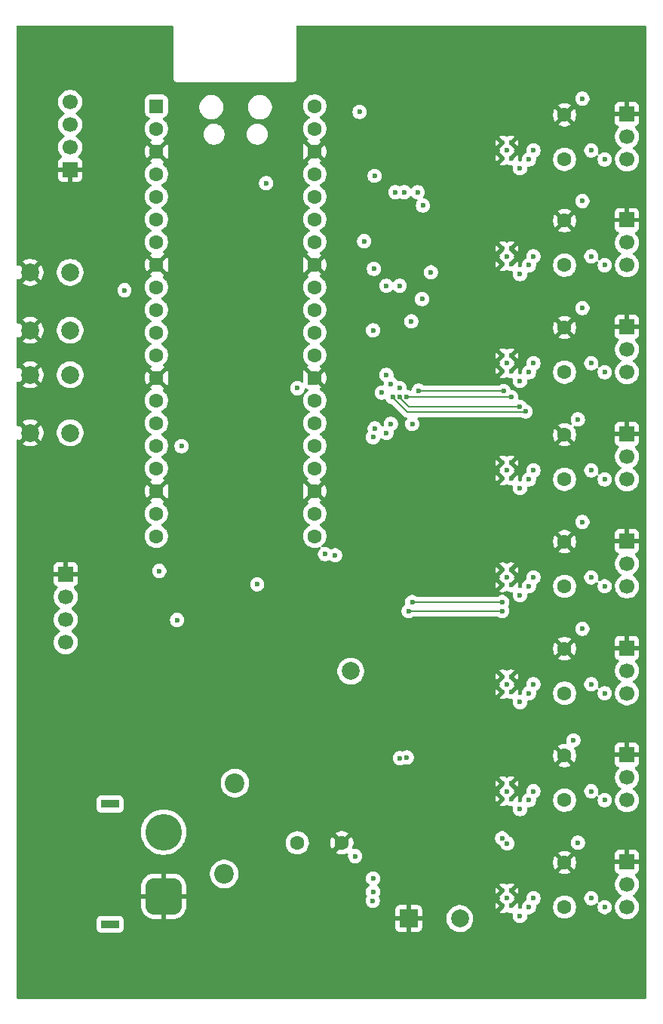
<source format=gbr>
%TF.GenerationSoftware,KiCad,Pcbnew,9.0.4*%
%TF.CreationDate,2025-11-02T13:51:21+01:00*%
%TF.ProjectId,controller,636f6e74-726f-46c6-9c65-722e6b696361,rev?*%
%TF.SameCoordinates,Original*%
%TF.FileFunction,Copper,L2,Inr*%
%TF.FilePolarity,Positive*%
%FSLAX46Y46*%
G04 Gerber Fmt 4.6, Leading zero omitted, Abs format (unit mm)*
G04 Created by KiCad (PCBNEW 9.0.4) date 2025-11-02 13:51:21*
%MOMM*%
%LPD*%
G01*
G04 APERTURE LIST*
G04 Aperture macros list*
%AMRoundRect*
0 Rectangle with rounded corners*
0 $1 Rounding radius*
0 $2 $3 $4 $5 $6 $7 $8 $9 X,Y pos of 4 corners*
0 Add a 4 corners polygon primitive as box body*
4,1,4,$2,$3,$4,$5,$6,$7,$8,$9,$2,$3,0*
0 Add four circle primitives for the rounded corners*
1,1,$1+$1,$2,$3*
1,1,$1+$1,$4,$5*
1,1,$1+$1,$6,$7*
1,1,$1+$1,$8,$9*
0 Add four rect primitives between the rounded corners*
20,1,$1+$1,$2,$3,$4,$5,0*
20,1,$1+$1,$4,$5,$6,$7,0*
20,1,$1+$1,$6,$7,$8,$9,0*
20,1,$1+$1,$8,$9,$2,$3,0*%
%AMFreePoly0*
4,1,37,0.603843,0.796157,0.639018,0.796157,0.711114,0.766294,0.766294,0.711114,0.796157,0.639018,0.796157,0.603843,0.800000,0.600000,0.800000,-0.600000,0.796157,-0.603843,0.796157,-0.639018,0.766294,-0.711114,0.711114,-0.766294,0.639018,-0.796157,0.603843,-0.796157,0.600000,-0.800000,0.000000,-0.800000,0.000000,-0.796148,-0.078414,-0.796148,-0.232228,-0.765552,-0.377117,-0.705537,
-0.507515,-0.618408,-0.618408,-0.507515,-0.705537,-0.377117,-0.765552,-0.232228,-0.796148,-0.078414,-0.796148,0.078414,-0.765552,0.232228,-0.705537,0.377117,-0.618408,0.507515,-0.507515,0.618408,-0.377117,0.705537,-0.232228,0.765552,-0.078414,0.796148,0.000000,0.796148,0.000000,0.800000,0.600000,0.800000,0.603843,0.796157,0.603843,0.796157,$1*%
%AMFreePoly1*
4,1,37,0.000000,0.796148,0.078414,0.796148,0.232228,0.765552,0.377117,0.705537,0.507515,0.618408,0.618408,0.507515,0.705537,0.377117,0.765552,0.232228,0.796148,0.078414,0.796148,-0.078414,0.765552,-0.232228,0.705537,-0.377117,0.618408,-0.507515,0.507515,-0.618408,0.377117,-0.705537,0.232228,-0.765552,0.078414,-0.796148,0.000000,-0.796148,0.000000,-0.800000,-0.600000,-0.800000,
-0.603843,-0.796157,-0.639018,-0.796157,-0.711114,-0.766294,-0.766294,-0.711114,-0.796157,-0.639018,-0.796157,-0.603843,-0.800000,-0.600000,-0.800000,0.600000,-0.796157,0.603843,-0.796157,0.639018,-0.766294,0.711114,-0.711114,0.766294,-0.639018,0.796157,-0.603843,0.796157,-0.600000,0.800000,0.000000,0.800000,0.000000,0.796148,0.000000,0.796148,$1*%
G04 Aperture macros list end*
%TA.AperFunction,ComponentPad*%
%ADD10C,3.600000*%
%TD*%
%TA.AperFunction,ComponentPad*%
%ADD11C,2.200000*%
%TD*%
%TA.AperFunction,ComponentPad*%
%ADD12C,0.600000*%
%TD*%
%TA.AperFunction,ComponentPad*%
%ADD13RoundRect,0.200000X-0.600000X-0.600000X0.600000X-0.600000X0.600000X0.600000X-0.600000X0.600000X0*%
%TD*%
%TA.AperFunction,ComponentPad*%
%ADD14C,1.600000*%
%TD*%
%TA.AperFunction,ComponentPad*%
%ADD15FreePoly0,0.000000*%
%TD*%
%TA.AperFunction,ComponentPad*%
%ADD16FreePoly1,0.000000*%
%TD*%
%TA.AperFunction,ComponentPad*%
%ADD17C,2.000000*%
%TD*%
%TA.AperFunction,ComponentPad*%
%ADD18R,1.700000X1.700000*%
%TD*%
%TA.AperFunction,ComponentPad*%
%ADD19C,1.700000*%
%TD*%
%TA.AperFunction,ComponentPad*%
%ADD20R,2.000000X2.000000*%
%TD*%
%TA.AperFunction,ComponentPad*%
%ADD21R,2.000000X0.900000*%
%TD*%
%TA.AperFunction,ComponentPad*%
%ADD22RoundRect,1.025000X1.025000X-1.025000X1.025000X1.025000X-1.025000X1.025000X-1.025000X-1.025000X0*%
%TD*%
%TA.AperFunction,ComponentPad*%
%ADD23C,4.100000*%
%TD*%
%TA.AperFunction,ViaPad*%
%ADD24C,0.600000*%
%TD*%
%TA.AperFunction,Conductor*%
%ADD25C,0.200000*%
%TD*%
G04 APERTURE END LIST*
D10*
%TO.N,GND*%
%TO.C,H1*%
X102800000Y-135400000D03*
%TD*%
%TO.N,GND*%
%TO.C,H4*%
X102800000Y-32400000D03*
%TD*%
%TO.N,GND*%
%TO.C,H3*%
X38800000Y-32400000D03*
%TD*%
%TO.N,GND*%
%TO.C,H2*%
X38800000Y-135400000D03*
%TD*%
D11*
%TO.N,/PWR_IN*%
%TO.C,F1*%
X60000000Y-114300000D03*
%TO.N,/PWR_PRE_SHUNT*%
X58800000Y-124500000D03*
%TD*%
D12*
%TO.N,GND*%
%TO.C,U8*%
X90045000Y-114360000D03*
X90045000Y-116080000D03*
X90525000Y-115220000D03*
X91005000Y-114360000D03*
X91005000Y-116080000D03*
%TD*%
D13*
%TO.N,/UART0_TX*%
%TO.C,A1*%
X51185000Y-38340000D03*
D14*
%TO.N,/UART0_RX*%
X51185000Y-40880000D03*
D15*
%TO.N,GND*%
X51185000Y-43420000D03*
D14*
%TO.N,/LED_0*%
X51185000Y-45960000D03*
%TO.N,/LED_1*%
X51185000Y-48500000D03*
%TO.N,/SDA*%
X51185000Y-51040000D03*
%TO.N,/SCL*%
X51185000Y-53580000D03*
D15*
%TO.N,GND*%
X51185000Y-56120000D03*
D14*
%TO.N,/BTN_0*%
X51185000Y-58660000D03*
%TO.N,/BTN_1*%
X51185000Y-61200000D03*
%TO.N,/CTRL_0*%
X51185000Y-63740000D03*
%TO.N,/CTRL_1*%
X51185000Y-66280000D03*
D15*
%TO.N,GND*%
X51185000Y-68820000D03*
D14*
%TO.N,/CTRL_2*%
X51185000Y-71360000D03*
%TO.N,/CTRL_3*%
X51185000Y-73900000D03*
%TO.N,/CTRL_4*%
X51185000Y-76440000D03*
%TO.N,/CTRL_5*%
X51185000Y-78980000D03*
D15*
%TO.N,GND*%
X51185000Y-81520000D03*
D14*
%TO.N,/CTRL_6*%
X51185000Y-84060000D03*
%TO.N,/CTRL_7*%
X51185000Y-86600000D03*
%TO.N,/SD_DO*%
X68965000Y-86600000D03*
%TO.N,/SD_CS*%
X68965000Y-84060000D03*
D16*
%TO.N,GND*%
X68965000Y-81520000D03*
D14*
%TO.N,/SD_CLK*%
X68965000Y-78980000D03*
%TO.N,/SD_DI*%
X68965000Y-76440000D03*
%TO.N,/FB_S0*%
X68965000Y-73900000D03*
%TO.N,/FB_S1*%
X68965000Y-71360000D03*
D16*
%TO.N,GND*%
X68965000Y-68820000D03*
D14*
%TO.N,/FB_S2*%
X68965000Y-66280000D03*
%TO.N,unconnected-(A1-RUN-Pad30)*%
X68965000Y-63740000D03*
%TO.N,/NTC_0*%
X68965000Y-61200000D03*
%TO.N,/NTC_1*%
X68965000Y-58660000D03*
D16*
%TO.N,GND*%
X68965000Y-56120000D03*
D14*
%TO.N,/FB_M*%
X68965000Y-53580000D03*
%TO.N,unconnected-(A1-ADC_VREF-Pad35)_1*%
X68965000Y-51040000D03*
%TO.N,+3.3V*%
X68965000Y-48500000D03*
%TO.N,unconnected-(A1-3V3_EN-Pad37)*%
X68965000Y-45960000D03*
D16*
%TO.N,GND*%
X68965000Y-43420000D03*
D14*
%TO.N,+5V*%
X68965000Y-40880000D03*
%TO.N,unconnected-(A1-VBUS-Pad40)_1*%
X68965000Y-38340000D03*
%TD*%
D17*
%TO.N,GND*%
%TO.C,SW1*%
X37000000Y-75000000D03*
X37000000Y-68500000D03*
%TO.N,Net-(R30-Pad2)*%
X41500000Y-75000000D03*
X41500000Y-68500000D03*
%TD*%
D12*
%TO.N,GND*%
%TO.C,U5*%
X90045000Y-78360000D03*
X90045000Y-80080000D03*
X90525000Y-79220000D03*
X91005000Y-78360000D03*
X91005000Y-80080000D03*
%TD*%
D18*
%TO.N,GND*%
%TO.C,J3*%
X104000000Y-63120000D03*
D19*
%TO.N,Net-(D2-K)*%
X104000000Y-65660000D03*
%TO.N,/Channel2/LED_SUPPLY*%
X104000000Y-68200000D03*
%TD*%
D12*
%TO.N,GND*%
%TO.C,U13*%
X90045000Y-42465000D03*
X90045000Y-44185000D03*
X90525000Y-43325000D03*
X91005000Y-42465000D03*
X91005000Y-44185000D03*
%TD*%
D18*
%TO.N,GND*%
%TO.C,J13*%
X104000000Y-39245000D03*
D19*
%TO.N,Net-(D11-K)*%
X104000000Y-41785000D03*
%TO.N,/Channel/LED_SUPPLY*%
X104000000Y-44325000D03*
%TD*%
D18*
%TO.N,GND*%
%TO.C,J7*%
X104000000Y-111140000D03*
D19*
%TO.N,Net-(D6-K)*%
X104000000Y-113680000D03*
%TO.N,/Channel6/LED_SUPPLY*%
X104000000Y-116220000D03*
%TD*%
D12*
%TO.N,GND*%
%TO.C,U4*%
X90045000Y-66340000D03*
X90045000Y-68060000D03*
X90525000Y-67200000D03*
X91005000Y-66340000D03*
X91005000Y-68060000D03*
%TD*%
%TO.N,GND*%
%TO.C,U9*%
X90045000Y-126360000D03*
X90045000Y-128080000D03*
X90525000Y-127220000D03*
X91005000Y-126360000D03*
X91005000Y-128080000D03*
%TD*%
D20*
%TO.N,GND*%
%TO.C,TP1*%
X79500000Y-129500000D03*
%TD*%
D12*
%TO.N,GND*%
%TO.C,U3*%
X90045000Y-54340000D03*
X90045000Y-56060000D03*
X90525000Y-55200000D03*
X91005000Y-54340000D03*
X91005000Y-56060000D03*
%TD*%
D17*
%TO.N,+5V*%
%TO.C,TP3*%
X85250000Y-129500000D03*
%TD*%
D18*
%TO.N,GND*%
%TO.C,J12*%
X41500000Y-45500000D03*
D19*
%TO.N,/UART0_RX*%
X41500000Y-42960000D03*
%TO.N,/UART0_TX*%
X41500000Y-40420000D03*
%TO.N,+3.3V*%
X41500000Y-37880000D03*
%TD*%
D21*
%TO.N,*%
%TO.C,J1*%
X46000000Y-130150000D03*
X46000000Y-116650000D03*
D22*
%TO.N,GND*%
X52000000Y-127000000D03*
D23*
%TO.N,/PWR_IN*%
X52000000Y-119800000D03*
%TD*%
D18*
%TO.N,GND*%
%TO.C,J10*%
X41000000Y-90880000D03*
D19*
%TO.N,+3.3V*%
X41000000Y-93420000D03*
%TO.N,/SCL*%
X41000000Y-95960000D03*
%TO.N,/SDA*%
X41000000Y-98500000D03*
%TD*%
D18*
%TO.N,GND*%
%TO.C,J8*%
X104000000Y-123140000D03*
D19*
%TO.N,Net-(D7-K)*%
X104000000Y-125680000D03*
%TO.N,/Channel7/LED_SUPPLY*%
X104000000Y-128220000D03*
%TD*%
D18*
%TO.N,GND*%
%TO.C,J5*%
X104000000Y-87140000D03*
D19*
%TO.N,Net-(D4-K)*%
X104000000Y-89680000D03*
%TO.N,/Channel4/LED_SUPPLY*%
X104000000Y-92220000D03*
%TD*%
D17*
%TO.N,GND*%
%TO.C,SW2*%
X37000000Y-63500000D03*
X37000000Y-57000000D03*
%TO.N,Net-(R31-Pad2)*%
X41500000Y-63500000D03*
X41500000Y-57000000D03*
%TD*%
D12*
%TO.N,GND*%
%TO.C,U6*%
X90045000Y-90360000D03*
X90045000Y-92080000D03*
X90525000Y-91220000D03*
X91005000Y-90360000D03*
X91005000Y-92080000D03*
%TD*%
D18*
%TO.N,GND*%
%TO.C,J4*%
X104000000Y-75140000D03*
D19*
%TO.N,Net-(D3-K)*%
X104000000Y-77680000D03*
%TO.N,/Channel3/LED_SUPPLY*%
X104000000Y-80220000D03*
%TD*%
D18*
%TO.N,GND*%
%TO.C,J2*%
X104000000Y-51120000D03*
D19*
%TO.N,Net-(D1-K)*%
X104000000Y-53660000D03*
%TO.N,/Channel1/LED_SUPPLY*%
X104000000Y-56200000D03*
%TD*%
D17*
%TO.N,+3.3V*%
%TO.C,TP2*%
X73000000Y-101750000D03*
%TD*%
D12*
%TO.N,GND*%
%TO.C,U7*%
X90045000Y-102360000D03*
X90045000Y-104080000D03*
X90525000Y-103220000D03*
X91005000Y-102360000D03*
X91005000Y-104080000D03*
%TD*%
D18*
%TO.N,GND*%
%TO.C,J6*%
X104000000Y-99140000D03*
D19*
%TO.N,Net-(D5-K)*%
X104000000Y-101680000D03*
%TO.N,/Channel5/LED_SUPPLY*%
X104000000Y-104220000D03*
%TD*%
D14*
%TO.N,/Channel3/LED_SUPPLY*%
%TO.C,C6*%
X97000000Y-80220000D03*
%TO.N,GND*%
X97000000Y-75220000D03*
%TD*%
%TO.N,/Channel7/LED_SUPPLY*%
%TO.C,C14*%
X97000000Y-128220000D03*
%TO.N,GND*%
X97000000Y-123220000D03*
%TD*%
%TO.N,/Channel5/LED_SUPPLY*%
%TO.C,C10*%
X97000000Y-104220000D03*
%TO.N,GND*%
X97000000Y-99220000D03*
%TD*%
%TO.N,/Channel1/LED_SUPPLY*%
%TO.C,C2*%
X97000000Y-56200000D03*
%TO.N,GND*%
X97000000Y-51200000D03*
%TD*%
%TO.N,/Channel/LED_SUPPLY*%
%TO.C,C32*%
X97000000Y-44325000D03*
%TO.N,GND*%
X97000000Y-39325000D03*
%TD*%
%TO.N,/Channel2/LED_SUPPLY*%
%TO.C,C4*%
X97000000Y-68200000D03*
%TO.N,GND*%
X97000000Y-63200000D03*
%TD*%
%TO.N,+5V*%
%TO.C,C25*%
X67000000Y-121000000D03*
%TO.N,GND*%
X72000000Y-121000000D03*
%TD*%
%TO.N,/Channel4/LED_SUPPLY*%
%TO.C,C8*%
X97000000Y-92220000D03*
%TO.N,GND*%
X97000000Y-87220000D03*
%TD*%
%TO.N,/Channel6/LED_SUPPLY*%
%TO.C,C12*%
X97000000Y-116220000D03*
%TO.N,GND*%
X97000000Y-111220000D03*
%TD*%
D24*
%TO.N,/FB_M*%
X75500000Y-63500000D03*
X74500000Y-53500000D03*
%TO.N,GND*%
X65000000Y-111250000D03*
X55750000Y-43500000D03*
X69250000Y-105250000D03*
X58500000Y-66250000D03*
X78750000Y-38750000D03*
X37000000Y-124000000D03*
X37000000Y-45500000D03*
X90750000Y-85500000D03*
X80750000Y-110750000D03*
X86250000Y-40500000D03*
X42500000Y-109250000D03*
X74750000Y-111250000D03*
X71750000Y-70250000D03*
X92000000Y-113000000D03*
X90250000Y-118250000D03*
X102750000Y-106750000D03*
X67750000Y-100750000D03*
X84000000Y-98000000D03*
X71250000Y-110250000D03*
X61500000Y-102000000D03*
X43500000Y-69000000D03*
X92000000Y-64750000D03*
X81000000Y-44000000D03*
X77500000Y-59500000D03*
X63750000Y-55500000D03*
X48000000Y-103750000D03*
X57500000Y-103250000D03*
X90750000Y-73500000D03*
X63500000Y-104250000D03*
X56750000Y-65000000D03*
X95000000Y-59750000D03*
X80000000Y-58500000D03*
X61750000Y-107750000D03*
X99000000Y-65500000D03*
X75000000Y-129250000D03*
X43000000Y-60500000D03*
X51500000Y-97250000D03*
X92750000Y-84000000D03*
X65250000Y-40750000D03*
X59750000Y-49000000D03*
X45250000Y-102000000D03*
X91750000Y-40750000D03*
X72250000Y-48250000D03*
X58500000Y-59000000D03*
X47000000Y-53500000D03*
X53250000Y-111250000D03*
X83500000Y-46750000D03*
X72000000Y-42750000D03*
X64750000Y-95750000D03*
X38500000Y-52750000D03*
X48000000Y-72750000D03*
X104000000Y-70750000D03*
X105500000Y-83750000D03*
X37000000Y-130250000D03*
X99000000Y-47000000D03*
X74250000Y-72500000D03*
X41750000Y-129500000D03*
X78750000Y-76750000D03*
X45750000Y-97250000D03*
X94750000Y-48250000D03*
X46250000Y-91750000D03*
X67000000Y-71750000D03*
X47000000Y-56250000D03*
X52000000Y-105500000D03*
X48000000Y-100250000D03*
X44750000Y-42500000D03*
X92250000Y-106750000D03*
X77000000Y-47000000D03*
X55750000Y-87250000D03*
X105500000Y-47000000D03*
X79000000Y-42500000D03*
X74250000Y-75500000D03*
X56500000Y-69000000D03*
X76750000Y-111500000D03*
X62750000Y-54500000D03*
X53000000Y-47250000D03*
X67000000Y-50500000D03*
X105500000Y-107500000D03*
X64500000Y-87000000D03*
X36750000Y-37500000D03*
X49000000Y-105500000D03*
X90750000Y-58750000D03*
X62750000Y-127000000D03*
X85000000Y-122250000D03*
X79750000Y-46750000D03*
X54000000Y-65500000D03*
X99000000Y-41750000D03*
X62000000Y-53000000D03*
X65250000Y-44250000D03*
X67000000Y-37250000D03*
X64250000Y-70000000D03*
X55250000Y-75500000D03*
X38500000Y-104750000D03*
X71750000Y-57000000D03*
X85500000Y-60750000D03*
X104000000Y-82750000D03*
X99000000Y-119000000D03*
X63250000Y-73500000D03*
X65000000Y-53000000D03*
X67750000Y-111250000D03*
X71500000Y-96750000D03*
X53000000Y-75250000D03*
X67000000Y-59250000D03*
X92250000Y-52750000D03*
X99000000Y-77500000D03*
X56750000Y-77500000D03*
X53250000Y-38250000D03*
X40250000Y-83250000D03*
X53250000Y-78000000D03*
X44000000Y-39500000D03*
X91750000Y-124500000D03*
X43500000Y-99750000D03*
X47500000Y-46500000D03*
X53000000Y-64250000D03*
X79500000Y-100500000D03*
X43500000Y-72000000D03*
X92500000Y-75500000D03*
X56250000Y-106500000D03*
X99000000Y-53500000D03*
X105500000Y-95000000D03*
X59500000Y-59750000D03*
X70000000Y-92000000D03*
X99000000Y-82750000D03*
X72250000Y-38000000D03*
X63250000Y-78250000D03*
X76750000Y-104500000D03*
X63500000Y-66000000D03*
X80750000Y-102000000D03*
X66750000Y-52500000D03*
X79000000Y-118500000D03*
X62250000Y-48000000D03*
X57250000Y-92000000D03*
X99000000Y-95000000D03*
X49500000Y-90000000D03*
X81000000Y-61750000D03*
X65750000Y-127000000D03*
X75000000Y-48500000D03*
X45000000Y-66000000D03*
X92250000Y-100750000D03*
X84000000Y-106000000D03*
X74750000Y-66000000D03*
X75500000Y-59250000D03*
X53000000Y-52250000D03*
X53500000Y-85000000D03*
X99250000Y-59000000D03*
X92000000Y-89000000D03*
X91750000Y-77000000D03*
X66500000Y-78750000D03*
X60750000Y-111250000D03*
X74500000Y-68750000D03*
X74250000Y-51000000D03*
X44750000Y-78250000D03*
X65750000Y-65250000D03*
X99000000Y-130750000D03*
X74500000Y-90750000D03*
X74500000Y-97750000D03*
X53000000Y-72750000D03*
X76750000Y-48500000D03*
X76250000Y-38750000D03*
X71750000Y-75250000D03*
X65250000Y-49500000D03*
X65000000Y-56750000D03*
X59750000Y-43500000D03*
X83500000Y-37500000D03*
X99000000Y-101500000D03*
X77750000Y-54000000D03*
X60500000Y-65750000D03*
X71750000Y-77750000D03*
X75500000Y-61500000D03*
X99250000Y-106750000D03*
X99000000Y-113750000D03*
X74750000Y-77750000D03*
X92500000Y-121250000D03*
X40250000Y-52750000D03*
X71500000Y-65000000D03*
X90500000Y-131000000D03*
X48750000Y-95000000D03*
X39250000Y-50250000D03*
X74750000Y-42500000D03*
X87000000Y-83500000D03*
X56500000Y-97250000D03*
X98750000Y-125750000D03*
X52250000Y-92500000D03*
X90750000Y-109500000D03*
X105250000Y-119000000D03*
X69750000Y-130750000D03*
X83500000Y-79250000D03*
X67500000Y-96250000D03*
X53500000Y-99000000D03*
X54000000Y-60750000D03*
X47750000Y-39500000D03*
X99000000Y-89500000D03*
X47000000Y-114000000D03*
X87750000Y-105750000D03*
X103000000Y-130500000D03*
X67250000Y-54500000D03*
X79500000Y-96750000D03*
X41000000Y-100750000D03*
X66750000Y-85000000D03*
X104750000Y-58750000D03*
X48750000Y-111000000D03*
X61250000Y-70000000D03*
X58250000Y-78500000D03*
X37500000Y-112000000D03*
X71750000Y-130500000D03*
X47250000Y-50500000D03*
X79500000Y-109250000D03*
X39250000Y-39250000D03*
X76750000Y-82500000D03*
X85000000Y-115500000D03*
X99250000Y-70750000D03*
X73000000Y-37000000D03*
X46750000Y-48750000D03*
X84500000Y-51500000D03*
X90750000Y-47750000D03*
%TO.N,/NTC_0*%
X62500000Y-92000000D03*
X73500000Y-122500000D03*
X67000000Y-70000000D03*
%TO.N,/NTC_1*%
X63500000Y-47000000D03*
%TO.N,/SD_CLK*%
X70111025Y-88611025D03*
%TO.N,/SDA*%
X75475000Y-127497523D03*
%TO.N,+5V*%
X82000000Y-57000000D03*
X75603685Y-56603685D03*
X75672435Y-46172435D03*
%TO.N,+3.3V*%
X75500000Y-125000000D03*
X51500000Y-90500000D03*
X74000000Y-39000000D03*
X79900000Y-74000000D03*
%TO.N,/SCL*%
X75500000Y-126500000D03*
X53500000Y-96000000D03*
%TO.N,/CTRL_4*%
X54000000Y-76500000D03*
%TO.N,/BTN_1*%
X47600000Y-59000000D03*
%TO.N,/SD_DI*%
X71250000Y-88750000D03*
%TO.N,/FB_1*%
X91000000Y-71000000D03*
X79300000Y-71000000D03*
%TO.N,/FB_2*%
X90174265Y-70325735D03*
X80624265Y-70275735D03*
%TO.N,/FB_3*%
X77699997Y-71000000D03*
X92610155Y-72600000D03*
%TO.N,/FB_4*%
X79900000Y-94000000D03*
X78500000Y-70000000D03*
X77500000Y-74000000D03*
X90000000Y-94000000D03*
%TO.N,/FB_5*%
X77000000Y-75000000D03*
X90000000Y-95000000D03*
X79500000Y-95000000D03*
X76500000Y-70500000D03*
%TO.N,/FB_6*%
X75699997Y-74500000D03*
X79296348Y-111423619D03*
X90000000Y-120500000D03*
X77500000Y-69500000D03*
%TO.N,/FB_7*%
X78500000Y-111500000D03*
X77000000Y-68500000D03*
X75500000Y-75500000D03*
X90565687Y-121065687D03*
%TO.N,/Channel/LED_SUPPLY*%
X93000000Y-44325000D03*
X92000000Y-45325000D03*
X93500000Y-43325000D03*
X100000000Y-43325000D03*
X101500000Y-44325000D03*
%TO.N,/Channel/DIN*%
X99000000Y-37500000D03*
X78000000Y-48000000D03*
%TO.N,/Channel1/LED_SUPPLY*%
X93500000Y-55200000D03*
X100000000Y-55200000D03*
X93000000Y-56200000D03*
X101500000Y-56200000D03*
X92000000Y-57200000D03*
%TO.N,/Channel2/LED_SUPPLY*%
X93500000Y-67200000D03*
X100000000Y-67200000D03*
X92000000Y-69200000D03*
X101500000Y-68200000D03*
X93000000Y-68200000D03*
%TO.N,/Channel3/LED_SUPPLY*%
X101500000Y-80220000D03*
X100000000Y-79220000D03*
X92000000Y-81220000D03*
X93000000Y-80220000D03*
X93500000Y-79220000D03*
%TO.N,/Channel4/LED_SUPPLY*%
X93000000Y-92220000D03*
X100000000Y-91220000D03*
X92000000Y-93220000D03*
X101500000Y-92220000D03*
X93500000Y-91220000D03*
%TO.N,/Channel5/LED_SUPPLY*%
X92000000Y-105220000D03*
X100000000Y-103220000D03*
X93500000Y-103220000D03*
X101500000Y-104220000D03*
X93000000Y-104220000D03*
%TO.N,/Channel6/LED_SUPPLY*%
X93000000Y-116220000D03*
X92000000Y-117220000D03*
X100000000Y-115220000D03*
X101500000Y-116220000D03*
X93500000Y-115220000D03*
%TO.N,/Channel7/LED_SUPPLY*%
X101500000Y-128220000D03*
X93000000Y-128220000D03*
X92000000Y-129220000D03*
X100000000Y-127220000D03*
X93500000Y-127220000D03*
%TO.N,/Channel1/DIN*%
X99000000Y-49000000D03*
X81100000Y-49500000D03*
%TO.N,/Channel2/DIN*%
X80500000Y-48000000D03*
X99000000Y-61000000D03*
%TO.N,/Channel3/DIN*%
X98500000Y-73500000D03*
X79000000Y-48000000D03*
%TO.N,/Channel4/DIN*%
X81000000Y-60000000D03*
X99000000Y-85000000D03*
%TO.N,/Channel5/DIN*%
X99000000Y-97000000D03*
X79800000Y-62500000D03*
%TO.N,/Channel6/DIN*%
X98000000Y-109500000D03*
X78500000Y-58500000D03*
%TO.N,/Channel7/DIN*%
X77000000Y-58500000D03*
X98500000Y-121000000D03*
%TO.N,/FB_0*%
X78500000Y-71000000D03*
X92000000Y-72076000D03*
%TD*%
D25*
%TO.N,/FB_1*%
X91000000Y-71000000D02*
X79300000Y-71000000D01*
%TO.N,/FB_2*%
X90174265Y-70325735D02*
X80674265Y-70325735D01*
X80674265Y-70325735D02*
X80624265Y-70275735D01*
%TO.N,/FB_3*%
X92533155Y-72677000D02*
X79327057Y-72677000D01*
X92610155Y-72600000D02*
X92533155Y-72677000D01*
X77699997Y-71049940D02*
X77699997Y-71000000D01*
X79327057Y-72677000D02*
X77699997Y-71049940D01*
%TO.N,/FB_4*%
X90000000Y-94000000D02*
X79900000Y-94000000D01*
%TO.N,/FB_5*%
X90000000Y-95000000D02*
X79500000Y-95000000D01*
%TO.N,/FB_0*%
X92000000Y-72076000D02*
X79526057Y-72076000D01*
X78500000Y-71049943D02*
X78500000Y-71000000D01*
X79526057Y-72076000D02*
X78500000Y-71049943D01*
%TD*%
%TA.AperFunction,Conductor*%
%TO.N,GND*%
G36*
X53042539Y-29320185D02*
G01*
X53088294Y-29372989D01*
X53099500Y-29424500D01*
X53099500Y-35265891D01*
X53133608Y-35393187D01*
X53166554Y-35450250D01*
X53199500Y-35507314D01*
X53292686Y-35600500D01*
X53406814Y-35666392D01*
X53534108Y-35700500D01*
X53534110Y-35700500D01*
X66465890Y-35700500D01*
X66465892Y-35700500D01*
X66593186Y-35666392D01*
X66707314Y-35600500D01*
X66800500Y-35507314D01*
X66866392Y-35393186D01*
X66900500Y-35265892D01*
X66900500Y-29424500D01*
X66920185Y-29357461D01*
X66972989Y-29311706D01*
X67024500Y-29300500D01*
X106075500Y-29300500D01*
X106142539Y-29320185D01*
X106188294Y-29372989D01*
X106199500Y-29424500D01*
X106199500Y-138375500D01*
X106179815Y-138442539D01*
X106127011Y-138488294D01*
X106075500Y-138499500D01*
X35624500Y-138499500D01*
X35557461Y-138479815D01*
X35511706Y-138427011D01*
X35500500Y-138375500D01*
X35500500Y-129652135D01*
X44499500Y-129652135D01*
X44499500Y-130647870D01*
X44499501Y-130647876D01*
X44505908Y-130707483D01*
X44556202Y-130842328D01*
X44556206Y-130842335D01*
X44642452Y-130957544D01*
X44642455Y-130957547D01*
X44757664Y-131043793D01*
X44757671Y-131043797D01*
X44892517Y-131094091D01*
X44892516Y-131094091D01*
X44899444Y-131094835D01*
X44952127Y-131100500D01*
X47047872Y-131100499D01*
X47107483Y-131094091D01*
X47242331Y-131043796D01*
X47357546Y-130957546D01*
X47443796Y-130842331D01*
X47494091Y-130707483D01*
X47500500Y-130647873D01*
X47500499Y-129652128D01*
X47494091Y-129592517D01*
X47485879Y-129570500D01*
X47443797Y-129457671D01*
X47443793Y-129457664D01*
X47357547Y-129342455D01*
X47357544Y-129342452D01*
X47242335Y-129256206D01*
X47242328Y-129256202D01*
X47107482Y-129205908D01*
X47107483Y-129205908D01*
X47047883Y-129199501D01*
X47047881Y-129199500D01*
X47047873Y-129199500D01*
X47047864Y-129199500D01*
X44952129Y-129199500D01*
X44952123Y-129199501D01*
X44892516Y-129205908D01*
X44757671Y-129256202D01*
X44757664Y-129256206D01*
X44642455Y-129342452D01*
X44642452Y-129342455D01*
X44556206Y-129457664D01*
X44556202Y-129457671D01*
X44505908Y-129592517D01*
X44499501Y-129652116D01*
X44499501Y-129652123D01*
X44499500Y-129652135D01*
X35500500Y-129652135D01*
X35500500Y-125904731D01*
X49450000Y-125904731D01*
X49450000Y-126750000D01*
X50672769Y-126750000D01*
X50650000Y-126893753D01*
X50650000Y-127106247D01*
X50672769Y-127250000D01*
X49450000Y-127250000D01*
X49450000Y-128095268D01*
X49460215Y-128239958D01*
X49460217Y-128239968D01*
X49514313Y-128480165D01*
X49514315Y-128480172D01*
X49606244Y-128708585D01*
X49733620Y-128919289D01*
X49733627Y-128919299D01*
X49893153Y-129106846D01*
X50080700Y-129266372D01*
X50080710Y-129266379D01*
X50291414Y-129393755D01*
X50519827Y-129485684D01*
X50519834Y-129485686D01*
X50760031Y-129539782D01*
X50760041Y-129539784D01*
X50904731Y-129549999D01*
X50904734Y-129550000D01*
X51750000Y-129550000D01*
X51750000Y-128327231D01*
X51893753Y-128350000D01*
X52106247Y-128350000D01*
X52250000Y-128327231D01*
X52250000Y-129550000D01*
X53095266Y-129550000D01*
X53095268Y-129549999D01*
X53239958Y-129539784D01*
X53239968Y-129539782D01*
X53480165Y-129485686D01*
X53480172Y-129485684D01*
X53708585Y-129393755D01*
X53911781Y-129270919D01*
X53919289Y-129266379D01*
X53919299Y-129266372D01*
X54106846Y-129106846D01*
X54266372Y-128919299D01*
X54266379Y-128919289D01*
X54393755Y-128708585D01*
X54485684Y-128480172D01*
X54485685Y-128480168D01*
X54491994Y-128452155D01*
X78000000Y-128452155D01*
X78000000Y-129250000D01*
X79066988Y-129250000D01*
X79034075Y-129307007D01*
X79000000Y-129434174D01*
X79000000Y-129565826D01*
X79034075Y-129692993D01*
X79066988Y-129750000D01*
X78000000Y-129750000D01*
X78000000Y-130547844D01*
X78006401Y-130607372D01*
X78006403Y-130607379D01*
X78056645Y-130742086D01*
X78056649Y-130742093D01*
X78142809Y-130857187D01*
X78142812Y-130857190D01*
X78257906Y-130943350D01*
X78257913Y-130943354D01*
X78392620Y-130993596D01*
X78392627Y-130993598D01*
X78452155Y-130999999D01*
X78452172Y-131000000D01*
X79250000Y-131000000D01*
X79250000Y-129933012D01*
X79307007Y-129965925D01*
X79434174Y-130000000D01*
X79565826Y-130000000D01*
X79692993Y-129965925D01*
X79750000Y-129933012D01*
X79750000Y-131000000D01*
X80547828Y-131000000D01*
X80547844Y-130999999D01*
X80607372Y-130993598D01*
X80607379Y-130993596D01*
X80742086Y-130943354D01*
X80742093Y-130943350D01*
X80857187Y-130857190D01*
X80857190Y-130857187D01*
X80943350Y-130742093D01*
X80943354Y-130742086D01*
X80993596Y-130607379D01*
X80993598Y-130607372D01*
X80999999Y-130547844D01*
X81000000Y-130547827D01*
X81000000Y-129750000D01*
X79933012Y-129750000D01*
X79965925Y-129692993D01*
X80000000Y-129565826D01*
X80000000Y-129434174D01*
X79985993Y-129381902D01*
X83749500Y-129381902D01*
X83749500Y-129618097D01*
X83786446Y-129851368D01*
X83859433Y-130075996D01*
X83966657Y-130286433D01*
X84105483Y-130477510D01*
X84272490Y-130644517D01*
X84463567Y-130783343D01*
X84562991Y-130834002D01*
X84674003Y-130890566D01*
X84674005Y-130890566D01*
X84674008Y-130890568D01*
X84794412Y-130929689D01*
X84898631Y-130963553D01*
X85131903Y-131000500D01*
X85131908Y-131000500D01*
X85368097Y-131000500D01*
X85601368Y-130963553D01*
X85825992Y-130890568D01*
X86036433Y-130783343D01*
X86227510Y-130644517D01*
X86394517Y-130477510D01*
X86533343Y-130286433D01*
X86640568Y-130075992D01*
X86713553Y-129851368D01*
X86729608Y-129750000D01*
X86750500Y-129618097D01*
X86750500Y-129381902D01*
X86713553Y-129148631D01*
X86665259Y-129000000D01*
X86640568Y-128924008D01*
X86640566Y-128924005D01*
X86640566Y-128924003D01*
X86575266Y-128795845D01*
X86533343Y-128713567D01*
X86394517Y-128522490D01*
X86227510Y-128355483D01*
X86036433Y-128216657D01*
X86017317Y-128206917D01*
X85825996Y-128109433D01*
X85601368Y-128036446D01*
X85378843Y-128001202D01*
X89245000Y-128001202D01*
X89245000Y-128158797D01*
X89275741Y-128313343D01*
X89275743Y-128313351D01*
X89329153Y-128442293D01*
X89691446Y-128080001D01*
X89691446Y-128079999D01*
X89329153Y-127717705D01*
X89275743Y-127846648D01*
X89275741Y-127846656D01*
X89245000Y-128001202D01*
X85378843Y-128001202D01*
X85368097Y-127999500D01*
X85368092Y-127999500D01*
X85131908Y-127999500D01*
X85131903Y-127999500D01*
X84898631Y-128036446D01*
X84674003Y-128109433D01*
X84463566Y-128216657D01*
X84386850Y-128272395D01*
X84272490Y-128355483D01*
X84272488Y-128355485D01*
X84272487Y-128355485D01*
X84105485Y-128522487D01*
X84105485Y-128522488D01*
X84105483Y-128522490D01*
X84103998Y-128524534D01*
X83966657Y-128713566D01*
X83859433Y-128924003D01*
X83786446Y-129148631D01*
X83749500Y-129381902D01*
X79985993Y-129381902D01*
X79965925Y-129307007D01*
X79933012Y-129250000D01*
X81000000Y-129250000D01*
X81000000Y-128452172D01*
X80999999Y-128452155D01*
X80993598Y-128392627D01*
X80993596Y-128392620D01*
X80943354Y-128257913D01*
X80943350Y-128257906D01*
X80857190Y-128142812D01*
X80857187Y-128142809D01*
X80742093Y-128056649D01*
X80742086Y-128056645D01*
X80607379Y-128006403D01*
X80607372Y-128006401D01*
X80547844Y-128000000D01*
X79750000Y-128000000D01*
X79750000Y-129066988D01*
X79692993Y-129034075D01*
X79565826Y-129000000D01*
X79434174Y-129000000D01*
X79307007Y-129034075D01*
X79250000Y-129066988D01*
X79250000Y-128000000D01*
X78452155Y-128000000D01*
X78392627Y-128006401D01*
X78392620Y-128006403D01*
X78257913Y-128056645D01*
X78257906Y-128056649D01*
X78142812Y-128142809D01*
X78142809Y-128142812D01*
X78056649Y-128257906D01*
X78056645Y-128257913D01*
X78006403Y-128392620D01*
X78006401Y-128392627D01*
X78000000Y-128452155D01*
X54491994Y-128452155D01*
X54498875Y-128421606D01*
X54498875Y-128421605D01*
X54539782Y-128239968D01*
X54539784Y-128239958D01*
X54549999Y-128095268D01*
X54550000Y-128095266D01*
X54550000Y-127418676D01*
X74674500Y-127418676D01*
X74674500Y-127576369D01*
X74705261Y-127731012D01*
X74705264Y-127731024D01*
X74765602Y-127876695D01*
X74765609Y-127876708D01*
X74853210Y-128007811D01*
X74853213Y-128007815D01*
X74964707Y-128119309D01*
X74964711Y-128119312D01*
X75095814Y-128206913D01*
X75095827Y-128206920D01*
X75218920Y-128257906D01*
X75241503Y-128267260D01*
X75383474Y-128295500D01*
X75396153Y-128298022D01*
X75396156Y-128298023D01*
X75396158Y-128298023D01*
X75553844Y-128298023D01*
X75553845Y-128298022D01*
X75708497Y-128267260D01*
X75854179Y-128206917D01*
X75985289Y-128119312D01*
X76096789Y-128007812D01*
X76184394Y-127876702D01*
X76244737Y-127731020D01*
X76275500Y-127576365D01*
X76275500Y-127418681D01*
X76275500Y-127418678D01*
X76275499Y-127418676D01*
X76260708Y-127344319D01*
X76244737Y-127264026D01*
X76184394Y-127118344D01*
X76163022Y-127086359D01*
X76142145Y-127019682D01*
X76160630Y-126952302D01*
X76163023Y-126948578D01*
X76188023Y-126911163D01*
X76209394Y-126879179D01*
X76269737Y-126733497D01*
X76300500Y-126578842D01*
X76300500Y-126421158D01*
X76300500Y-126421155D01*
X76300499Y-126421153D01*
X76276263Y-126299306D01*
X76272661Y-126281202D01*
X89245000Y-126281202D01*
X89245000Y-126438797D01*
X89275741Y-126593343D01*
X89275743Y-126593351D01*
X89329153Y-126722293D01*
X89691446Y-126360001D01*
X89691446Y-126359999D01*
X89329153Y-125997705D01*
X89275743Y-126126648D01*
X89275741Y-126126656D01*
X89245000Y-126281202D01*
X76272661Y-126281202D01*
X76269738Y-126266507D01*
X76269735Y-126266498D01*
X76209397Y-126120827D01*
X76209390Y-126120814D01*
X76121789Y-125989711D01*
X76121786Y-125989707D01*
X76010292Y-125878213D01*
X76010284Y-125878207D01*
X75972712Y-125853102D01*
X75955042Y-125831959D01*
X75934895Y-125813163D01*
X75932955Y-125805532D01*
X75927906Y-125799490D01*
X75924472Y-125772148D01*
X75917686Y-125745446D01*
X75920180Y-125737977D01*
X75919199Y-125730165D01*
X75931090Y-125705309D01*
X75939819Y-125679175D01*
X75946934Y-125672192D01*
X75949353Y-125667138D01*
X75963896Y-125653368D01*
X75968162Y-125649937D01*
X75976818Y-125644153D01*
X89682705Y-125644153D01*
X90134095Y-126095542D01*
X90167580Y-126156865D01*
X90162596Y-126226556D01*
X90147374Y-126250242D01*
X90129968Y-126232836D01*
X90074837Y-126210000D01*
X90015163Y-126210000D01*
X89960032Y-126232836D01*
X89917836Y-126275032D01*
X89895000Y-126330163D01*
X89895000Y-126389837D01*
X89917836Y-126444968D01*
X89960032Y-126487164D01*
X90015163Y-126510000D01*
X90074837Y-126510000D01*
X90129968Y-126487164D01*
X90146082Y-126471049D01*
X90167580Y-126510418D01*
X90162596Y-126580110D01*
X90134095Y-126624457D01*
X89682706Y-127075845D01*
X89684850Y-127086624D01*
X89690666Y-127095675D01*
X89702855Y-127105497D01*
X89709168Y-127124463D01*
X89719977Y-127141283D01*
X89723939Y-127168842D01*
X89724921Y-127171791D01*
X89725000Y-127176218D01*
X89725000Y-127263779D01*
X89705315Y-127330818D01*
X89686008Y-127347547D01*
X89682705Y-127364152D01*
X90134095Y-127815542D01*
X90167580Y-127876865D01*
X90162596Y-127946557D01*
X90147374Y-127970242D01*
X90129968Y-127952836D01*
X90074837Y-127930000D01*
X90015163Y-127930000D01*
X89960032Y-127952836D01*
X89917836Y-127995032D01*
X89895000Y-128050163D01*
X89895000Y-128109837D01*
X89917836Y-128164968D01*
X89960032Y-128207164D01*
X90015163Y-128230000D01*
X90074837Y-128230000D01*
X90129968Y-128207164D01*
X90146082Y-128191049D01*
X90167580Y-128230418D01*
X90162596Y-128300110D01*
X90134095Y-128344457D01*
X89682705Y-128795845D01*
X89811652Y-128849257D01*
X89811656Y-128849258D01*
X89966202Y-128879999D01*
X89966206Y-128880000D01*
X90123794Y-128880000D01*
X90123797Y-128879999D01*
X90278343Y-128849258D01*
X90278351Y-128849256D01*
X90423939Y-128788952D01*
X90423947Y-128788947D01*
X90456109Y-128767458D01*
X90522786Y-128746580D01*
X90590166Y-128765064D01*
X90593891Y-128767458D01*
X90626052Y-128788947D01*
X90626060Y-128788952D01*
X90771648Y-128849256D01*
X90771656Y-128849258D01*
X90926202Y-128879999D01*
X90926206Y-128880000D01*
X91083795Y-128880000D01*
X91088403Y-128879546D01*
X91157050Y-128892562D01*
X91207762Y-128940625D01*
X91224439Y-129008475D01*
X91222179Y-129027139D01*
X91199500Y-129141153D01*
X91199500Y-129298846D01*
X91230261Y-129453489D01*
X91230264Y-129453501D01*
X91290602Y-129599172D01*
X91290609Y-129599185D01*
X91378210Y-129730288D01*
X91378213Y-129730292D01*
X91489707Y-129841786D01*
X91489711Y-129841789D01*
X91620814Y-129929390D01*
X91620827Y-129929397D01*
X91709015Y-129965925D01*
X91766503Y-129989737D01*
X91921153Y-130020499D01*
X91921156Y-130020500D01*
X91921158Y-130020500D01*
X92078844Y-130020500D01*
X92078845Y-130020499D01*
X92233497Y-129989737D01*
X92379179Y-129929394D01*
X92510289Y-129841789D01*
X92621789Y-129730289D01*
X92709394Y-129599179D01*
X92712154Y-129592517D01*
X92769735Y-129453501D01*
X92769737Y-129453497D01*
X92800500Y-129298842D01*
X92800500Y-129144500D01*
X92820185Y-129077461D01*
X92872989Y-129031706D01*
X92924500Y-129020500D01*
X93078844Y-129020500D01*
X93078845Y-129020499D01*
X93233497Y-128989737D01*
X93379179Y-128929394D01*
X93510289Y-128841789D01*
X93621789Y-128730289D01*
X93709394Y-128599179D01*
X93769737Y-128453497D01*
X93800500Y-128298842D01*
X93800500Y-128141158D01*
X93800500Y-128141155D01*
X93799667Y-128136968D01*
X93795824Y-128117648D01*
X95699500Y-128117648D01*
X95699500Y-128322351D01*
X95731522Y-128524534D01*
X95794781Y-128719223D01*
X95887715Y-128901613D01*
X96008028Y-129067213D01*
X96152786Y-129211971D01*
X96307749Y-129324556D01*
X96318390Y-129332287D01*
X96402319Y-129375051D01*
X96500776Y-129425218D01*
X96500778Y-129425218D01*
X96500781Y-129425220D01*
X96528339Y-129434174D01*
X96695465Y-129488477D01*
X96796557Y-129504488D01*
X96897648Y-129520500D01*
X96897649Y-129520500D01*
X97102351Y-129520500D01*
X97102352Y-129520500D01*
X97304534Y-129488477D01*
X97499219Y-129425220D01*
X97681610Y-129332287D01*
X97774590Y-129264732D01*
X97847213Y-129211971D01*
X97847215Y-129211968D01*
X97847219Y-129211966D01*
X97991966Y-129067219D01*
X97991968Y-129067215D01*
X97991971Y-129067213D01*
X98048259Y-128989738D01*
X98112287Y-128901610D01*
X98205220Y-128719219D01*
X98268477Y-128524534D01*
X98300500Y-128322352D01*
X98300500Y-128117648D01*
X98282057Y-128001206D01*
X98268477Y-127915465D01*
X98205218Y-127720776D01*
X98154828Y-127621881D01*
X98112287Y-127538390D01*
X98097633Y-127518220D01*
X97991971Y-127372786D01*
X97847219Y-127228034D01*
X97847211Y-127228027D01*
X97727637Y-127141153D01*
X99199500Y-127141153D01*
X99199500Y-127298846D01*
X99230261Y-127453489D01*
X99230264Y-127453501D01*
X99290602Y-127599172D01*
X99290609Y-127599185D01*
X99378210Y-127730288D01*
X99378213Y-127730292D01*
X99489707Y-127841786D01*
X99489711Y-127841789D01*
X99620814Y-127929390D01*
X99620827Y-127929397D01*
X99677415Y-127952836D01*
X99766503Y-127989737D01*
X99857367Y-128007811D01*
X99921153Y-128020499D01*
X99921156Y-128020500D01*
X99921158Y-128020500D01*
X100078844Y-128020500D01*
X100078845Y-128020499D01*
X100233497Y-127989737D01*
X100379179Y-127929394D01*
X100510289Y-127841789D01*
X100547331Y-127804747D01*
X100608653Y-127771261D01*
X100678345Y-127776245D01*
X100734279Y-127818115D01*
X100758697Y-127883579D01*
X100749575Y-127939878D01*
X100730263Y-127986502D01*
X100730261Y-127986510D01*
X100699500Y-128141153D01*
X100699500Y-128298846D01*
X100730261Y-128453489D01*
X100730264Y-128453501D01*
X100790602Y-128599172D01*
X100790609Y-128599185D01*
X100878210Y-128730288D01*
X100878213Y-128730292D01*
X100989707Y-128841786D01*
X100989711Y-128841789D01*
X101120814Y-128929390D01*
X101120827Y-128929397D01*
X101258695Y-128986503D01*
X101266503Y-128989737D01*
X101360705Y-129008475D01*
X101421153Y-129020499D01*
X101421156Y-129020500D01*
X101421158Y-129020500D01*
X101578844Y-129020500D01*
X101578845Y-129020499D01*
X101733497Y-128989737D01*
X101879179Y-128929394D01*
X102010289Y-128841789D01*
X102121789Y-128730289D01*
X102209394Y-128599179D01*
X102269737Y-128453497D01*
X102300500Y-128298842D01*
X102300500Y-128141158D01*
X102300500Y-128141155D01*
X102300499Y-128141153D01*
X102299667Y-128136968D01*
X102269737Y-127986503D01*
X102253191Y-127946557D01*
X102209397Y-127840827D01*
X102209390Y-127840814D01*
X102121789Y-127709711D01*
X102121786Y-127709707D01*
X102010292Y-127598213D01*
X102010288Y-127598210D01*
X101879185Y-127510609D01*
X101879172Y-127510602D01*
X101733501Y-127450264D01*
X101733489Y-127450261D01*
X101578845Y-127419500D01*
X101578842Y-127419500D01*
X101421158Y-127419500D01*
X101421155Y-127419500D01*
X101266510Y-127450261D01*
X101266498Y-127450264D01*
X101120827Y-127510602D01*
X101120814Y-127510609D01*
X100989711Y-127598210D01*
X100989706Y-127598214D01*
X100952666Y-127635254D01*
X100891343Y-127668739D01*
X100821651Y-127663753D01*
X100765718Y-127621881D01*
X100741302Y-127556417D01*
X100750424Y-127500121D01*
X100769737Y-127453497D01*
X100800500Y-127298842D01*
X100800500Y-127141158D01*
X100800500Y-127141155D01*
X100800499Y-127141153D01*
X100793556Y-127106247D01*
X100769737Y-126986503D01*
X100762256Y-126968443D01*
X100709397Y-126840827D01*
X100709390Y-126840814D01*
X100621789Y-126709711D01*
X100621786Y-126709707D01*
X100510292Y-126598213D01*
X100510288Y-126598210D01*
X100379185Y-126510609D01*
X100379172Y-126510602D01*
X100233501Y-126450264D01*
X100233489Y-126450261D01*
X100078845Y-126419500D01*
X100078842Y-126419500D01*
X99921158Y-126419500D01*
X99921155Y-126419500D01*
X99766510Y-126450261D01*
X99766498Y-126450264D01*
X99620827Y-126510602D01*
X99620814Y-126510609D01*
X99489711Y-126598210D01*
X99489707Y-126598213D01*
X99378213Y-126709707D01*
X99378210Y-126709711D01*
X99290609Y-126840814D01*
X99290602Y-126840827D01*
X99230264Y-126986498D01*
X99230261Y-126986510D01*
X99199500Y-127141153D01*
X97727637Y-127141153D01*
X97681613Y-127107715D01*
X97681612Y-127107714D01*
X97681610Y-127107713D01*
X97597681Y-127064949D01*
X97499223Y-127014781D01*
X97304534Y-126951522D01*
X97129995Y-126923878D01*
X97102352Y-126919500D01*
X96897648Y-126919500D01*
X96873329Y-126923351D01*
X96695465Y-126951522D01*
X96500776Y-127014781D01*
X96318386Y-127107715D01*
X96152786Y-127228028D01*
X96008028Y-127372786D01*
X95887715Y-127538386D01*
X95794781Y-127720776D01*
X95731522Y-127915465D01*
X95699500Y-128117648D01*
X93795824Y-128117648D01*
X93787426Y-128075431D01*
X93793653Y-128005840D01*
X93836515Y-127950662D01*
X93861589Y-127936679D01*
X93879179Y-127929394D01*
X94010289Y-127841789D01*
X94121789Y-127730289D01*
X94209394Y-127599179D01*
X94269737Y-127453497D01*
X94300500Y-127298842D01*
X94300500Y-127141158D01*
X94300500Y-127141155D01*
X94300499Y-127141153D01*
X94293556Y-127106247D01*
X94269737Y-126986503D01*
X94262256Y-126968443D01*
X94209397Y-126840827D01*
X94209390Y-126840814D01*
X94121789Y-126709711D01*
X94121786Y-126709707D01*
X94010292Y-126598213D01*
X94010288Y-126598210D01*
X93879185Y-126510609D01*
X93879172Y-126510602D01*
X93733501Y-126450264D01*
X93733489Y-126450261D01*
X93578845Y-126419500D01*
X93578842Y-126419500D01*
X93421158Y-126419500D01*
X93421155Y-126419500D01*
X93266510Y-126450261D01*
X93266498Y-126450264D01*
X93120827Y-126510602D01*
X93120814Y-126510609D01*
X92989711Y-126598210D01*
X92989707Y-126598213D01*
X92878213Y-126709707D01*
X92878210Y-126709711D01*
X92790609Y-126840814D01*
X92790602Y-126840827D01*
X92730264Y-126986498D01*
X92730261Y-126986510D01*
X92699500Y-127141153D01*
X92699500Y-127298846D01*
X92712573Y-127364568D01*
X92706346Y-127434159D01*
X92663483Y-127489337D01*
X92638411Y-127503319D01*
X92620826Y-127510603D01*
X92620814Y-127510609D01*
X92489711Y-127598210D01*
X92489707Y-127598213D01*
X92378213Y-127709707D01*
X92378210Y-127709711D01*
X92290609Y-127840814D01*
X92290602Y-127840827D01*
X92230264Y-127986498D01*
X92230261Y-127986510D01*
X92199500Y-128141153D01*
X92199500Y-128295500D01*
X92197060Y-128303807D01*
X92198347Y-128312369D01*
X92187366Y-128336823D01*
X92179815Y-128362539D01*
X92173273Y-128368207D01*
X92169726Y-128376107D01*
X92147265Y-128390743D01*
X92127011Y-128408294D01*
X92116908Y-128410525D01*
X92111188Y-128414253D01*
X92077823Y-128419158D01*
X92076286Y-128419498D01*
X92075970Y-128419500D01*
X91921158Y-128419500D01*
X91916062Y-128420513D01*
X91904806Y-128420585D01*
X91876470Y-128412459D01*
X91847519Y-128406966D01*
X91843270Y-128402938D01*
X91837643Y-128401325D01*
X91818198Y-128379170D01*
X91796813Y-128358897D01*
X91795416Y-128353213D01*
X91791554Y-128348812D01*
X91787174Y-128319663D01*
X91780144Y-128291045D01*
X91781362Y-128280981D01*
X91781173Y-128279718D01*
X91781642Y-128278672D01*
X91782403Y-128272395D01*
X91804999Y-128158794D01*
X91805000Y-128158794D01*
X91805000Y-128001206D01*
X91804999Y-128001202D01*
X91774258Y-127846656D01*
X91774257Y-127846652D01*
X91720844Y-127717705D01*
X91269457Y-128169095D01*
X91208134Y-128202580D01*
X91138443Y-128197596D01*
X91114757Y-128182374D01*
X91132164Y-128164968D01*
X91155000Y-128109837D01*
X91155000Y-128050163D01*
X91132164Y-127995032D01*
X91089968Y-127952836D01*
X91034837Y-127930000D01*
X90975163Y-127930000D01*
X90920032Y-127952836D01*
X90903916Y-127968951D01*
X90882418Y-127929580D01*
X90887402Y-127859888D01*
X90915903Y-127815541D01*
X91367293Y-127364151D01*
X91365149Y-127353372D01*
X91359331Y-127344319D01*
X91347143Y-127334497D01*
X91340830Y-127315531D01*
X91330023Y-127298714D01*
X91326059Y-127271149D01*
X91325079Y-127268203D01*
X91325000Y-127263779D01*
X91325000Y-127176218D01*
X91344685Y-127109179D01*
X91363989Y-127092451D01*
X91367292Y-127075845D01*
X90915904Y-126624457D01*
X90882419Y-126563134D01*
X90887403Y-126493442D01*
X90902624Y-126469756D01*
X90920032Y-126487164D01*
X90975163Y-126510000D01*
X91034837Y-126510000D01*
X91089968Y-126487164D01*
X91132164Y-126444968D01*
X91155000Y-126389837D01*
X91155000Y-126359999D01*
X91358553Y-126359999D01*
X91358553Y-126360001D01*
X91720845Y-126722293D01*
X91774257Y-126593347D01*
X91774258Y-126593343D01*
X91804999Y-126438797D01*
X91805000Y-126438794D01*
X91805000Y-126281206D01*
X91804999Y-126281202D01*
X91774258Y-126126656D01*
X91774257Y-126126652D01*
X91720845Y-125997706D01*
X91358553Y-126359999D01*
X91155000Y-126359999D01*
X91155000Y-126330163D01*
X91132164Y-126275032D01*
X91089968Y-126232836D01*
X91034837Y-126210000D01*
X90975163Y-126210000D01*
X90920032Y-126232836D01*
X90903916Y-126248951D01*
X90882419Y-126209581D01*
X90887403Y-126139889D01*
X90915904Y-126095542D01*
X91367293Y-125644153D01*
X91238351Y-125590743D01*
X91238343Y-125590741D01*
X91152737Y-125573713D01*
X102649500Y-125573713D01*
X102649500Y-125786286D01*
X102681718Y-125989707D01*
X102682754Y-125996243D01*
X102734943Y-126156865D01*
X102748444Y-126198414D01*
X102844951Y-126387820D01*
X102969890Y-126559786D01*
X103120213Y-126710109D01*
X103292182Y-126835050D01*
X103300946Y-126839516D01*
X103351742Y-126887491D01*
X103368536Y-126955312D01*
X103345998Y-127021447D01*
X103300946Y-127060484D01*
X103292182Y-127064949D01*
X103120213Y-127189890D01*
X102969890Y-127340213D01*
X102844951Y-127512179D01*
X102748444Y-127701585D01*
X102682753Y-127903760D01*
X102649500Y-128113713D01*
X102649500Y-128326286D01*
X102680575Y-128522490D01*
X102682754Y-128536243D01*
X102745803Y-128730288D01*
X102748444Y-128738414D01*
X102844951Y-128927820D01*
X102969890Y-129099786D01*
X103120213Y-129250109D01*
X103292179Y-129375048D01*
X103292181Y-129375049D01*
X103292184Y-129375051D01*
X103481588Y-129471557D01*
X103683757Y-129537246D01*
X103893713Y-129570500D01*
X103893714Y-129570500D01*
X104106286Y-129570500D01*
X104106287Y-129570500D01*
X104316243Y-129537246D01*
X104518412Y-129471557D01*
X104707816Y-129375051D01*
X104766680Y-129332284D01*
X104879786Y-129250109D01*
X104879788Y-129250106D01*
X104879792Y-129250104D01*
X105030104Y-129099792D01*
X105030106Y-129099788D01*
X105030109Y-129099786D01*
X105153902Y-128929397D01*
X105155051Y-128927816D01*
X105251557Y-128738412D01*
X105317246Y-128536243D01*
X105350500Y-128326287D01*
X105350500Y-128113713D01*
X105317246Y-127903757D01*
X105251557Y-127701588D01*
X105155051Y-127512184D01*
X105155049Y-127512181D01*
X105155048Y-127512179D01*
X105030109Y-127340213D01*
X104879786Y-127189890D01*
X104707820Y-127064951D01*
X104707115Y-127064591D01*
X104699054Y-127060485D01*
X104648259Y-127012512D01*
X104631463Y-126944692D01*
X104653999Y-126878556D01*
X104699054Y-126839515D01*
X104707816Y-126835051D01*
X104729789Y-126819086D01*
X104879786Y-126710109D01*
X104879788Y-126710106D01*
X104879792Y-126710104D01*
X105030104Y-126559792D01*
X105030106Y-126559788D01*
X105030109Y-126559786D01*
X105155048Y-126387820D01*
X105155047Y-126387820D01*
X105155051Y-126387816D01*
X105251557Y-126198412D01*
X105317246Y-125996243D01*
X105350500Y-125786287D01*
X105350500Y-125573713D01*
X105317246Y-125363757D01*
X105251557Y-125161588D01*
X105155051Y-124972184D01*
X105155049Y-124972181D01*
X105155048Y-124972179D01*
X105030109Y-124800213D01*
X104916181Y-124686285D01*
X104882696Y-124624962D01*
X104887680Y-124555270D01*
X104929552Y-124499337D01*
X104960529Y-124482422D01*
X105092086Y-124433354D01*
X105092093Y-124433350D01*
X105207187Y-124347190D01*
X105207190Y-124347187D01*
X105293350Y-124232093D01*
X105293354Y-124232086D01*
X105343596Y-124097379D01*
X105343598Y-124097372D01*
X105349999Y-124037844D01*
X105350000Y-124037827D01*
X105350000Y-123390000D01*
X104433012Y-123390000D01*
X104465925Y-123332993D01*
X104500000Y-123205826D01*
X104500000Y-123074174D01*
X104465925Y-122947007D01*
X104433012Y-122890000D01*
X105350000Y-122890000D01*
X105350000Y-122242172D01*
X105349999Y-122242155D01*
X105343598Y-122182627D01*
X105343596Y-122182620D01*
X105293354Y-122047913D01*
X105293350Y-122047906D01*
X105207190Y-121932812D01*
X105207187Y-121932809D01*
X105092093Y-121846649D01*
X105092086Y-121846645D01*
X104957379Y-121796403D01*
X104957372Y-121796401D01*
X104897844Y-121790000D01*
X104250000Y-121790000D01*
X104250000Y-122706988D01*
X104192993Y-122674075D01*
X104065826Y-122640000D01*
X103934174Y-122640000D01*
X103807007Y-122674075D01*
X103750000Y-122706988D01*
X103750000Y-121790000D01*
X103102155Y-121790000D01*
X103042627Y-121796401D01*
X103042620Y-121796403D01*
X102907913Y-121846645D01*
X102907906Y-121846649D01*
X102792812Y-121932809D01*
X102792809Y-121932812D01*
X102706649Y-122047906D01*
X102706645Y-122047913D01*
X102656403Y-122182620D01*
X102656401Y-122182627D01*
X102650000Y-122242155D01*
X102650000Y-122890000D01*
X103566988Y-122890000D01*
X103534075Y-122947007D01*
X103500000Y-123074174D01*
X103500000Y-123205826D01*
X103534075Y-123332993D01*
X103566988Y-123390000D01*
X102650000Y-123390000D01*
X102650000Y-124037844D01*
X102656401Y-124097372D01*
X102656403Y-124097379D01*
X102706645Y-124232086D01*
X102706649Y-124232093D01*
X102792809Y-124347187D01*
X102792812Y-124347190D01*
X102907906Y-124433350D01*
X102907913Y-124433354D01*
X103039470Y-124482422D01*
X103095404Y-124524293D01*
X103119821Y-124589758D01*
X103104969Y-124658031D01*
X103083819Y-124686285D01*
X102969889Y-124800215D01*
X102844951Y-124972179D01*
X102748444Y-125161585D01*
X102682753Y-125363760D01*
X102649500Y-125573713D01*
X91152737Y-125573713D01*
X91083797Y-125560000D01*
X90926202Y-125560000D01*
X90771656Y-125590741D01*
X90771648Y-125590743D01*
X90626058Y-125651048D01*
X90593888Y-125672543D01*
X90527210Y-125693419D01*
X90459831Y-125674933D01*
X90456112Y-125672543D01*
X90423941Y-125651048D01*
X90278351Y-125590743D01*
X90278343Y-125590741D01*
X90123797Y-125560000D01*
X89966202Y-125560000D01*
X89811656Y-125590741D01*
X89811648Y-125590743D01*
X89682705Y-125644153D01*
X75976818Y-125644153D01*
X76010289Y-125621789D01*
X76121789Y-125510289D01*
X76209394Y-125379179D01*
X76269737Y-125233497D01*
X76300500Y-125078842D01*
X76300500Y-124921158D01*
X76300500Y-124921155D01*
X76300499Y-124921153D01*
X76291276Y-124874785D01*
X76269737Y-124766503D01*
X76269735Y-124766498D01*
X76209397Y-124620827D01*
X76209390Y-124620814D01*
X76121789Y-124489711D01*
X76121786Y-124489707D01*
X76010292Y-124378213D01*
X76010284Y-124378207D01*
X75976076Y-124355350D01*
X75976026Y-124355317D01*
X75879185Y-124290609D01*
X75879172Y-124290602D01*
X75733501Y-124230264D01*
X75733489Y-124230261D01*
X75578845Y-124199500D01*
X75578842Y-124199500D01*
X75421158Y-124199500D01*
X75421155Y-124199500D01*
X75266510Y-124230261D01*
X75266498Y-124230264D01*
X75120827Y-124290602D01*
X75120814Y-124290609D01*
X74989711Y-124378210D01*
X74989707Y-124378213D01*
X74878213Y-124489707D01*
X74878210Y-124489711D01*
X74790609Y-124620814D01*
X74790602Y-124620827D01*
X74730264Y-124766498D01*
X74730261Y-124766510D01*
X74699500Y-124921153D01*
X74699500Y-125078846D01*
X74730261Y-125233489D01*
X74730264Y-125233501D01*
X74790602Y-125379172D01*
X74790609Y-125379185D01*
X74878210Y-125510288D01*
X74878213Y-125510292D01*
X74989707Y-125621786D01*
X75027289Y-125646898D01*
X75072093Y-125700511D01*
X75080800Y-125769836D01*
X75050645Y-125832863D01*
X75027289Y-125853102D01*
X74989707Y-125878213D01*
X74878213Y-125989707D01*
X74878210Y-125989711D01*
X74790609Y-126120814D01*
X74790602Y-126120827D01*
X74730264Y-126266498D01*
X74730261Y-126266510D01*
X74699500Y-126421153D01*
X74699500Y-126578846D01*
X74730261Y-126733489D01*
X74730264Y-126733501D01*
X74790602Y-126879171D01*
X74790608Y-126879182D01*
X74811977Y-126911163D01*
X74832854Y-126977841D01*
X74814369Y-127045221D01*
X74811977Y-127048943D01*
X74765608Y-127118339D01*
X74765602Y-127118350D01*
X74705264Y-127264021D01*
X74705261Y-127264033D01*
X74674500Y-127418676D01*
X54550000Y-127418676D01*
X54550000Y-127250000D01*
X53327231Y-127250000D01*
X53350000Y-127106247D01*
X53350000Y-126893753D01*
X53327231Y-126750000D01*
X54550000Y-126750000D01*
X54550000Y-125904734D01*
X54549999Y-125904731D01*
X54539784Y-125760041D01*
X54539782Y-125760031D01*
X54485686Y-125519834D01*
X54485684Y-125519827D01*
X54393755Y-125291414D01*
X54266379Y-125080710D01*
X54266372Y-125080700D01*
X54106846Y-124893153D01*
X53919299Y-124733627D01*
X53919289Y-124733620D01*
X53708585Y-124606244D01*
X53480172Y-124514315D01*
X53480165Y-124514313D01*
X53372813Y-124490136D01*
X53239968Y-124460217D01*
X53239958Y-124460215D01*
X53095268Y-124450000D01*
X52250000Y-124450000D01*
X52250000Y-125672768D01*
X52106247Y-125650000D01*
X51893753Y-125650000D01*
X51750000Y-125672768D01*
X51750000Y-124450000D01*
X50904731Y-124450000D01*
X50760041Y-124460215D01*
X50760031Y-124460217D01*
X50519834Y-124514313D01*
X50519827Y-124514315D01*
X50291414Y-124606244D01*
X50080710Y-124733620D01*
X50080700Y-124733627D01*
X49893153Y-124893153D01*
X49733627Y-125080700D01*
X49733620Y-125080710D01*
X49606244Y-125291414D01*
X49514315Y-125519827D01*
X49514313Y-125519834D01*
X49460217Y-125760031D01*
X49460215Y-125760041D01*
X49450000Y-125904731D01*
X35500500Y-125904731D01*
X35500500Y-124374038D01*
X57199500Y-124374038D01*
X57199500Y-124625962D01*
X57216553Y-124733627D01*
X57238910Y-124874785D01*
X57316760Y-125114383D01*
X57431132Y-125338848D01*
X57579201Y-125542649D01*
X57579205Y-125542654D01*
X57757345Y-125720794D01*
X57757350Y-125720798D01*
X57910351Y-125831959D01*
X57961155Y-125868870D01*
X58104184Y-125941747D01*
X58185616Y-125983239D01*
X58185618Y-125983239D01*
X58185621Y-125983241D01*
X58425215Y-126061090D01*
X58674038Y-126100500D01*
X58674039Y-126100500D01*
X58925961Y-126100500D01*
X58925962Y-126100500D01*
X59174785Y-126061090D01*
X59414379Y-125983241D01*
X59638845Y-125868870D01*
X59842656Y-125720793D01*
X60020793Y-125542656D01*
X60168870Y-125338845D01*
X60283241Y-125114379D01*
X60361090Y-124874785D01*
X60400500Y-124625962D01*
X60400500Y-124374038D01*
X60361090Y-124125215D01*
X60283241Y-123885621D01*
X60283239Y-123885618D01*
X60283239Y-123885616D01*
X60198359Y-123719031D01*
X60168870Y-123661155D01*
X60128743Y-123605925D01*
X60020798Y-123457350D01*
X60020794Y-123457345D01*
X59842654Y-123279205D01*
X59842649Y-123279201D01*
X59638848Y-123131132D01*
X59638847Y-123131131D01*
X59638845Y-123131130D01*
X59568747Y-123095413D01*
X59414383Y-123016760D01*
X59174785Y-122938910D01*
X58925962Y-122899500D01*
X58674038Y-122899500D01*
X58572501Y-122915582D01*
X58425214Y-122938910D01*
X58185616Y-123016760D01*
X57961151Y-123131132D01*
X57757350Y-123279201D01*
X57757345Y-123279205D01*
X57579205Y-123457345D01*
X57579201Y-123457350D01*
X57431132Y-123661151D01*
X57316760Y-123885616D01*
X57247954Y-124097379D01*
X57238910Y-124125215D01*
X57199500Y-124374038D01*
X35500500Y-124374038D01*
X35500500Y-119656762D01*
X49449500Y-119656762D01*
X49449500Y-119943237D01*
X49481572Y-120227891D01*
X49545317Y-120507181D01*
X49545321Y-120507193D01*
X49639929Y-120777565D01*
X49639935Y-120777579D01*
X49764223Y-121035666D01*
X49764225Y-121035669D01*
X49916634Y-121278227D01*
X50095243Y-121502195D01*
X50297805Y-121704757D01*
X50521773Y-121883366D01*
X50764331Y-122035775D01*
X51022428Y-122160068D01*
X51022434Y-122160070D01*
X51292806Y-122254678D01*
X51292818Y-122254682D01*
X51572102Y-122318426D01*
X51572105Y-122318426D01*
X51572108Y-122318427D01*
X51572107Y-122318427D01*
X51714434Y-122334463D01*
X51856763Y-122350499D01*
X51856764Y-122350500D01*
X51856767Y-122350500D01*
X52143236Y-122350500D01*
X52143236Y-122350499D01*
X52348815Y-122327336D01*
X52427891Y-122318427D01*
X52427892Y-122318426D01*
X52427898Y-122318426D01*
X52707182Y-122254682D01*
X52977572Y-122160068D01*
X53235669Y-122035775D01*
X53478227Y-121883366D01*
X53702195Y-121704757D01*
X53904757Y-121502195D01*
X54083366Y-121278227D01*
X54235775Y-121035669D01*
X54274143Y-120955995D01*
X54302242Y-120897648D01*
X65699500Y-120897648D01*
X65699500Y-121102351D01*
X65731522Y-121304534D01*
X65794781Y-121499223D01*
X65833891Y-121575979D01*
X65887585Y-121681359D01*
X65887715Y-121681613D01*
X66008028Y-121847213D01*
X66152786Y-121991971D01*
X66273226Y-122079474D01*
X66318390Y-122112287D01*
X66434607Y-122171503D01*
X66500776Y-122205218D01*
X66500778Y-122205218D01*
X66500781Y-122205220D01*
X66593145Y-122235231D01*
X66695465Y-122268477D01*
X66796557Y-122284488D01*
X66897648Y-122300500D01*
X66897649Y-122300500D01*
X67102351Y-122300500D01*
X67102352Y-122300500D01*
X67304534Y-122268477D01*
X67499219Y-122205220D01*
X67681610Y-122112287D01*
X67786921Y-122035775D01*
X67847213Y-121991971D01*
X67847215Y-121991968D01*
X67847219Y-121991966D01*
X67991966Y-121847219D01*
X67991968Y-121847215D01*
X67991971Y-121847213D01*
X68048259Y-121769738D01*
X68112287Y-121681610D01*
X68205220Y-121499219D01*
X68268477Y-121304534D01*
X68300500Y-121102352D01*
X68300500Y-120897682D01*
X70700000Y-120897682D01*
X70700000Y-121102317D01*
X70732009Y-121304417D01*
X70795244Y-121499031D01*
X70888141Y-121681350D01*
X70888147Y-121681359D01*
X70920523Y-121725921D01*
X70920524Y-121725922D01*
X71600000Y-121046446D01*
X71600000Y-121052661D01*
X71627259Y-121154394D01*
X71679920Y-121245606D01*
X71754394Y-121320080D01*
X71845606Y-121372741D01*
X71947339Y-121400000D01*
X71953553Y-121400000D01*
X71274076Y-122079474D01*
X71318650Y-122111859D01*
X71500968Y-122204755D01*
X71695582Y-122267990D01*
X71897683Y-122300000D01*
X72102317Y-122300000D01*
X72304417Y-122267990D01*
X72499033Y-122204754D01*
X72542220Y-122182749D01*
X72610889Y-122169852D01*
X72675630Y-122196127D01*
X72715887Y-122253233D01*
X72720133Y-122317424D01*
X72699500Y-122421153D01*
X72699500Y-122578846D01*
X72730261Y-122733489D01*
X72730264Y-122733501D01*
X72790602Y-122879172D01*
X72790609Y-122879185D01*
X72878210Y-123010288D01*
X72878213Y-123010292D01*
X72989707Y-123121786D01*
X72989711Y-123121789D01*
X73120814Y-123209390D01*
X73120827Y-123209397D01*
X73266498Y-123269735D01*
X73266503Y-123269737D01*
X73421153Y-123300499D01*
X73421156Y-123300500D01*
X73421158Y-123300500D01*
X73578844Y-123300500D01*
X73578845Y-123300499D01*
X73733497Y-123269737D01*
X73879179Y-123209394D01*
X74010289Y-123121789D01*
X74014396Y-123117682D01*
X95700000Y-123117682D01*
X95700000Y-123322317D01*
X95732009Y-123524417D01*
X95795244Y-123719031D01*
X95888141Y-123901350D01*
X95888147Y-123901359D01*
X95920523Y-123945921D01*
X95920524Y-123945922D01*
X96600000Y-123266446D01*
X96600000Y-123272661D01*
X96627259Y-123374394D01*
X96679920Y-123465606D01*
X96754394Y-123540080D01*
X96845606Y-123592741D01*
X96947339Y-123620000D01*
X96953553Y-123620000D01*
X96274076Y-124299474D01*
X96318650Y-124331859D01*
X96500968Y-124424755D01*
X96695582Y-124487990D01*
X96897683Y-124520000D01*
X97102317Y-124520000D01*
X97304417Y-124487990D01*
X97499031Y-124424755D01*
X97681349Y-124331859D01*
X97725921Y-124299474D01*
X97046447Y-123620000D01*
X97052661Y-123620000D01*
X97154394Y-123592741D01*
X97245606Y-123540080D01*
X97320080Y-123465606D01*
X97372741Y-123374394D01*
X97400000Y-123272661D01*
X97400000Y-123266448D01*
X98079474Y-123945922D01*
X98079474Y-123945921D01*
X98111859Y-123901349D01*
X98204755Y-123719031D01*
X98267990Y-123524417D01*
X98300000Y-123322317D01*
X98300000Y-123117682D01*
X98267990Y-122915582D01*
X98204755Y-122720968D01*
X98111859Y-122538650D01*
X98079474Y-122494077D01*
X98079474Y-122494076D01*
X97400000Y-123173551D01*
X97400000Y-123167339D01*
X97372741Y-123065606D01*
X97320080Y-122974394D01*
X97245606Y-122899920D01*
X97154394Y-122847259D01*
X97052661Y-122820000D01*
X97046446Y-122820000D01*
X97715277Y-122151170D01*
X97725922Y-122140524D01*
X97725921Y-122140523D01*
X97681359Y-122108147D01*
X97681350Y-122108141D01*
X97499031Y-122015244D01*
X97304417Y-121952009D01*
X97102317Y-121920000D01*
X96897683Y-121920000D01*
X96695582Y-121952009D01*
X96500968Y-122015244D01*
X96318644Y-122108143D01*
X96274077Y-122140523D01*
X96274077Y-122140524D01*
X96953554Y-122820000D01*
X96947339Y-122820000D01*
X96845606Y-122847259D01*
X96754394Y-122899920D01*
X96679920Y-122974394D01*
X96627259Y-123065606D01*
X96600000Y-123167339D01*
X96600000Y-123173553D01*
X95920524Y-122494077D01*
X95920523Y-122494077D01*
X95888143Y-122538644D01*
X95795244Y-122720968D01*
X95732009Y-122915582D01*
X95700000Y-123117682D01*
X74014396Y-123117682D01*
X74057904Y-123074174D01*
X74106944Y-123025135D01*
X74121786Y-123010292D01*
X74121789Y-123010289D01*
X74209394Y-122879179D01*
X74269737Y-122733497D01*
X74300500Y-122578842D01*
X74300500Y-122421158D01*
X74300500Y-122421155D01*
X74300499Y-122421153D01*
X74276400Y-122300000D01*
X74269737Y-122266503D01*
X74244352Y-122205218D01*
X74209397Y-122120827D01*
X74209390Y-122120814D01*
X74121789Y-121989711D01*
X74121786Y-121989707D01*
X74010292Y-121878213D01*
X74010288Y-121878210D01*
X73879185Y-121790609D01*
X73879172Y-121790602D01*
X73733501Y-121730264D01*
X73733489Y-121730261D01*
X73578845Y-121699500D01*
X73578842Y-121699500D01*
X73421158Y-121699500D01*
X73421153Y-121699500D01*
X73317424Y-121720133D01*
X73247832Y-121713906D01*
X73192655Y-121671043D01*
X73169411Y-121605153D01*
X73182749Y-121542220D01*
X73204754Y-121499033D01*
X73267990Y-121304417D01*
X73300000Y-121102317D01*
X73300000Y-120897682D01*
X73267990Y-120695582D01*
X73204755Y-120500968D01*
X73189669Y-120471361D01*
X73164087Y-120421153D01*
X89199500Y-120421153D01*
X89199500Y-120578846D01*
X89230261Y-120733489D01*
X89230264Y-120733501D01*
X89290602Y-120879172D01*
X89290609Y-120879185D01*
X89378210Y-121010288D01*
X89378213Y-121010292D01*
X89489707Y-121121786D01*
X89489711Y-121121789D01*
X89620814Y-121209390D01*
X89620827Y-121209397D01*
X89739871Y-121258706D01*
X89794275Y-121302546D01*
X89806980Y-121325814D01*
X89856291Y-121444863D01*
X89856296Y-121444872D01*
X89943897Y-121575975D01*
X89943900Y-121575979D01*
X90055394Y-121687473D01*
X90055398Y-121687476D01*
X90186501Y-121775077D01*
X90186514Y-121775084D01*
X90247875Y-121800500D01*
X90332190Y-121835424D01*
X90486840Y-121866186D01*
X90486843Y-121866187D01*
X90486845Y-121866187D01*
X90644531Y-121866187D01*
X90644532Y-121866186D01*
X90799184Y-121835424D01*
X90944866Y-121775081D01*
X91075976Y-121687476D01*
X91187476Y-121575976D01*
X91275081Y-121444866D01*
X91335424Y-121299184D01*
X91366187Y-121144529D01*
X91366187Y-120986845D01*
X91366187Y-120986842D01*
X91366186Y-120986840D01*
X91356722Y-120939257D01*
X91353121Y-120921153D01*
X97699500Y-120921153D01*
X97699500Y-121078846D01*
X97730261Y-121233489D01*
X97730264Y-121233501D01*
X97790602Y-121379172D01*
X97790609Y-121379185D01*
X97878210Y-121510288D01*
X97878213Y-121510292D01*
X97989707Y-121621786D01*
X97989711Y-121621789D01*
X98120814Y-121709390D01*
X98120827Y-121709397D01*
X98266498Y-121769735D01*
X98266503Y-121769737D01*
X98400551Y-121796401D01*
X98421153Y-121800499D01*
X98421156Y-121800500D01*
X98421158Y-121800500D01*
X98578844Y-121800500D01*
X98578845Y-121800499D01*
X98733497Y-121769737D01*
X98879179Y-121709394D01*
X99010289Y-121621789D01*
X99121789Y-121510289D01*
X99209394Y-121379179D01*
X99269737Y-121233497D01*
X99300500Y-121078842D01*
X99300500Y-120921158D01*
X99300500Y-120921155D01*
X99300499Y-120921153D01*
X99295830Y-120897682D01*
X99269737Y-120766503D01*
X99240313Y-120695466D01*
X99209397Y-120620827D01*
X99209390Y-120620814D01*
X99121789Y-120489711D01*
X99121786Y-120489707D01*
X99010292Y-120378213D01*
X99010288Y-120378210D01*
X98879185Y-120290609D01*
X98879172Y-120290602D01*
X98733501Y-120230264D01*
X98733489Y-120230261D01*
X98578845Y-120199500D01*
X98578842Y-120199500D01*
X98421158Y-120199500D01*
X98421155Y-120199500D01*
X98266510Y-120230261D01*
X98266498Y-120230264D01*
X98120827Y-120290602D01*
X98120814Y-120290609D01*
X97989711Y-120378210D01*
X97989707Y-120378213D01*
X97878213Y-120489707D01*
X97878210Y-120489711D01*
X97790609Y-120620814D01*
X97790602Y-120620827D01*
X97730264Y-120766498D01*
X97730261Y-120766510D01*
X97699500Y-120921153D01*
X91353121Y-120921153D01*
X91335425Y-120832195D01*
X91335424Y-120832194D01*
X91335424Y-120832190D01*
X91294546Y-120733501D01*
X91275084Y-120686514D01*
X91275077Y-120686501D01*
X91187476Y-120555398D01*
X91187473Y-120555394D01*
X91075979Y-120443900D01*
X91075975Y-120443897D01*
X90944872Y-120356296D01*
X90944863Y-120356291D01*
X90825814Y-120306980D01*
X90771411Y-120263139D01*
X90758706Y-120239871D01*
X90709397Y-120120827D01*
X90709390Y-120120814D01*
X90621789Y-119989711D01*
X90621786Y-119989707D01*
X90510292Y-119878213D01*
X90510288Y-119878210D01*
X90379185Y-119790609D01*
X90379172Y-119790602D01*
X90233501Y-119730264D01*
X90233489Y-119730261D01*
X90078845Y-119699500D01*
X90078842Y-119699500D01*
X89921158Y-119699500D01*
X89921155Y-119699500D01*
X89766510Y-119730261D01*
X89766498Y-119730264D01*
X89620827Y-119790602D01*
X89620814Y-119790609D01*
X89489711Y-119878210D01*
X89489707Y-119878213D01*
X89378213Y-119989707D01*
X89378210Y-119989711D01*
X89290609Y-120120814D01*
X89290602Y-120120827D01*
X89230264Y-120266498D01*
X89230261Y-120266510D01*
X89199500Y-120421153D01*
X73164087Y-120421153D01*
X73111859Y-120318650D01*
X73079474Y-120274077D01*
X73079474Y-120274076D01*
X72400000Y-120953553D01*
X72400000Y-120947339D01*
X72372741Y-120845606D01*
X72320080Y-120754394D01*
X72245606Y-120679920D01*
X72154394Y-120627259D01*
X72052661Y-120600000D01*
X72046446Y-120600000D01*
X72725922Y-119920524D01*
X72725921Y-119920523D01*
X72681359Y-119888147D01*
X72681350Y-119888141D01*
X72499031Y-119795244D01*
X72304417Y-119732009D01*
X72102317Y-119700000D01*
X71897683Y-119700000D01*
X71695582Y-119732009D01*
X71500968Y-119795244D01*
X71318644Y-119888143D01*
X71274077Y-119920523D01*
X71274077Y-119920524D01*
X71953554Y-120600000D01*
X71947339Y-120600000D01*
X71845606Y-120627259D01*
X71754394Y-120679920D01*
X71679920Y-120754394D01*
X71627259Y-120845606D01*
X71600000Y-120947339D01*
X71600000Y-120953553D01*
X70920524Y-120274077D01*
X70920523Y-120274077D01*
X70888143Y-120318644D01*
X70795244Y-120500968D01*
X70732009Y-120695582D01*
X70700000Y-120897682D01*
X68300500Y-120897682D01*
X68300500Y-120897648D01*
X68291207Y-120838974D01*
X68268477Y-120695465D01*
X68230585Y-120578846D01*
X68205220Y-120500781D01*
X68205218Y-120500778D01*
X68205218Y-120500776D01*
X68142767Y-120378211D01*
X68112287Y-120318390D01*
X68080092Y-120274077D01*
X67991971Y-120152786D01*
X67847213Y-120008028D01*
X67681613Y-119887715D01*
X67681612Y-119887714D01*
X67681610Y-119887713D01*
X67624653Y-119858691D01*
X67499223Y-119794781D01*
X67304534Y-119731522D01*
X67129995Y-119703878D01*
X67102352Y-119699500D01*
X66897648Y-119699500D01*
X66873329Y-119703351D01*
X66695465Y-119731522D01*
X66500776Y-119794781D01*
X66318386Y-119887715D01*
X66152786Y-120008028D01*
X66008028Y-120152786D01*
X65887715Y-120318386D01*
X65794781Y-120500776D01*
X65731522Y-120695465D01*
X65699500Y-120897648D01*
X54302242Y-120897648D01*
X54330499Y-120838974D01*
X54330500Y-120838972D01*
X54360061Y-120777587D01*
X54360062Y-120777583D01*
X54360068Y-120777572D01*
X54454682Y-120507182D01*
X54518426Y-120227898D01*
X54550500Y-119943233D01*
X54550500Y-119656767D01*
X54518426Y-119372102D01*
X54454682Y-119092818D01*
X54360068Y-118822428D01*
X54235775Y-118564331D01*
X54083366Y-118321773D01*
X53904757Y-118097805D01*
X53702195Y-117895243D01*
X53478227Y-117716634D01*
X53235669Y-117564225D01*
X53235666Y-117564223D01*
X52977579Y-117439935D01*
X52977565Y-117439929D01*
X52707193Y-117345321D01*
X52707181Y-117345317D01*
X52427891Y-117281572D01*
X52427892Y-117281572D01*
X52143237Y-117249500D01*
X52143233Y-117249500D01*
X51856767Y-117249500D01*
X51856762Y-117249500D01*
X51572108Y-117281572D01*
X51292818Y-117345317D01*
X51292806Y-117345321D01*
X51022434Y-117439929D01*
X51022420Y-117439935D01*
X50764333Y-117564223D01*
X50521774Y-117716633D01*
X50297805Y-117895242D01*
X50095242Y-118097805D01*
X49916633Y-118321774D01*
X49764223Y-118564333D01*
X49639935Y-118822420D01*
X49639929Y-118822434D01*
X49545321Y-119092806D01*
X49545317Y-119092818D01*
X49481572Y-119372108D01*
X49449500Y-119656762D01*
X35500500Y-119656762D01*
X35500500Y-116152135D01*
X44499500Y-116152135D01*
X44499500Y-117147870D01*
X44499501Y-117147876D01*
X44505908Y-117207483D01*
X44556202Y-117342328D01*
X44556206Y-117342335D01*
X44642452Y-117457544D01*
X44642455Y-117457547D01*
X44757664Y-117543793D01*
X44757671Y-117543797D01*
X44892517Y-117594091D01*
X44892516Y-117594091D01*
X44899444Y-117594835D01*
X44952127Y-117600500D01*
X47047872Y-117600499D01*
X47107483Y-117594091D01*
X47242331Y-117543796D01*
X47357546Y-117457546D01*
X47443796Y-117342331D01*
X47494091Y-117207483D01*
X47500500Y-117147873D01*
X47500499Y-116152128D01*
X47494091Y-116092517D01*
X47489422Y-116080000D01*
X47460033Y-116001202D01*
X89245000Y-116001202D01*
X89245000Y-116158797D01*
X89275741Y-116313343D01*
X89275743Y-116313351D01*
X89329153Y-116442293D01*
X89691446Y-116080001D01*
X89691446Y-116079999D01*
X89329153Y-115717705D01*
X89275743Y-115846648D01*
X89275741Y-115846656D01*
X89245000Y-116001202D01*
X47460033Y-116001202D01*
X47443797Y-115957671D01*
X47443793Y-115957664D01*
X47357547Y-115842455D01*
X47357544Y-115842452D01*
X47242335Y-115756206D01*
X47242328Y-115756202D01*
X47107482Y-115705908D01*
X47107483Y-115705908D01*
X47047883Y-115699501D01*
X47047881Y-115699500D01*
X47047873Y-115699500D01*
X47047864Y-115699500D01*
X44952129Y-115699500D01*
X44952123Y-115699501D01*
X44892516Y-115705908D01*
X44757671Y-115756202D01*
X44757664Y-115756206D01*
X44642455Y-115842452D01*
X44642452Y-115842455D01*
X44556206Y-115957664D01*
X44556202Y-115957671D01*
X44505908Y-116092517D01*
X44500679Y-116141158D01*
X44499501Y-116152123D01*
X44499500Y-116152135D01*
X35500500Y-116152135D01*
X35500500Y-114174038D01*
X58399500Y-114174038D01*
X58399500Y-114425962D01*
X58412907Y-114510609D01*
X58438910Y-114674785D01*
X58516760Y-114914383D01*
X58591203Y-115060484D01*
X58629187Y-115135032D01*
X58631132Y-115138848D01*
X58779201Y-115342649D01*
X58779205Y-115342654D01*
X58957345Y-115520794D01*
X58957350Y-115520798D01*
X59096480Y-115621881D01*
X59161155Y-115668870D01*
X59281695Y-115730288D01*
X59385616Y-115783239D01*
X59385618Y-115783239D01*
X59385621Y-115783241D01*
X59625215Y-115861090D01*
X59874038Y-115900500D01*
X59874039Y-115900500D01*
X60125961Y-115900500D01*
X60125962Y-115900500D01*
X60374785Y-115861090D01*
X60614379Y-115783241D01*
X60838845Y-115668870D01*
X61042656Y-115520793D01*
X61220793Y-115342656D01*
X61368870Y-115138845D01*
X61483241Y-114914379D01*
X61561090Y-114674785D01*
X61600500Y-114425962D01*
X61600500Y-114281202D01*
X89245000Y-114281202D01*
X89245000Y-114438797D01*
X89275741Y-114593343D01*
X89275743Y-114593351D01*
X89329153Y-114722293D01*
X89691446Y-114360001D01*
X89691446Y-114359999D01*
X89329153Y-113997705D01*
X89275743Y-114126648D01*
X89275741Y-114126656D01*
X89245000Y-114281202D01*
X61600500Y-114281202D01*
X61600500Y-114174038D01*
X61561090Y-113925215D01*
X61483241Y-113685621D01*
X61483239Y-113685618D01*
X61483239Y-113685616D01*
X61462112Y-113644153D01*
X89682705Y-113644153D01*
X90134095Y-114095542D01*
X90167580Y-114156865D01*
X90162596Y-114226556D01*
X90147374Y-114250242D01*
X90129968Y-114232836D01*
X90074837Y-114210000D01*
X90015163Y-114210000D01*
X89960032Y-114232836D01*
X89917836Y-114275032D01*
X89895000Y-114330163D01*
X89895000Y-114389837D01*
X89917836Y-114444968D01*
X89960032Y-114487164D01*
X90015163Y-114510000D01*
X90074837Y-114510000D01*
X90129968Y-114487164D01*
X90146082Y-114471049D01*
X90167580Y-114510418D01*
X90162596Y-114580110D01*
X90134095Y-114624457D01*
X89682706Y-115075845D01*
X89684850Y-115086624D01*
X89690666Y-115095675D01*
X89702855Y-115105497D01*
X89709168Y-115124463D01*
X89719977Y-115141283D01*
X89723939Y-115168842D01*
X89724921Y-115171791D01*
X89725000Y-115176218D01*
X89725000Y-115263779D01*
X89705315Y-115330818D01*
X89686008Y-115347547D01*
X89682705Y-115364152D01*
X90134095Y-115815542D01*
X90167580Y-115876865D01*
X90162596Y-115946557D01*
X90147374Y-115970242D01*
X90129968Y-115952836D01*
X90074837Y-115930000D01*
X90015163Y-115930000D01*
X89960032Y-115952836D01*
X89917836Y-115995032D01*
X89895000Y-116050163D01*
X89895000Y-116109837D01*
X89917836Y-116164968D01*
X89960032Y-116207164D01*
X90015163Y-116230000D01*
X90074837Y-116230000D01*
X90129968Y-116207164D01*
X90146082Y-116191049D01*
X90167580Y-116230418D01*
X90162596Y-116300110D01*
X90134095Y-116344457D01*
X89682705Y-116795845D01*
X89811652Y-116849257D01*
X89811656Y-116849258D01*
X89966202Y-116879999D01*
X89966206Y-116880000D01*
X90123794Y-116880000D01*
X90123797Y-116879999D01*
X90278343Y-116849258D01*
X90278351Y-116849256D01*
X90423939Y-116788952D01*
X90423947Y-116788947D01*
X90456109Y-116767458D01*
X90522786Y-116746580D01*
X90590166Y-116765064D01*
X90593891Y-116767458D01*
X90626052Y-116788947D01*
X90626060Y-116788952D01*
X90771648Y-116849256D01*
X90771656Y-116849258D01*
X90926202Y-116879999D01*
X90926206Y-116880000D01*
X91083795Y-116880000D01*
X91088403Y-116879546D01*
X91157050Y-116892562D01*
X91207762Y-116940625D01*
X91224439Y-117008475D01*
X91222179Y-117027139D01*
X91199500Y-117141153D01*
X91199500Y-117298846D01*
X91230261Y-117453489D01*
X91230264Y-117453501D01*
X91290602Y-117599172D01*
X91290609Y-117599185D01*
X91378210Y-117730288D01*
X91378213Y-117730292D01*
X91489707Y-117841786D01*
X91489711Y-117841789D01*
X91620814Y-117929390D01*
X91620827Y-117929397D01*
X91766498Y-117989735D01*
X91766503Y-117989737D01*
X91921153Y-118020499D01*
X91921156Y-118020500D01*
X91921158Y-118020500D01*
X92078844Y-118020500D01*
X92078845Y-118020499D01*
X92233497Y-117989737D01*
X92379179Y-117929394D01*
X92510289Y-117841789D01*
X92621789Y-117730289D01*
X92709394Y-117599179D01*
X92769737Y-117453497D01*
X92800500Y-117298842D01*
X92800500Y-117144500D01*
X92820185Y-117077461D01*
X92872989Y-117031706D01*
X92924500Y-117020500D01*
X93078844Y-117020500D01*
X93078845Y-117020499D01*
X93233497Y-116989737D01*
X93379179Y-116929394D01*
X93510289Y-116841789D01*
X93621789Y-116730289D01*
X93709394Y-116599179D01*
X93769737Y-116453497D01*
X93800500Y-116298842D01*
X93800500Y-116141158D01*
X93800500Y-116141155D01*
X93799667Y-116136968D01*
X93795824Y-116117648D01*
X95699500Y-116117648D01*
X95699500Y-116322351D01*
X95731522Y-116524534D01*
X95794781Y-116719223D01*
X95887715Y-116901613D01*
X96008028Y-117067213D01*
X96152786Y-117211971D01*
X96272359Y-117298844D01*
X96318390Y-117332287D01*
X96402319Y-117375051D01*
X96500776Y-117425218D01*
X96500778Y-117425218D01*
X96500781Y-117425220D01*
X96587784Y-117453489D01*
X96695465Y-117488477D01*
X96796557Y-117504488D01*
X96897648Y-117520500D01*
X96897649Y-117520500D01*
X97102351Y-117520500D01*
X97102352Y-117520500D01*
X97304534Y-117488477D01*
X97499219Y-117425220D01*
X97681610Y-117332287D01*
X97794726Y-117250104D01*
X97847213Y-117211971D01*
X97847215Y-117211968D01*
X97847219Y-117211966D01*
X97991966Y-117067219D01*
X97991968Y-117067215D01*
X97991971Y-117067213D01*
X98048259Y-116989738D01*
X98112287Y-116901610D01*
X98205220Y-116719219D01*
X98268477Y-116524534D01*
X98300500Y-116322352D01*
X98300500Y-116117648D01*
X98282057Y-116001206D01*
X98268477Y-115915465D01*
X98216730Y-115756206D01*
X98205220Y-115720781D01*
X98205218Y-115720778D01*
X98205218Y-115720776D01*
X98154828Y-115621881D01*
X98112287Y-115538390D01*
X98099502Y-115520793D01*
X97991971Y-115372786D01*
X97847219Y-115228034D01*
X97847211Y-115228027D01*
X97727637Y-115141153D01*
X99199500Y-115141153D01*
X99199500Y-115298846D01*
X99230261Y-115453489D01*
X99230264Y-115453501D01*
X99290602Y-115599172D01*
X99290609Y-115599185D01*
X99378210Y-115730288D01*
X99378213Y-115730292D01*
X99489707Y-115841786D01*
X99489711Y-115841789D01*
X99620814Y-115929390D01*
X99620827Y-115929397D01*
X99734425Y-115976450D01*
X99766503Y-115989737D01*
X99921153Y-116020499D01*
X99921156Y-116020500D01*
X99921158Y-116020500D01*
X100078844Y-116020500D01*
X100078845Y-116020499D01*
X100233497Y-115989737D01*
X100379179Y-115929394D01*
X100510289Y-115841789D01*
X100547331Y-115804747D01*
X100608653Y-115771261D01*
X100678345Y-115776245D01*
X100734279Y-115818115D01*
X100758697Y-115883579D01*
X100749575Y-115939878D01*
X100730263Y-115986502D01*
X100730261Y-115986510D01*
X100699500Y-116141153D01*
X100699500Y-116298846D01*
X100730261Y-116453489D01*
X100730264Y-116453501D01*
X100790602Y-116599172D01*
X100790609Y-116599185D01*
X100878210Y-116730288D01*
X100878213Y-116730292D01*
X100989707Y-116841786D01*
X100989711Y-116841789D01*
X101120814Y-116929390D01*
X101120827Y-116929397D01*
X101258695Y-116986503D01*
X101266503Y-116989737D01*
X101360705Y-117008475D01*
X101421153Y-117020499D01*
X101421156Y-117020500D01*
X101421158Y-117020500D01*
X101578844Y-117020500D01*
X101578845Y-117020499D01*
X101733497Y-116989737D01*
X101879179Y-116929394D01*
X102010289Y-116841789D01*
X102121789Y-116730289D01*
X102209394Y-116599179D01*
X102269737Y-116453497D01*
X102300500Y-116298842D01*
X102300500Y-116141158D01*
X102300500Y-116141155D01*
X102300499Y-116141153D01*
X102299667Y-116136968D01*
X102269737Y-115986503D01*
X102265573Y-115976450D01*
X102209397Y-115840827D01*
X102209390Y-115840814D01*
X102121789Y-115709711D01*
X102121786Y-115709707D01*
X102010292Y-115598213D01*
X102010288Y-115598210D01*
X101879185Y-115510609D01*
X101879172Y-115510602D01*
X101733501Y-115450264D01*
X101733489Y-115450261D01*
X101578845Y-115419500D01*
X101578842Y-115419500D01*
X101421158Y-115419500D01*
X101421155Y-115419500D01*
X101266510Y-115450261D01*
X101266498Y-115450264D01*
X101120827Y-115510602D01*
X101120814Y-115510609D01*
X100989711Y-115598210D01*
X100989706Y-115598214D01*
X100952666Y-115635254D01*
X100891343Y-115668739D01*
X100821651Y-115663753D01*
X100765718Y-115621881D01*
X100741302Y-115556417D01*
X100750424Y-115500121D01*
X100769737Y-115453497D01*
X100800500Y-115298842D01*
X100800500Y-115141158D01*
X100800500Y-115141155D01*
X100800499Y-115141153D01*
X100769737Y-114986503D01*
X100762256Y-114968443D01*
X100709397Y-114840827D01*
X100709390Y-114840814D01*
X100621789Y-114709711D01*
X100621786Y-114709707D01*
X100510292Y-114598213D01*
X100510288Y-114598210D01*
X100379185Y-114510609D01*
X100379172Y-114510602D01*
X100233501Y-114450264D01*
X100233489Y-114450261D01*
X100078845Y-114419500D01*
X100078842Y-114419500D01*
X99921158Y-114419500D01*
X99921155Y-114419500D01*
X99766510Y-114450261D01*
X99766498Y-114450264D01*
X99620827Y-114510602D01*
X99620814Y-114510609D01*
X99489711Y-114598210D01*
X99489707Y-114598213D01*
X99378213Y-114709707D01*
X99378210Y-114709711D01*
X99290609Y-114840814D01*
X99290602Y-114840827D01*
X99230264Y-114986498D01*
X99230261Y-114986510D01*
X99199500Y-115141153D01*
X97727637Y-115141153D01*
X97681613Y-115107715D01*
X97681612Y-115107714D01*
X97681610Y-115107713D01*
X97597681Y-115064949D01*
X97499223Y-115014781D01*
X97304534Y-114951522D01*
X97129995Y-114923878D01*
X97102352Y-114919500D01*
X96897648Y-114919500D01*
X96873329Y-114923351D01*
X96695465Y-114951522D01*
X96500776Y-115014781D01*
X96318386Y-115107715D01*
X96152786Y-115228028D01*
X96008028Y-115372786D01*
X95887715Y-115538386D01*
X95794781Y-115720776D01*
X95731522Y-115915465D01*
X95699500Y-116117648D01*
X93795824Y-116117648D01*
X93787426Y-116075431D01*
X93793653Y-116005840D01*
X93836515Y-115950662D01*
X93861589Y-115936679D01*
X93879179Y-115929394D01*
X94010289Y-115841789D01*
X94121789Y-115730289D01*
X94209394Y-115599179D01*
X94269737Y-115453497D01*
X94300500Y-115298842D01*
X94300500Y-115141158D01*
X94300500Y-115141155D01*
X94300499Y-115141153D01*
X94269737Y-114986503D01*
X94262256Y-114968443D01*
X94209397Y-114840827D01*
X94209390Y-114840814D01*
X94121789Y-114709711D01*
X94121786Y-114709707D01*
X94010292Y-114598213D01*
X94010288Y-114598210D01*
X93879185Y-114510609D01*
X93879172Y-114510602D01*
X93733501Y-114450264D01*
X93733489Y-114450261D01*
X93578845Y-114419500D01*
X93578842Y-114419500D01*
X93421158Y-114419500D01*
X93421155Y-114419500D01*
X93266510Y-114450261D01*
X93266498Y-114450264D01*
X93120827Y-114510602D01*
X93120814Y-114510609D01*
X92989711Y-114598210D01*
X92989707Y-114598213D01*
X92878213Y-114709707D01*
X92878210Y-114709711D01*
X92790609Y-114840814D01*
X92790602Y-114840827D01*
X92730264Y-114986498D01*
X92730261Y-114986510D01*
X92699500Y-115141153D01*
X92699500Y-115298846D01*
X92712573Y-115364568D01*
X92706346Y-115434159D01*
X92663483Y-115489337D01*
X92638411Y-115503319D01*
X92620826Y-115510603D01*
X92620814Y-115510609D01*
X92489711Y-115598210D01*
X92489707Y-115598213D01*
X92378213Y-115709707D01*
X92378210Y-115709711D01*
X92290609Y-115840814D01*
X92290602Y-115840827D01*
X92230264Y-115986498D01*
X92230261Y-115986510D01*
X92199500Y-116141153D01*
X92199500Y-116295500D01*
X92197060Y-116303807D01*
X92198347Y-116312369D01*
X92187366Y-116336823D01*
X92179815Y-116362539D01*
X92173273Y-116368207D01*
X92169726Y-116376107D01*
X92147265Y-116390743D01*
X92127011Y-116408294D01*
X92116908Y-116410525D01*
X92111188Y-116414253D01*
X92077823Y-116419158D01*
X92076286Y-116419498D01*
X92075970Y-116419500D01*
X91921158Y-116419500D01*
X91916062Y-116420513D01*
X91904806Y-116420585D01*
X91876470Y-116412459D01*
X91847519Y-116406966D01*
X91843270Y-116402938D01*
X91837643Y-116401325D01*
X91818198Y-116379170D01*
X91796813Y-116358897D01*
X91795416Y-116353213D01*
X91791554Y-116348812D01*
X91787174Y-116319663D01*
X91780144Y-116291045D01*
X91781362Y-116280981D01*
X91781173Y-116279718D01*
X91781642Y-116278672D01*
X91782403Y-116272395D01*
X91804999Y-116158794D01*
X91805000Y-116158794D01*
X91805000Y-116001206D01*
X91804999Y-116001202D01*
X91774258Y-115846656D01*
X91774257Y-115846652D01*
X91720844Y-115717705D01*
X91269457Y-116169095D01*
X91208134Y-116202580D01*
X91138443Y-116197596D01*
X91114757Y-116182374D01*
X91132164Y-116164968D01*
X91155000Y-116109837D01*
X91155000Y-116050163D01*
X91132164Y-115995032D01*
X91089968Y-115952836D01*
X91034837Y-115930000D01*
X90975163Y-115930000D01*
X90920032Y-115952836D01*
X90903916Y-115968951D01*
X90882418Y-115929580D01*
X90887402Y-115859888D01*
X90915903Y-115815541D01*
X91367293Y-115364151D01*
X91365149Y-115353372D01*
X91359331Y-115344319D01*
X91347143Y-115334497D01*
X91340830Y-115315531D01*
X91330023Y-115298714D01*
X91326059Y-115271149D01*
X91325079Y-115268203D01*
X91325000Y-115263779D01*
X91325000Y-115176218D01*
X91344685Y-115109179D01*
X91363989Y-115092451D01*
X91367292Y-115075845D01*
X90915904Y-114624457D01*
X90882419Y-114563134D01*
X90887403Y-114493442D01*
X90902624Y-114469756D01*
X90920032Y-114487164D01*
X90975163Y-114510000D01*
X91034837Y-114510000D01*
X91089968Y-114487164D01*
X91132164Y-114444968D01*
X91155000Y-114389837D01*
X91155000Y-114359999D01*
X91358553Y-114359999D01*
X91358553Y-114360001D01*
X91720845Y-114722293D01*
X91774257Y-114593347D01*
X91774258Y-114593343D01*
X91804999Y-114438797D01*
X91805000Y-114438794D01*
X91805000Y-114281206D01*
X91804999Y-114281202D01*
X91774258Y-114126656D01*
X91774257Y-114126652D01*
X91720845Y-113997706D01*
X91358553Y-114359999D01*
X91155000Y-114359999D01*
X91155000Y-114330163D01*
X91132164Y-114275032D01*
X91089968Y-114232836D01*
X91034837Y-114210000D01*
X90975163Y-114210000D01*
X90920032Y-114232836D01*
X90903916Y-114248951D01*
X90882419Y-114209581D01*
X90887403Y-114139889D01*
X90915904Y-114095542D01*
X91367293Y-113644153D01*
X91238351Y-113590743D01*
X91238343Y-113590741D01*
X91152737Y-113573713D01*
X102649500Y-113573713D01*
X102649500Y-113786287D01*
X102682754Y-113996243D01*
X102740523Y-114174038D01*
X102748444Y-114198414D01*
X102844951Y-114387820D01*
X102969890Y-114559786D01*
X103120213Y-114710109D01*
X103292182Y-114835050D01*
X103300946Y-114839516D01*
X103351742Y-114887491D01*
X103368536Y-114955312D01*
X103345998Y-115021447D01*
X103300946Y-115060484D01*
X103292182Y-115064949D01*
X103120213Y-115189890D01*
X102969890Y-115340213D01*
X102844951Y-115512179D01*
X102748444Y-115701585D01*
X102682753Y-115903760D01*
X102649500Y-116113713D01*
X102649500Y-116326286D01*
X102663432Y-116414253D01*
X102682754Y-116536243D01*
X102745803Y-116730288D01*
X102748444Y-116738414D01*
X102844951Y-116927820D01*
X102969890Y-117099786D01*
X103120213Y-117250109D01*
X103292179Y-117375048D01*
X103292181Y-117375049D01*
X103292184Y-117375051D01*
X103481588Y-117471557D01*
X103683757Y-117537246D01*
X103893713Y-117570500D01*
X103893714Y-117570500D01*
X104106286Y-117570500D01*
X104106287Y-117570500D01*
X104316243Y-117537246D01*
X104518412Y-117471557D01*
X104707816Y-117375051D01*
X104812707Y-117298844D01*
X104879786Y-117250109D01*
X104879788Y-117250106D01*
X104879792Y-117250104D01*
X105030104Y-117099792D01*
X105030106Y-117099788D01*
X105030109Y-117099786D01*
X105153902Y-116929397D01*
X105155051Y-116927816D01*
X105251557Y-116738412D01*
X105317246Y-116536243D01*
X105350500Y-116326287D01*
X105350500Y-116113713D01*
X105317246Y-115903757D01*
X105251557Y-115701588D01*
X105155051Y-115512184D01*
X105155049Y-115512181D01*
X105155048Y-115512179D01*
X105030109Y-115340213D01*
X104879786Y-115189890D01*
X104707820Y-115064951D01*
X104707115Y-115064591D01*
X104699054Y-115060485D01*
X104648259Y-115012512D01*
X104631463Y-114944692D01*
X104653999Y-114878556D01*
X104699054Y-114839515D01*
X104707816Y-114835051D01*
X104729789Y-114819086D01*
X104879786Y-114710109D01*
X104879788Y-114710106D01*
X104879792Y-114710104D01*
X105030104Y-114559792D01*
X105030106Y-114559788D01*
X105030109Y-114559786D01*
X105155048Y-114387820D01*
X105155047Y-114387820D01*
X105155051Y-114387816D01*
X105251557Y-114198412D01*
X105317246Y-113996243D01*
X105350500Y-113786287D01*
X105350500Y-113573713D01*
X105317246Y-113363757D01*
X105251557Y-113161588D01*
X105155051Y-112972184D01*
X105155049Y-112972181D01*
X105155048Y-112972179D01*
X105030109Y-112800213D01*
X104916181Y-112686285D01*
X104882696Y-112624962D01*
X104887680Y-112555270D01*
X104929552Y-112499337D01*
X104960529Y-112482422D01*
X105092086Y-112433354D01*
X105092093Y-112433350D01*
X105207187Y-112347190D01*
X105207190Y-112347187D01*
X105293350Y-112232093D01*
X105293354Y-112232086D01*
X105343596Y-112097379D01*
X105343598Y-112097372D01*
X105349999Y-112037844D01*
X105350000Y-112037827D01*
X105350000Y-111390000D01*
X104433012Y-111390000D01*
X104465925Y-111332993D01*
X104500000Y-111205826D01*
X104500000Y-111074174D01*
X104465925Y-110947007D01*
X104433012Y-110890000D01*
X105350000Y-110890000D01*
X105350000Y-110242172D01*
X105349999Y-110242155D01*
X105343598Y-110182627D01*
X105343596Y-110182620D01*
X105293354Y-110047913D01*
X105293350Y-110047906D01*
X105207190Y-109932812D01*
X105207187Y-109932809D01*
X105092093Y-109846649D01*
X105092086Y-109846645D01*
X104957379Y-109796403D01*
X104957372Y-109796401D01*
X104897844Y-109790000D01*
X104250000Y-109790000D01*
X104250000Y-110706988D01*
X104192993Y-110674075D01*
X104065826Y-110640000D01*
X103934174Y-110640000D01*
X103807007Y-110674075D01*
X103750000Y-110706988D01*
X103750000Y-109790000D01*
X103102155Y-109790000D01*
X103042627Y-109796401D01*
X103042620Y-109796403D01*
X102907913Y-109846645D01*
X102907906Y-109846649D01*
X102792812Y-109932809D01*
X102792809Y-109932812D01*
X102706649Y-110047906D01*
X102706645Y-110047913D01*
X102656403Y-110182620D01*
X102656401Y-110182627D01*
X102650000Y-110242155D01*
X102650000Y-110890000D01*
X103566988Y-110890000D01*
X103534075Y-110947007D01*
X103500000Y-111074174D01*
X103500000Y-111205826D01*
X103534075Y-111332993D01*
X103566988Y-111390000D01*
X102650000Y-111390000D01*
X102650000Y-112037844D01*
X102656401Y-112097372D01*
X102656403Y-112097379D01*
X102706645Y-112232086D01*
X102706649Y-112232093D01*
X102792809Y-112347187D01*
X102792812Y-112347190D01*
X102907906Y-112433350D01*
X102907913Y-112433354D01*
X103039470Y-112482422D01*
X103095404Y-112524293D01*
X103119821Y-112589758D01*
X103104969Y-112658031D01*
X103083819Y-112686285D01*
X102969889Y-112800215D01*
X102844951Y-112972179D01*
X102748444Y-113161585D01*
X102682753Y-113363760D01*
X102651672Y-113560000D01*
X102649500Y-113573713D01*
X91152737Y-113573713D01*
X91083797Y-113560000D01*
X90926202Y-113560000D01*
X90771656Y-113590741D01*
X90771648Y-113590743D01*
X90626058Y-113651048D01*
X90593888Y-113672543D01*
X90527210Y-113693419D01*
X90459831Y-113674933D01*
X90456112Y-113672543D01*
X90423941Y-113651048D01*
X90278351Y-113590743D01*
X90278343Y-113590741D01*
X90123797Y-113560000D01*
X89966202Y-113560000D01*
X89811656Y-113590741D01*
X89811648Y-113590743D01*
X89682705Y-113644153D01*
X61462112Y-113644153D01*
X61419234Y-113560000D01*
X61368870Y-113461155D01*
X61298109Y-113363760D01*
X61220798Y-113257350D01*
X61220794Y-113257345D01*
X61042654Y-113079205D01*
X61042649Y-113079201D01*
X60838848Y-112931132D01*
X60838847Y-112931131D01*
X60838845Y-112931130D01*
X60768747Y-112895413D01*
X60614383Y-112816760D01*
X60374785Y-112738910D01*
X60125962Y-112699500D01*
X59874038Y-112699500D01*
X59749626Y-112719205D01*
X59625214Y-112738910D01*
X59385616Y-112816760D01*
X59161151Y-112931132D01*
X58957350Y-113079201D01*
X58957345Y-113079205D01*
X58779205Y-113257345D01*
X58779201Y-113257350D01*
X58631132Y-113461151D01*
X58516760Y-113685616D01*
X58438910Y-113925214D01*
X58438910Y-113925215D01*
X58399500Y-114174038D01*
X35500500Y-114174038D01*
X35500500Y-111421153D01*
X77699500Y-111421153D01*
X77699500Y-111578846D01*
X77730261Y-111733489D01*
X77730264Y-111733501D01*
X77790602Y-111879172D01*
X77790609Y-111879185D01*
X77878210Y-112010288D01*
X77878213Y-112010292D01*
X77989707Y-112121786D01*
X77989711Y-112121789D01*
X78120814Y-112209390D01*
X78120827Y-112209397D01*
X78266498Y-112269735D01*
X78266503Y-112269737D01*
X78416000Y-112299474D01*
X78421153Y-112300499D01*
X78421156Y-112300500D01*
X78421158Y-112300500D01*
X78578844Y-112300500D01*
X78578845Y-112300499D01*
X78733497Y-112269737D01*
X78879179Y-112209394D01*
X78909174Y-112189351D01*
X78975850Y-112168473D01*
X79025517Y-112177891D01*
X79062851Y-112193356D01*
X79217501Y-112224118D01*
X79217504Y-112224119D01*
X79217506Y-112224119D01*
X79375192Y-112224119D01*
X79375193Y-112224118D01*
X79529845Y-112193356D01*
X79578732Y-112173106D01*
X79664324Y-112137654D01*
X79675520Y-112133016D01*
X79675520Y-112133015D01*
X79675527Y-112133013D01*
X79806637Y-112045408D01*
X79918137Y-111933908D01*
X80005742Y-111802798D01*
X80066085Y-111657116D01*
X80096848Y-111502461D01*
X80096848Y-111344777D01*
X80096848Y-111344774D01*
X80096847Y-111344772D01*
X80082503Y-111272661D01*
X80066085Y-111190122D01*
X80036079Y-111117682D01*
X95700000Y-111117682D01*
X95700000Y-111322317D01*
X95732009Y-111524417D01*
X95795244Y-111719031D01*
X95888141Y-111901350D01*
X95888147Y-111901359D01*
X95920523Y-111945921D01*
X95920524Y-111945922D01*
X96600000Y-111266446D01*
X96600000Y-111272661D01*
X96627259Y-111374394D01*
X96679920Y-111465606D01*
X96754394Y-111540080D01*
X96845606Y-111592741D01*
X96947339Y-111620000D01*
X96953553Y-111620000D01*
X96274076Y-112299474D01*
X96318650Y-112331859D01*
X96500968Y-112424755D01*
X96695582Y-112487990D01*
X96897683Y-112520000D01*
X97102317Y-112520000D01*
X97304417Y-112487990D01*
X97499031Y-112424755D01*
X97681349Y-112331859D01*
X97725921Y-112299474D01*
X97046447Y-111620000D01*
X97052661Y-111620000D01*
X97154394Y-111592741D01*
X97245606Y-111540080D01*
X97320080Y-111465606D01*
X97372741Y-111374394D01*
X97400000Y-111272661D01*
X97400000Y-111266446D01*
X98079474Y-111945921D01*
X98111859Y-111901349D01*
X98204755Y-111719031D01*
X98267990Y-111524417D01*
X98300000Y-111322317D01*
X98300000Y-111117682D01*
X98267990Y-110915582D01*
X98204755Y-110720968D01*
X98111859Y-110538650D01*
X98070370Y-110481546D01*
X98046890Y-110415740D01*
X98062715Y-110347686D01*
X98112820Y-110298991D01*
X98146497Y-110287043D01*
X98186659Y-110279053D01*
X98233497Y-110269737D01*
X98379179Y-110209394D01*
X98419249Y-110182620D01*
X98489397Y-110135749D01*
X98497172Y-110130552D01*
X98510289Y-110121789D01*
X98621789Y-110010289D01*
X98709394Y-109879179D01*
X98769737Y-109733497D01*
X98800500Y-109578842D01*
X98800500Y-109421158D01*
X98800500Y-109421155D01*
X98800499Y-109421153D01*
X98769738Y-109266510D01*
X98769737Y-109266503D01*
X98769735Y-109266498D01*
X98709397Y-109120827D01*
X98709390Y-109120814D01*
X98621789Y-108989711D01*
X98621786Y-108989707D01*
X98510292Y-108878213D01*
X98510288Y-108878210D01*
X98379185Y-108790609D01*
X98379172Y-108790602D01*
X98233501Y-108730264D01*
X98233489Y-108730261D01*
X98078845Y-108699500D01*
X98078842Y-108699500D01*
X97921158Y-108699500D01*
X97921155Y-108699500D01*
X97766510Y-108730261D01*
X97766498Y-108730264D01*
X97620827Y-108790602D01*
X97620814Y-108790609D01*
X97489711Y-108878210D01*
X97489707Y-108878213D01*
X97378213Y-108989707D01*
X97378210Y-108989711D01*
X97290609Y-109120814D01*
X97290602Y-109120827D01*
X97230264Y-109266498D01*
X97230261Y-109266510D01*
X97199500Y-109421153D01*
X97199500Y-109578846D01*
X97230261Y-109733489D01*
X97230263Y-109733497D01*
X97237190Y-109750220D01*
X97244658Y-109819689D01*
X97213382Y-109882168D01*
X97153293Y-109917820D01*
X97107209Y-109919961D01*
X97107176Y-109920382D01*
X97103828Y-109920118D01*
X97103241Y-109920146D01*
X97102319Y-109920000D01*
X96897683Y-109920000D01*
X96695582Y-109952009D01*
X96500968Y-110015244D01*
X96318644Y-110108143D01*
X96274077Y-110140523D01*
X96274077Y-110140524D01*
X96953554Y-110820000D01*
X96947339Y-110820000D01*
X96845606Y-110847259D01*
X96754394Y-110899920D01*
X96679920Y-110974394D01*
X96627259Y-111065606D01*
X96600000Y-111167339D01*
X96600000Y-111173553D01*
X95920524Y-110494077D01*
X95920523Y-110494077D01*
X95888143Y-110538644D01*
X95795244Y-110720968D01*
X95732009Y-110915582D01*
X95700000Y-111117682D01*
X80036079Y-111117682D01*
X80032313Y-111108589D01*
X80005745Y-111044445D01*
X80005738Y-111044433D01*
X79918137Y-110913330D01*
X79918134Y-110913326D01*
X79806640Y-110801832D01*
X79806636Y-110801829D01*
X79675533Y-110714228D01*
X79675520Y-110714221D01*
X79529849Y-110653883D01*
X79529837Y-110653880D01*
X79375193Y-110623119D01*
X79375190Y-110623119D01*
X79217506Y-110623119D01*
X79217503Y-110623119D01*
X79062858Y-110653880D01*
X79062846Y-110653883D01*
X78917176Y-110714221D01*
X78917162Y-110714229D01*
X78887169Y-110734269D01*
X78820491Y-110755145D01*
X78770831Y-110745727D01*
X78733497Y-110730263D01*
X78733493Y-110730262D01*
X78733488Y-110730260D01*
X78578845Y-110699500D01*
X78578842Y-110699500D01*
X78421158Y-110699500D01*
X78421155Y-110699500D01*
X78266510Y-110730261D01*
X78266498Y-110730264D01*
X78120827Y-110790602D01*
X78120814Y-110790609D01*
X77989711Y-110878210D01*
X77989707Y-110878213D01*
X77878213Y-110989707D01*
X77878210Y-110989711D01*
X77790609Y-111120814D01*
X77790602Y-111120827D01*
X77730264Y-111266498D01*
X77730261Y-111266510D01*
X77699500Y-111421153D01*
X35500500Y-111421153D01*
X35500500Y-104001202D01*
X89245000Y-104001202D01*
X89245000Y-104158797D01*
X89275741Y-104313343D01*
X89275743Y-104313351D01*
X89329153Y-104442293D01*
X89691446Y-104080001D01*
X89691446Y-104079999D01*
X89329153Y-103717705D01*
X89275743Y-103846648D01*
X89275741Y-103846656D01*
X89245000Y-104001202D01*
X35500500Y-104001202D01*
X35500500Y-101631902D01*
X71499500Y-101631902D01*
X71499500Y-101868097D01*
X71536446Y-102101368D01*
X71609433Y-102325996D01*
X71691553Y-102487164D01*
X71716657Y-102536433D01*
X71855483Y-102727510D01*
X72022490Y-102894517D01*
X72213567Y-103033343D01*
X72296982Y-103075845D01*
X72424003Y-103140566D01*
X72424005Y-103140566D01*
X72424008Y-103140568D01*
X72511026Y-103168842D01*
X72648631Y-103213553D01*
X72881903Y-103250500D01*
X72881908Y-103250500D01*
X73118097Y-103250500D01*
X73351368Y-103213553D01*
X73575992Y-103140568D01*
X73786433Y-103033343D01*
X73977510Y-102894517D01*
X74144517Y-102727510D01*
X74283343Y-102536433D01*
X74390568Y-102325992D01*
X74405121Y-102281202D01*
X89245000Y-102281202D01*
X89245000Y-102438797D01*
X89275741Y-102593343D01*
X89275743Y-102593351D01*
X89329153Y-102722293D01*
X89691446Y-102360001D01*
X89691446Y-102359999D01*
X89329153Y-101997705D01*
X89275743Y-102126648D01*
X89275741Y-102126656D01*
X89245000Y-102281202D01*
X74405121Y-102281202D01*
X74463553Y-102101368D01*
X74464476Y-102095542D01*
X74500500Y-101868097D01*
X74500500Y-101644153D01*
X89682705Y-101644153D01*
X90134095Y-102095542D01*
X90167580Y-102156865D01*
X90162596Y-102226556D01*
X90147374Y-102250242D01*
X90129968Y-102232836D01*
X90074837Y-102210000D01*
X90015163Y-102210000D01*
X89960032Y-102232836D01*
X89917836Y-102275032D01*
X89895000Y-102330163D01*
X89895000Y-102389837D01*
X89917836Y-102444968D01*
X89960032Y-102487164D01*
X90015163Y-102510000D01*
X90074837Y-102510000D01*
X90129968Y-102487164D01*
X90146082Y-102471049D01*
X90167580Y-102510418D01*
X90162596Y-102580110D01*
X90134095Y-102624457D01*
X89682706Y-103075845D01*
X89684850Y-103086624D01*
X89690666Y-103095675D01*
X89702855Y-103105497D01*
X89709168Y-103124463D01*
X89719977Y-103141283D01*
X89723939Y-103168842D01*
X89724921Y-103171791D01*
X89725000Y-103176218D01*
X89725000Y-103263779D01*
X89705315Y-103330818D01*
X89686008Y-103347547D01*
X89682705Y-103364152D01*
X90134095Y-103815542D01*
X90167580Y-103876865D01*
X90162596Y-103946557D01*
X90147374Y-103970242D01*
X90129968Y-103952836D01*
X90074837Y-103930000D01*
X90015163Y-103930000D01*
X89960032Y-103952836D01*
X89917836Y-103995032D01*
X89895000Y-104050163D01*
X89895000Y-104109837D01*
X89917836Y-104164968D01*
X89960032Y-104207164D01*
X90015163Y-104230000D01*
X90074837Y-104230000D01*
X90129968Y-104207164D01*
X90146082Y-104191049D01*
X90167580Y-104230418D01*
X90162596Y-104300110D01*
X90134095Y-104344457D01*
X89682705Y-104795845D01*
X89811652Y-104849257D01*
X89811656Y-104849258D01*
X89966202Y-104879999D01*
X89966206Y-104880000D01*
X90123794Y-104880000D01*
X90123797Y-104879999D01*
X90278343Y-104849258D01*
X90278351Y-104849256D01*
X90423939Y-104788952D01*
X90423947Y-104788947D01*
X90456109Y-104767458D01*
X90522786Y-104746580D01*
X90590166Y-104765064D01*
X90593891Y-104767458D01*
X90626052Y-104788947D01*
X90626060Y-104788952D01*
X90771648Y-104849256D01*
X90771656Y-104849258D01*
X90926202Y-104879999D01*
X90926206Y-104880000D01*
X91083795Y-104880000D01*
X91088403Y-104879546D01*
X91157050Y-104892562D01*
X91207762Y-104940625D01*
X91224439Y-105008475D01*
X91222179Y-105027139D01*
X91199500Y-105141153D01*
X91199500Y-105298846D01*
X91230261Y-105453489D01*
X91230264Y-105453501D01*
X91290602Y-105599172D01*
X91290609Y-105599185D01*
X91378210Y-105730288D01*
X91378213Y-105730292D01*
X91489707Y-105841786D01*
X91489711Y-105841789D01*
X91620814Y-105929390D01*
X91620827Y-105929397D01*
X91766498Y-105989735D01*
X91766503Y-105989737D01*
X91921153Y-106020499D01*
X91921156Y-106020500D01*
X91921158Y-106020500D01*
X92078844Y-106020500D01*
X92078845Y-106020499D01*
X92233497Y-105989737D01*
X92379179Y-105929394D01*
X92510289Y-105841789D01*
X92621789Y-105730289D01*
X92709394Y-105599179D01*
X92769737Y-105453497D01*
X92800500Y-105298842D01*
X92800500Y-105144500D01*
X92820185Y-105077461D01*
X92872989Y-105031706D01*
X92924500Y-105020500D01*
X93078844Y-105020500D01*
X93078845Y-105020499D01*
X93233497Y-104989737D01*
X93379179Y-104929394D01*
X93510289Y-104841789D01*
X93621789Y-104730289D01*
X93709394Y-104599179D01*
X93769737Y-104453497D01*
X93800500Y-104298842D01*
X93800500Y-104141158D01*
X93800500Y-104141155D01*
X93799667Y-104136968D01*
X93795824Y-104117648D01*
X95699500Y-104117648D01*
X95699500Y-104322351D01*
X95731522Y-104524534D01*
X95794781Y-104719223D01*
X95887715Y-104901613D01*
X96008028Y-105067213D01*
X96152786Y-105211971D01*
X96272359Y-105298844D01*
X96318390Y-105332287D01*
X96402319Y-105375051D01*
X96500776Y-105425218D01*
X96500778Y-105425218D01*
X96500781Y-105425220D01*
X96587784Y-105453489D01*
X96695465Y-105488477D01*
X96796557Y-105504488D01*
X96897648Y-105520500D01*
X96897649Y-105520500D01*
X97102351Y-105520500D01*
X97102352Y-105520500D01*
X97304534Y-105488477D01*
X97499219Y-105425220D01*
X97681610Y-105332287D01*
X97794726Y-105250104D01*
X97847213Y-105211971D01*
X97847215Y-105211968D01*
X97847219Y-105211966D01*
X97991966Y-105067219D01*
X97991968Y-105067215D01*
X97991971Y-105067213D01*
X98048259Y-104989738D01*
X98112287Y-104901610D01*
X98205220Y-104719219D01*
X98268477Y-104524534D01*
X98300500Y-104322352D01*
X98300500Y-104117648D01*
X98282057Y-104001206D01*
X98268477Y-103915465D01*
X98205218Y-103720776D01*
X98154828Y-103621881D01*
X98112287Y-103538390D01*
X98104556Y-103527749D01*
X97991971Y-103372786D01*
X97847219Y-103228034D01*
X97847211Y-103228027D01*
X97727637Y-103141153D01*
X99199500Y-103141153D01*
X99199500Y-103298846D01*
X99230261Y-103453489D01*
X99230264Y-103453501D01*
X99290602Y-103599172D01*
X99290609Y-103599185D01*
X99378210Y-103730288D01*
X99378213Y-103730292D01*
X99489707Y-103841786D01*
X99489711Y-103841789D01*
X99620814Y-103929390D01*
X99620827Y-103929397D01*
X99677415Y-103952836D01*
X99766503Y-103989737D01*
X99921153Y-104020499D01*
X99921156Y-104020500D01*
X99921158Y-104020500D01*
X100078844Y-104020500D01*
X100078845Y-104020499D01*
X100233497Y-103989737D01*
X100379179Y-103929394D01*
X100510289Y-103841789D01*
X100547331Y-103804747D01*
X100608653Y-103771261D01*
X100678345Y-103776245D01*
X100734279Y-103818115D01*
X100758697Y-103883579D01*
X100749575Y-103939878D01*
X100730263Y-103986502D01*
X100730261Y-103986510D01*
X100699500Y-104141153D01*
X100699500Y-104298846D01*
X100730261Y-104453489D01*
X100730264Y-104453501D01*
X100790602Y-104599172D01*
X100790609Y-104599185D01*
X100878210Y-104730288D01*
X100878213Y-104730292D01*
X100989707Y-104841786D01*
X100989711Y-104841789D01*
X101120814Y-104929390D01*
X101120827Y-104929397D01*
X101258695Y-104986503D01*
X101266503Y-104989737D01*
X101360705Y-105008475D01*
X101421153Y-105020499D01*
X101421156Y-105020500D01*
X101421158Y-105020500D01*
X101578844Y-105020500D01*
X101578845Y-105020499D01*
X101733497Y-104989737D01*
X101879179Y-104929394D01*
X102010289Y-104841789D01*
X102121789Y-104730289D01*
X102209394Y-104599179D01*
X102269737Y-104453497D01*
X102300500Y-104298842D01*
X102300500Y-104141158D01*
X102300500Y-104141155D01*
X102300499Y-104141153D01*
X102299667Y-104136968D01*
X102269737Y-103986503D01*
X102253191Y-103946557D01*
X102209397Y-103840827D01*
X102209390Y-103840814D01*
X102121789Y-103709711D01*
X102121786Y-103709707D01*
X102010292Y-103598213D01*
X102010288Y-103598210D01*
X101879185Y-103510609D01*
X101879172Y-103510602D01*
X101733501Y-103450264D01*
X101733489Y-103450261D01*
X101578845Y-103419500D01*
X101578842Y-103419500D01*
X101421158Y-103419500D01*
X101421155Y-103419500D01*
X101266510Y-103450261D01*
X101266498Y-103450264D01*
X101120827Y-103510602D01*
X101120814Y-103510609D01*
X100989711Y-103598210D01*
X100989706Y-103598214D01*
X100952666Y-103635254D01*
X100891343Y-103668739D01*
X100821651Y-103663753D01*
X100765718Y-103621881D01*
X100741302Y-103556417D01*
X100750424Y-103500121D01*
X100769737Y-103453497D01*
X100800500Y-103298842D01*
X100800500Y-103141158D01*
X100800500Y-103141155D01*
X100800499Y-103141153D01*
X100793847Y-103107713D01*
X100769737Y-102986503D01*
X100762256Y-102968443D01*
X100709397Y-102840827D01*
X100709390Y-102840814D01*
X100621789Y-102709711D01*
X100621786Y-102709707D01*
X100510292Y-102598213D01*
X100510288Y-102598210D01*
X100379185Y-102510609D01*
X100379172Y-102510602D01*
X100233501Y-102450264D01*
X100233489Y-102450261D01*
X100078845Y-102419500D01*
X100078842Y-102419500D01*
X99921158Y-102419500D01*
X99921155Y-102419500D01*
X99766510Y-102450261D01*
X99766498Y-102450264D01*
X99620827Y-102510602D01*
X99620814Y-102510609D01*
X99489711Y-102598210D01*
X99489707Y-102598213D01*
X99378213Y-102709707D01*
X99378210Y-102709711D01*
X99290609Y-102840814D01*
X99290602Y-102840827D01*
X99230264Y-102986498D01*
X99230261Y-102986510D01*
X99199500Y-103141153D01*
X97727637Y-103141153D01*
X97681613Y-103107715D01*
X97681612Y-103107714D01*
X97681610Y-103107713D01*
X97597681Y-103064949D01*
X97499223Y-103014781D01*
X97304534Y-102951522D01*
X97129995Y-102923878D01*
X97102352Y-102919500D01*
X96897648Y-102919500D01*
X96873329Y-102923351D01*
X96695465Y-102951522D01*
X96500776Y-103014781D01*
X96318386Y-103107715D01*
X96152786Y-103228028D01*
X96008028Y-103372786D01*
X95887715Y-103538386D01*
X95794781Y-103720776D01*
X95731522Y-103915465D01*
X95699500Y-104117648D01*
X93795824Y-104117648D01*
X93787426Y-104075431D01*
X93793653Y-104005840D01*
X93836515Y-103950662D01*
X93861589Y-103936679D01*
X93879179Y-103929394D01*
X94010289Y-103841789D01*
X94121789Y-103730289D01*
X94209394Y-103599179D01*
X94269737Y-103453497D01*
X94300500Y-103298842D01*
X94300500Y-103141158D01*
X94300500Y-103141155D01*
X94300499Y-103141153D01*
X94293847Y-103107713D01*
X94269737Y-102986503D01*
X94262256Y-102968443D01*
X94209397Y-102840827D01*
X94209390Y-102840814D01*
X94121789Y-102709711D01*
X94121786Y-102709707D01*
X94010292Y-102598213D01*
X94010288Y-102598210D01*
X93879185Y-102510609D01*
X93879172Y-102510602D01*
X93733501Y-102450264D01*
X93733489Y-102450261D01*
X93578845Y-102419500D01*
X93578842Y-102419500D01*
X93421158Y-102419500D01*
X93421155Y-102419500D01*
X93266510Y-102450261D01*
X93266498Y-102450264D01*
X93120827Y-102510602D01*
X93120814Y-102510609D01*
X92989711Y-102598210D01*
X92989707Y-102598213D01*
X92878213Y-102709707D01*
X92878210Y-102709711D01*
X92790609Y-102840814D01*
X92790602Y-102840827D01*
X92730264Y-102986498D01*
X92730261Y-102986510D01*
X92699500Y-103141153D01*
X92699500Y-103298846D01*
X92712573Y-103364568D01*
X92706346Y-103434159D01*
X92663483Y-103489337D01*
X92638411Y-103503319D01*
X92620826Y-103510603D01*
X92620814Y-103510609D01*
X92489711Y-103598210D01*
X92489707Y-103598213D01*
X92378213Y-103709707D01*
X92378210Y-103709711D01*
X92290609Y-103840814D01*
X92290602Y-103840827D01*
X92230264Y-103986498D01*
X92230261Y-103986510D01*
X92199500Y-104141153D01*
X92199500Y-104295500D01*
X92197060Y-104303807D01*
X92198347Y-104312369D01*
X92187366Y-104336823D01*
X92179815Y-104362539D01*
X92173273Y-104368207D01*
X92169726Y-104376107D01*
X92147265Y-104390743D01*
X92127011Y-104408294D01*
X92116908Y-104410525D01*
X92111188Y-104414253D01*
X92077823Y-104419158D01*
X92076286Y-104419498D01*
X92075970Y-104419500D01*
X91921158Y-104419500D01*
X91916062Y-104420513D01*
X91904806Y-104420585D01*
X91876470Y-104412459D01*
X91847519Y-104406966D01*
X91843270Y-104402938D01*
X91837643Y-104401325D01*
X91818198Y-104379170D01*
X91796813Y-104358897D01*
X91795416Y-104353213D01*
X91791554Y-104348812D01*
X91787174Y-104319663D01*
X91780144Y-104291045D01*
X91781362Y-104280981D01*
X91781173Y-104279718D01*
X91781642Y-104278672D01*
X91782403Y-104272395D01*
X91804999Y-104158794D01*
X91805000Y-104158794D01*
X91805000Y-104001206D01*
X91804999Y-104001202D01*
X91774258Y-103846656D01*
X91774257Y-103846652D01*
X91720844Y-103717705D01*
X91269457Y-104169095D01*
X91208134Y-104202580D01*
X91138443Y-104197596D01*
X91114757Y-104182374D01*
X91132164Y-104164968D01*
X91155000Y-104109837D01*
X91155000Y-104050163D01*
X91132164Y-103995032D01*
X91089968Y-103952836D01*
X91034837Y-103930000D01*
X90975163Y-103930000D01*
X90920032Y-103952836D01*
X90903916Y-103968951D01*
X90882418Y-103929580D01*
X90887402Y-103859888D01*
X90915903Y-103815541D01*
X91367293Y-103364151D01*
X91365149Y-103353372D01*
X91359331Y-103344319D01*
X91347143Y-103334497D01*
X91340830Y-103315531D01*
X91330023Y-103298714D01*
X91326059Y-103271149D01*
X91325079Y-103268203D01*
X91325000Y-103263779D01*
X91325000Y-103176218D01*
X91344685Y-103109179D01*
X91363989Y-103092451D01*
X91367292Y-103075845D01*
X90915904Y-102624457D01*
X90882419Y-102563134D01*
X90887403Y-102493442D01*
X90902624Y-102469756D01*
X90920032Y-102487164D01*
X90975163Y-102510000D01*
X91034837Y-102510000D01*
X91089968Y-102487164D01*
X91132164Y-102444968D01*
X91155000Y-102389837D01*
X91155000Y-102359999D01*
X91358553Y-102359999D01*
X91358553Y-102360001D01*
X91720845Y-102722293D01*
X91774257Y-102593347D01*
X91774258Y-102593343D01*
X91804999Y-102438797D01*
X91805000Y-102438794D01*
X91805000Y-102281206D01*
X91804999Y-102281202D01*
X91774258Y-102126656D01*
X91774257Y-102126652D01*
X91720845Y-101997706D01*
X91358553Y-102359999D01*
X91155000Y-102359999D01*
X91155000Y-102330163D01*
X91132164Y-102275032D01*
X91089968Y-102232836D01*
X91034837Y-102210000D01*
X90975163Y-102210000D01*
X90920032Y-102232836D01*
X90903916Y-102248951D01*
X90882419Y-102209581D01*
X90887403Y-102139889D01*
X90915904Y-102095542D01*
X91367293Y-101644153D01*
X91238351Y-101590743D01*
X91238343Y-101590741D01*
X91152737Y-101573713D01*
X102649500Y-101573713D01*
X102649500Y-101786286D01*
X102662457Y-101868097D01*
X102682754Y-101996243D01*
X102734943Y-102156865D01*
X102748444Y-102198414D01*
X102844951Y-102387820D01*
X102969890Y-102559786D01*
X103120213Y-102710109D01*
X103292182Y-102835050D01*
X103300946Y-102839516D01*
X103351742Y-102887491D01*
X103368536Y-102955312D01*
X103345998Y-103021447D01*
X103300946Y-103060484D01*
X103292182Y-103064949D01*
X103120213Y-103189890D01*
X102969890Y-103340213D01*
X102844951Y-103512179D01*
X102748444Y-103701585D01*
X102682753Y-103903760D01*
X102649500Y-104113713D01*
X102649500Y-104326286D01*
X102663432Y-104414253D01*
X102682754Y-104536243D01*
X102745803Y-104730288D01*
X102748444Y-104738414D01*
X102844951Y-104927820D01*
X102969890Y-105099786D01*
X103120213Y-105250109D01*
X103292179Y-105375048D01*
X103292181Y-105375049D01*
X103292184Y-105375051D01*
X103481588Y-105471557D01*
X103683757Y-105537246D01*
X103893713Y-105570500D01*
X103893714Y-105570500D01*
X104106286Y-105570500D01*
X104106287Y-105570500D01*
X104316243Y-105537246D01*
X104518412Y-105471557D01*
X104707816Y-105375051D01*
X104812707Y-105298844D01*
X104879786Y-105250109D01*
X104879788Y-105250106D01*
X104879792Y-105250104D01*
X105030104Y-105099792D01*
X105030106Y-105099788D01*
X105030109Y-105099786D01*
X105153902Y-104929397D01*
X105155051Y-104927816D01*
X105251557Y-104738412D01*
X105317246Y-104536243D01*
X105350500Y-104326287D01*
X105350500Y-104113713D01*
X105317246Y-103903757D01*
X105251557Y-103701588D01*
X105155051Y-103512184D01*
X105155049Y-103512181D01*
X105155048Y-103512179D01*
X105030109Y-103340213D01*
X104879786Y-103189890D01*
X104707820Y-103064951D01*
X104707115Y-103064591D01*
X104699054Y-103060485D01*
X104648259Y-103012512D01*
X104631463Y-102944692D01*
X104653999Y-102878556D01*
X104699054Y-102839515D01*
X104707816Y-102835051D01*
X104729789Y-102819086D01*
X104879786Y-102710109D01*
X104879788Y-102710106D01*
X104879792Y-102710104D01*
X105030104Y-102559792D01*
X105030106Y-102559788D01*
X105030109Y-102559786D01*
X105155048Y-102387820D01*
X105155047Y-102387820D01*
X105155051Y-102387816D01*
X105251557Y-102198412D01*
X105317246Y-101996243D01*
X105350500Y-101786287D01*
X105350500Y-101573713D01*
X105317246Y-101363757D01*
X105251557Y-101161588D01*
X105155051Y-100972184D01*
X105155049Y-100972181D01*
X105155048Y-100972179D01*
X105030109Y-100800213D01*
X104916181Y-100686285D01*
X104882696Y-100624962D01*
X104887680Y-100555270D01*
X104929552Y-100499337D01*
X104960529Y-100482422D01*
X105092086Y-100433354D01*
X105092093Y-100433350D01*
X105207187Y-100347190D01*
X105207190Y-100347187D01*
X105293350Y-100232093D01*
X105293354Y-100232086D01*
X105343596Y-100097379D01*
X105343598Y-100097372D01*
X105349999Y-100037844D01*
X105350000Y-100037827D01*
X105350000Y-99390000D01*
X104433012Y-99390000D01*
X104465925Y-99332993D01*
X104500000Y-99205826D01*
X104500000Y-99074174D01*
X104465925Y-98947007D01*
X104433012Y-98890000D01*
X105350000Y-98890000D01*
X105350000Y-98242172D01*
X105349999Y-98242155D01*
X105343598Y-98182627D01*
X105343596Y-98182620D01*
X105293354Y-98047913D01*
X105293350Y-98047906D01*
X105207190Y-97932812D01*
X105207187Y-97932809D01*
X105092093Y-97846649D01*
X105092086Y-97846645D01*
X104957379Y-97796403D01*
X104957372Y-97796401D01*
X104897844Y-97790000D01*
X104250000Y-97790000D01*
X104250000Y-98706988D01*
X104192993Y-98674075D01*
X104065826Y-98640000D01*
X103934174Y-98640000D01*
X103807007Y-98674075D01*
X103750000Y-98706988D01*
X103750000Y-97790000D01*
X103102155Y-97790000D01*
X103042627Y-97796401D01*
X103042620Y-97796403D01*
X102907913Y-97846645D01*
X102907906Y-97846649D01*
X102792812Y-97932809D01*
X102792809Y-97932812D01*
X102706649Y-98047906D01*
X102706645Y-98047913D01*
X102656403Y-98182620D01*
X102656401Y-98182627D01*
X102650000Y-98242155D01*
X102650000Y-98890000D01*
X103566988Y-98890000D01*
X103534075Y-98947007D01*
X103500000Y-99074174D01*
X103500000Y-99205826D01*
X103534075Y-99332993D01*
X103566988Y-99390000D01*
X102650000Y-99390000D01*
X102650000Y-100037844D01*
X102656401Y-100097372D01*
X102656403Y-100097379D01*
X102706645Y-100232086D01*
X102706649Y-100232093D01*
X102792809Y-100347187D01*
X102792812Y-100347190D01*
X102907906Y-100433350D01*
X102907913Y-100433354D01*
X103039470Y-100482422D01*
X103095404Y-100524293D01*
X103119821Y-100589758D01*
X103104969Y-100658031D01*
X103083819Y-100686285D01*
X102969889Y-100800215D01*
X102844951Y-100972179D01*
X102748444Y-101161585D01*
X102748443Y-101161587D01*
X102748443Y-101161588D01*
X102715598Y-101262672D01*
X102682753Y-101363760D01*
X102649500Y-101573713D01*
X91152737Y-101573713D01*
X91083797Y-101560000D01*
X90926202Y-101560000D01*
X90771656Y-101590741D01*
X90771648Y-101590743D01*
X90626058Y-101651048D01*
X90593888Y-101672543D01*
X90527210Y-101693419D01*
X90459831Y-101674933D01*
X90456112Y-101672543D01*
X90423941Y-101651048D01*
X90278351Y-101590743D01*
X90278343Y-101590741D01*
X90123797Y-101560000D01*
X89966202Y-101560000D01*
X89811656Y-101590741D01*
X89811648Y-101590743D01*
X89682705Y-101644153D01*
X74500500Y-101644153D01*
X74500500Y-101631902D01*
X74463553Y-101398631D01*
X74390566Y-101174003D01*
X74334002Y-101062991D01*
X74283343Y-100963567D01*
X74144517Y-100772490D01*
X73977510Y-100605483D01*
X73786433Y-100466657D01*
X73582406Y-100362700D01*
X73575996Y-100359433D01*
X73351368Y-100286446D01*
X73118097Y-100249500D01*
X73118092Y-100249500D01*
X72881908Y-100249500D01*
X72881903Y-100249500D01*
X72648631Y-100286446D01*
X72424003Y-100359433D01*
X72213566Y-100466657D01*
X72140147Y-100520000D01*
X72022490Y-100605483D01*
X72022488Y-100605485D01*
X72022487Y-100605485D01*
X71855485Y-100772487D01*
X71855485Y-100772488D01*
X71855483Y-100772490D01*
X71835345Y-100800208D01*
X71716657Y-100963566D01*
X71609433Y-101174003D01*
X71536446Y-101398631D01*
X71499500Y-101631902D01*
X35500500Y-101631902D01*
X35500500Y-93313713D01*
X39649500Y-93313713D01*
X39649500Y-93526286D01*
X39681810Y-93730288D01*
X39682754Y-93736243D01*
X39742835Y-93921153D01*
X39748444Y-93938414D01*
X39844951Y-94127820D01*
X39969890Y-94299786D01*
X40120213Y-94450109D01*
X40292182Y-94575050D01*
X40300946Y-94579516D01*
X40351742Y-94627491D01*
X40368536Y-94695312D01*
X40345998Y-94761447D01*
X40300946Y-94800484D01*
X40292182Y-94804949D01*
X40120213Y-94929890D01*
X39969890Y-95080213D01*
X39844951Y-95252179D01*
X39748444Y-95441585D01*
X39682753Y-95643760D01*
X39649500Y-95853713D01*
X39649500Y-96066286D01*
X39675983Y-96233497D01*
X39682754Y-96276243D01*
X39715886Y-96378213D01*
X39748444Y-96478414D01*
X39844951Y-96667820D01*
X39969890Y-96839786D01*
X40120213Y-96990109D01*
X40292182Y-97115050D01*
X40300946Y-97119516D01*
X40351742Y-97167491D01*
X40368536Y-97235312D01*
X40345998Y-97301447D01*
X40300946Y-97340484D01*
X40292182Y-97344949D01*
X40120213Y-97469890D01*
X39969890Y-97620213D01*
X39844951Y-97792179D01*
X39748444Y-97981585D01*
X39682753Y-98183760D01*
X39649500Y-98393713D01*
X39649500Y-98606286D01*
X39670662Y-98739901D01*
X39682754Y-98816243D01*
X39715031Y-98915582D01*
X39748444Y-99018414D01*
X39844951Y-99207820D01*
X39969890Y-99379786D01*
X40120213Y-99530109D01*
X40292179Y-99655048D01*
X40292181Y-99655049D01*
X40292184Y-99655051D01*
X40481588Y-99751557D01*
X40683757Y-99817246D01*
X40893713Y-99850500D01*
X40893714Y-99850500D01*
X41106286Y-99850500D01*
X41106287Y-99850500D01*
X41316243Y-99817246D01*
X41518412Y-99751557D01*
X41707816Y-99655051D01*
X41793579Y-99592741D01*
X41879786Y-99530109D01*
X41879788Y-99530106D01*
X41879792Y-99530104D01*
X42030104Y-99379792D01*
X42030106Y-99379788D01*
X42030109Y-99379786D01*
X42084899Y-99304371D01*
X42155051Y-99207816D01*
X42200977Y-99117682D01*
X95700000Y-99117682D01*
X95700000Y-99322317D01*
X95732009Y-99524417D01*
X95795244Y-99719031D01*
X95888141Y-99901350D01*
X95888147Y-99901359D01*
X95920523Y-99945921D01*
X95920524Y-99945922D01*
X96600000Y-99266446D01*
X96600000Y-99272661D01*
X96627259Y-99374394D01*
X96679920Y-99465606D01*
X96754394Y-99540080D01*
X96845606Y-99592741D01*
X96947339Y-99620000D01*
X96953553Y-99620000D01*
X96274076Y-100299474D01*
X96318650Y-100331859D01*
X96500968Y-100424755D01*
X96695582Y-100487990D01*
X96897683Y-100520000D01*
X97102317Y-100520000D01*
X97304417Y-100487990D01*
X97499031Y-100424755D01*
X97681349Y-100331859D01*
X97725921Y-100299474D01*
X97046447Y-99620000D01*
X97052661Y-99620000D01*
X97154394Y-99592741D01*
X97245606Y-99540080D01*
X97320080Y-99465606D01*
X97372741Y-99374394D01*
X97400000Y-99272661D01*
X97400000Y-99266448D01*
X98079474Y-99945922D01*
X98079474Y-99945921D01*
X98111859Y-99901349D01*
X98204755Y-99719031D01*
X98267990Y-99524417D01*
X98300000Y-99322317D01*
X98300000Y-99117682D01*
X98267990Y-98915582D01*
X98204755Y-98720968D01*
X98111859Y-98538650D01*
X98079474Y-98494077D01*
X98079474Y-98494076D01*
X97400000Y-99173551D01*
X97400000Y-99167339D01*
X97372741Y-99065606D01*
X97320080Y-98974394D01*
X97245606Y-98899920D01*
X97154394Y-98847259D01*
X97052661Y-98820000D01*
X97046446Y-98820000D01*
X97715277Y-98151170D01*
X97725922Y-98140524D01*
X97725921Y-98140523D01*
X97681359Y-98108147D01*
X97681350Y-98108141D01*
X97499031Y-98015244D01*
X97304417Y-97952009D01*
X97102317Y-97920000D01*
X96897683Y-97920000D01*
X96695582Y-97952009D01*
X96500968Y-98015244D01*
X96318644Y-98108143D01*
X96274077Y-98140523D01*
X96274077Y-98140524D01*
X96953554Y-98820000D01*
X96947339Y-98820000D01*
X96845606Y-98847259D01*
X96754394Y-98899920D01*
X96679920Y-98974394D01*
X96627259Y-99065606D01*
X96600000Y-99167339D01*
X96600000Y-99173553D01*
X95920524Y-98494077D01*
X95920523Y-98494077D01*
X95888143Y-98538644D01*
X95795244Y-98720968D01*
X95732009Y-98915582D01*
X95700000Y-99117682D01*
X42200977Y-99117682D01*
X42223145Y-99074174D01*
X42232140Y-99056521D01*
X42232141Y-99056519D01*
X42251554Y-99018417D01*
X42251557Y-99018412D01*
X42317246Y-98816243D01*
X42350500Y-98606287D01*
X42350500Y-98393713D01*
X42317246Y-98183757D01*
X42251557Y-97981588D01*
X42155051Y-97792184D01*
X42155049Y-97792181D01*
X42155048Y-97792179D01*
X42030109Y-97620213D01*
X41879786Y-97469890D01*
X41707820Y-97344951D01*
X41707115Y-97344591D01*
X41699054Y-97340485D01*
X41648259Y-97292512D01*
X41631463Y-97224692D01*
X41653999Y-97158556D01*
X41699054Y-97119515D01*
X41707816Y-97115051D01*
X41757654Y-97078842D01*
X41879786Y-96990109D01*
X41879788Y-96990106D01*
X41879792Y-96990104D01*
X41948743Y-96921153D01*
X98199500Y-96921153D01*
X98199500Y-97078846D01*
X98230261Y-97233489D01*
X98230264Y-97233501D01*
X98290602Y-97379172D01*
X98290609Y-97379185D01*
X98378210Y-97510288D01*
X98378213Y-97510292D01*
X98489707Y-97621786D01*
X98489711Y-97621789D01*
X98620814Y-97709390D01*
X98620827Y-97709397D01*
X98766498Y-97769735D01*
X98766503Y-97769737D01*
X98879326Y-97792179D01*
X98921153Y-97800499D01*
X98921156Y-97800500D01*
X98921158Y-97800500D01*
X99078844Y-97800500D01*
X99078845Y-97800499D01*
X99233497Y-97769737D01*
X99379179Y-97709394D01*
X99510289Y-97621789D01*
X99621789Y-97510289D01*
X99709394Y-97379179D01*
X99769737Y-97233497D01*
X99800500Y-97078842D01*
X99800500Y-96921158D01*
X99800500Y-96921155D01*
X99800499Y-96921153D01*
X99769738Y-96766510D01*
X99769737Y-96766503D01*
X99746080Y-96709390D01*
X99709397Y-96620827D01*
X99709390Y-96620814D01*
X99621789Y-96489711D01*
X99621786Y-96489707D01*
X99510292Y-96378213D01*
X99510288Y-96378210D01*
X99379185Y-96290609D01*
X99379172Y-96290602D01*
X99233501Y-96230264D01*
X99233489Y-96230261D01*
X99078845Y-96199500D01*
X99078842Y-96199500D01*
X98921158Y-96199500D01*
X98921155Y-96199500D01*
X98766510Y-96230261D01*
X98766498Y-96230264D01*
X98620827Y-96290602D01*
X98620814Y-96290609D01*
X98489711Y-96378210D01*
X98489707Y-96378213D01*
X98378213Y-96489707D01*
X98378210Y-96489711D01*
X98290609Y-96620814D01*
X98290602Y-96620827D01*
X98230264Y-96766498D01*
X98230261Y-96766510D01*
X98199500Y-96921153D01*
X41948743Y-96921153D01*
X42030104Y-96839792D01*
X42030106Y-96839788D01*
X42030109Y-96839786D01*
X42155048Y-96667820D01*
X42155047Y-96667820D01*
X42155051Y-96667816D01*
X42251557Y-96478412D01*
X42317246Y-96276243D01*
X42350500Y-96066287D01*
X42350500Y-95921153D01*
X52699500Y-95921153D01*
X52699500Y-96078846D01*
X52730261Y-96233489D01*
X52730264Y-96233501D01*
X52790602Y-96379172D01*
X52790609Y-96379185D01*
X52878210Y-96510288D01*
X52878213Y-96510292D01*
X52989707Y-96621786D01*
X52989711Y-96621789D01*
X53120814Y-96709390D01*
X53120827Y-96709397D01*
X53258683Y-96766498D01*
X53266503Y-96769737D01*
X53421153Y-96800499D01*
X53421156Y-96800500D01*
X53421158Y-96800500D01*
X53578844Y-96800500D01*
X53578845Y-96800499D01*
X53589179Y-96798443D01*
X53614287Y-96793450D01*
X53614292Y-96793449D01*
X53699800Y-96776439D01*
X53733497Y-96769737D01*
X53879179Y-96709394D01*
X54010289Y-96621789D01*
X54121789Y-96510289D01*
X54209394Y-96379179D01*
X54269737Y-96233497D01*
X54300500Y-96078842D01*
X54300500Y-95921158D01*
X54300500Y-95921155D01*
X54300499Y-95921153D01*
X54269738Y-95766510D01*
X54269737Y-95766503D01*
X54218896Y-95643760D01*
X54209397Y-95620827D01*
X54209390Y-95620814D01*
X54121789Y-95489711D01*
X54121786Y-95489707D01*
X54010292Y-95378213D01*
X54010288Y-95378210D01*
X53879185Y-95290609D01*
X53879172Y-95290602D01*
X53733501Y-95230264D01*
X53733489Y-95230261D01*
X53578845Y-95199500D01*
X53578842Y-95199500D01*
X53421158Y-95199500D01*
X53421155Y-95199500D01*
X53266510Y-95230261D01*
X53266498Y-95230264D01*
X53120827Y-95290602D01*
X53120814Y-95290609D01*
X52989711Y-95378210D01*
X52989707Y-95378213D01*
X52878213Y-95489707D01*
X52878210Y-95489711D01*
X52790609Y-95620814D01*
X52790602Y-95620827D01*
X52730264Y-95766498D01*
X52730261Y-95766510D01*
X52699500Y-95921153D01*
X42350500Y-95921153D01*
X42350500Y-95853713D01*
X42317246Y-95643757D01*
X42251557Y-95441588D01*
X42155051Y-95252184D01*
X42155049Y-95252181D01*
X42155048Y-95252179D01*
X42030109Y-95080213D01*
X41879786Y-94929890D01*
X41867760Y-94921153D01*
X78699500Y-94921153D01*
X78699500Y-95078846D01*
X78730261Y-95233489D01*
X78730264Y-95233501D01*
X78790602Y-95379172D01*
X78790609Y-95379185D01*
X78878210Y-95510288D01*
X78878213Y-95510292D01*
X78989707Y-95621786D01*
X78989711Y-95621789D01*
X79120814Y-95709390D01*
X79120827Y-95709397D01*
X79258683Y-95766498D01*
X79266503Y-95769737D01*
X79421153Y-95800499D01*
X79421156Y-95800500D01*
X79421158Y-95800500D01*
X79578844Y-95800500D01*
X79578845Y-95800499D01*
X79733497Y-95769737D01*
X79879179Y-95709394D01*
X79879185Y-95709390D01*
X80010875Y-95621398D01*
X80077553Y-95600520D01*
X80079766Y-95600500D01*
X89420234Y-95600500D01*
X89487273Y-95620185D01*
X89489125Y-95621398D01*
X89620814Y-95709390D01*
X89620827Y-95709397D01*
X89758683Y-95766498D01*
X89766503Y-95769737D01*
X89921153Y-95800499D01*
X89921156Y-95800500D01*
X89921158Y-95800500D01*
X90078844Y-95800500D01*
X90078845Y-95800499D01*
X90233497Y-95769737D01*
X90379179Y-95709394D01*
X90510289Y-95621789D01*
X90621789Y-95510289D01*
X90709394Y-95379179D01*
X90769737Y-95233497D01*
X90800500Y-95078842D01*
X90800500Y-94921158D01*
X90800500Y-94921155D01*
X90800499Y-94921153D01*
X90777384Y-94804949D01*
X90769737Y-94766503D01*
X90735850Y-94684692D01*
X90709396Y-94620825D01*
X90709394Y-94620822D01*
X90709394Y-94620821D01*
X90674694Y-94568889D01*
X90653816Y-94502215D01*
X90672300Y-94434835D01*
X90674676Y-94431136D01*
X90709394Y-94379179D01*
X90769737Y-94233497D01*
X90800500Y-94078842D01*
X90800500Y-93921158D01*
X90800500Y-93921155D01*
X90800499Y-93921153D01*
X90769738Y-93766510D01*
X90769737Y-93766503D01*
X90754737Y-93730289D01*
X90709397Y-93620827D01*
X90709390Y-93620814D01*
X90621789Y-93489711D01*
X90621786Y-93489707D01*
X90510292Y-93378213D01*
X90510288Y-93378210D01*
X90379185Y-93290609D01*
X90379172Y-93290602D01*
X90233501Y-93230264D01*
X90233489Y-93230261D01*
X90078845Y-93199500D01*
X90078842Y-93199500D01*
X89921158Y-93199500D01*
X89921155Y-93199500D01*
X89766510Y-93230261D01*
X89766498Y-93230264D01*
X89620827Y-93290602D01*
X89620814Y-93290609D01*
X89489125Y-93378602D01*
X89422447Y-93399480D01*
X89420234Y-93399500D01*
X80479766Y-93399500D01*
X80412727Y-93379815D01*
X80410875Y-93378602D01*
X80279185Y-93290609D01*
X80279172Y-93290602D01*
X80133501Y-93230264D01*
X80133489Y-93230261D01*
X79978845Y-93199500D01*
X79978842Y-93199500D01*
X79821158Y-93199500D01*
X79821155Y-93199500D01*
X79666510Y-93230261D01*
X79666498Y-93230264D01*
X79520827Y-93290602D01*
X79520814Y-93290609D01*
X79389711Y-93378210D01*
X79389707Y-93378213D01*
X79278213Y-93489707D01*
X79278210Y-93489711D01*
X79190609Y-93620814D01*
X79190602Y-93620827D01*
X79130264Y-93766498D01*
X79130261Y-93766510D01*
X79099500Y-93921153D01*
X79099500Y-94078846D01*
X79123017Y-94197075D01*
X79116790Y-94266667D01*
X79073927Y-94321844D01*
X79070291Y-94324368D01*
X78989711Y-94378210D01*
X78989707Y-94378213D01*
X78878213Y-94489707D01*
X78878210Y-94489711D01*
X78790609Y-94620814D01*
X78790602Y-94620827D01*
X78730264Y-94766498D01*
X78730261Y-94766510D01*
X78699500Y-94921153D01*
X41867760Y-94921153D01*
X41707820Y-94804951D01*
X41707115Y-94804591D01*
X41699054Y-94800485D01*
X41648259Y-94752512D01*
X41631463Y-94684692D01*
X41653999Y-94618556D01*
X41699054Y-94579515D01*
X41707816Y-94575051D01*
X41811116Y-94500000D01*
X41879786Y-94450109D01*
X41879788Y-94450106D01*
X41879792Y-94450104D01*
X42030104Y-94299792D01*
X42030106Y-94299788D01*
X42030109Y-94299786D01*
X42155048Y-94127820D01*
X42155047Y-94127820D01*
X42155051Y-94127816D01*
X42251557Y-93938412D01*
X42317246Y-93736243D01*
X42350500Y-93526287D01*
X42350500Y-93313713D01*
X42317246Y-93103757D01*
X42251557Y-92901588D01*
X42155051Y-92712184D01*
X42155049Y-92712181D01*
X42155048Y-92712179D01*
X42030109Y-92540213D01*
X41916181Y-92426285D01*
X41882696Y-92364962D01*
X41887680Y-92295270D01*
X41929552Y-92239337D01*
X41960529Y-92222422D01*
X42092086Y-92173354D01*
X42092093Y-92173350D01*
X42207187Y-92087190D01*
X42207190Y-92087187D01*
X42293350Y-91972093D01*
X42293354Y-91972086D01*
X42312351Y-91921153D01*
X61699500Y-91921153D01*
X61699500Y-92078846D01*
X61730261Y-92233489D01*
X61730264Y-92233501D01*
X61790602Y-92379172D01*
X61790609Y-92379185D01*
X61878210Y-92510288D01*
X61878213Y-92510292D01*
X61989707Y-92621786D01*
X61989711Y-92621789D01*
X62120814Y-92709390D01*
X62120827Y-92709397D01*
X62255221Y-92765064D01*
X62266503Y-92769737D01*
X62363078Y-92788947D01*
X62421153Y-92800499D01*
X62421156Y-92800500D01*
X62421158Y-92800500D01*
X62578844Y-92800500D01*
X62578845Y-92800499D01*
X62733497Y-92769737D01*
X62872443Y-92712184D01*
X62879172Y-92709397D01*
X62879172Y-92709396D01*
X62879179Y-92709394D01*
X63010289Y-92621789D01*
X63121789Y-92510289D01*
X63209394Y-92379179D01*
X63210667Y-92376107D01*
X63242669Y-92298846D01*
X63269737Y-92233497D01*
X63300500Y-92078842D01*
X63300500Y-92001202D01*
X89245000Y-92001202D01*
X89245000Y-92158797D01*
X89275741Y-92313343D01*
X89275743Y-92313351D01*
X89329153Y-92442293D01*
X89691446Y-92080001D01*
X89691446Y-92079999D01*
X89329153Y-91717705D01*
X89275743Y-91846648D01*
X89275741Y-91846656D01*
X89245000Y-92001202D01*
X63300500Y-92001202D01*
X63300500Y-91921158D01*
X63300500Y-91921155D01*
X63300499Y-91921153D01*
X63293025Y-91883579D01*
X63269737Y-91766503D01*
X63254737Y-91730289D01*
X63209397Y-91620827D01*
X63209390Y-91620814D01*
X63121789Y-91489711D01*
X63121786Y-91489707D01*
X63010292Y-91378213D01*
X63010288Y-91378210D01*
X62879185Y-91290609D01*
X62879172Y-91290602D01*
X62733501Y-91230264D01*
X62733489Y-91230261D01*
X62578845Y-91199500D01*
X62578842Y-91199500D01*
X62421158Y-91199500D01*
X62421155Y-91199500D01*
X62266510Y-91230261D01*
X62266498Y-91230264D01*
X62120827Y-91290602D01*
X62120814Y-91290609D01*
X61989711Y-91378210D01*
X61989707Y-91378213D01*
X61878213Y-91489707D01*
X61878210Y-91489711D01*
X61790609Y-91620814D01*
X61790602Y-91620827D01*
X61730264Y-91766498D01*
X61730261Y-91766510D01*
X61699500Y-91921153D01*
X42312351Y-91921153D01*
X42330784Y-91871733D01*
X42343596Y-91837380D01*
X42343598Y-91837372D01*
X42349999Y-91777844D01*
X42350000Y-91777827D01*
X42350000Y-91130000D01*
X41433012Y-91130000D01*
X41465925Y-91072993D01*
X41500000Y-90945826D01*
X41500000Y-90814174D01*
X41465925Y-90687007D01*
X41433012Y-90630000D01*
X42350000Y-90630000D01*
X42350000Y-90421153D01*
X50699500Y-90421153D01*
X50699500Y-90578846D01*
X50730261Y-90733489D01*
X50730264Y-90733501D01*
X50790602Y-90879172D01*
X50790609Y-90879185D01*
X50878210Y-91010288D01*
X50878213Y-91010292D01*
X50989707Y-91121786D01*
X50989711Y-91121789D01*
X51120814Y-91209390D01*
X51120827Y-91209397D01*
X51266498Y-91269735D01*
X51266503Y-91269737D01*
X51412179Y-91298714D01*
X51421153Y-91300499D01*
X51421156Y-91300500D01*
X51421158Y-91300500D01*
X51578844Y-91300500D01*
X51578845Y-91300499D01*
X51733497Y-91269737D01*
X51879179Y-91209394D01*
X52010289Y-91121789D01*
X52121789Y-91010289D01*
X52209394Y-90879179D01*
X52269737Y-90733497D01*
X52300500Y-90578842D01*
X52300500Y-90421158D01*
X52300500Y-90421155D01*
X52300499Y-90421153D01*
X52276263Y-90299306D01*
X52272661Y-90281202D01*
X89245000Y-90281202D01*
X89245000Y-90438797D01*
X89275741Y-90593343D01*
X89275743Y-90593351D01*
X89329153Y-90722293D01*
X89691446Y-90360001D01*
X89691446Y-90359999D01*
X89329153Y-89997705D01*
X89275743Y-90126648D01*
X89275741Y-90126656D01*
X89245000Y-90281202D01*
X52272661Y-90281202D01*
X52269738Y-90266507D01*
X52269735Y-90266498D01*
X52209397Y-90120827D01*
X52209390Y-90120814D01*
X52121789Y-89989711D01*
X52121786Y-89989707D01*
X52010292Y-89878213D01*
X52010288Y-89878210D01*
X51879187Y-89790610D01*
X51879172Y-89790602D01*
X51733501Y-89730264D01*
X51733489Y-89730261D01*
X51578845Y-89699500D01*
X51578842Y-89699500D01*
X51421158Y-89699500D01*
X51421155Y-89699500D01*
X51266510Y-89730261D01*
X51266498Y-89730264D01*
X51120827Y-89790602D01*
X51120814Y-89790609D01*
X50989711Y-89878210D01*
X50989707Y-89878213D01*
X50878213Y-89989707D01*
X50878210Y-89989711D01*
X50790609Y-90120814D01*
X50790602Y-90120827D01*
X50730264Y-90266498D01*
X50730261Y-90266510D01*
X50699500Y-90421153D01*
X42350000Y-90421153D01*
X42350000Y-89982172D01*
X42349999Y-89982155D01*
X42343598Y-89922627D01*
X42343596Y-89922620D01*
X42293354Y-89787913D01*
X42293350Y-89787906D01*
X42207190Y-89672812D01*
X42207187Y-89672809D01*
X42168908Y-89644153D01*
X89682705Y-89644153D01*
X90134095Y-90095542D01*
X90167580Y-90156865D01*
X90162596Y-90226556D01*
X90147374Y-90250242D01*
X90129968Y-90232836D01*
X90074837Y-90210000D01*
X90015163Y-90210000D01*
X89960032Y-90232836D01*
X89917836Y-90275032D01*
X89895000Y-90330163D01*
X89895000Y-90389837D01*
X89917836Y-90444968D01*
X89960032Y-90487164D01*
X90015163Y-90510000D01*
X90074837Y-90510000D01*
X90129968Y-90487164D01*
X90146082Y-90471049D01*
X90167580Y-90510418D01*
X90162596Y-90580110D01*
X90134095Y-90624457D01*
X89682706Y-91075845D01*
X89684850Y-91086624D01*
X89690666Y-91095675D01*
X89702855Y-91105497D01*
X89709168Y-91124463D01*
X89719977Y-91141283D01*
X89723939Y-91168842D01*
X89724921Y-91171791D01*
X89725000Y-91176218D01*
X89725000Y-91263779D01*
X89705315Y-91330818D01*
X89686008Y-91347547D01*
X89682705Y-91364152D01*
X90134095Y-91815542D01*
X90167580Y-91876865D01*
X90162596Y-91946557D01*
X90147374Y-91970242D01*
X90129968Y-91952836D01*
X90074837Y-91930000D01*
X90015163Y-91930000D01*
X89960032Y-91952836D01*
X89917836Y-91995032D01*
X89895000Y-92050163D01*
X89895000Y-92109837D01*
X89917836Y-92164968D01*
X89960032Y-92207164D01*
X90015163Y-92230000D01*
X90074837Y-92230000D01*
X90129968Y-92207164D01*
X90146082Y-92191049D01*
X90167580Y-92230418D01*
X90162596Y-92300110D01*
X90134095Y-92344457D01*
X89682705Y-92795845D01*
X89811652Y-92849257D01*
X89811656Y-92849258D01*
X89966202Y-92879999D01*
X89966206Y-92880000D01*
X90123794Y-92880000D01*
X90123797Y-92879999D01*
X90278343Y-92849258D01*
X90278351Y-92849256D01*
X90423939Y-92788952D01*
X90423947Y-92788947D01*
X90456109Y-92767458D01*
X90522786Y-92746580D01*
X90590166Y-92765064D01*
X90593891Y-92767458D01*
X90626052Y-92788947D01*
X90626060Y-92788952D01*
X90771648Y-92849256D01*
X90771656Y-92849258D01*
X90926202Y-92879999D01*
X90926206Y-92880000D01*
X91083795Y-92880000D01*
X91088403Y-92879546D01*
X91157050Y-92892562D01*
X91207762Y-92940625D01*
X91224439Y-93008475D01*
X91222179Y-93027139D01*
X91199500Y-93141153D01*
X91199500Y-93298846D01*
X91230261Y-93453489D01*
X91230264Y-93453501D01*
X91290602Y-93599172D01*
X91290609Y-93599185D01*
X91378210Y-93730288D01*
X91378213Y-93730292D01*
X91489707Y-93841786D01*
X91489711Y-93841789D01*
X91620814Y-93929390D01*
X91620827Y-93929397D01*
X91766498Y-93989735D01*
X91766503Y-93989737D01*
X91921153Y-94020499D01*
X91921156Y-94020500D01*
X91921158Y-94020500D01*
X92078844Y-94020500D01*
X92078845Y-94020499D01*
X92233497Y-93989737D01*
X92357403Y-93938414D01*
X92379172Y-93929397D01*
X92379172Y-93929396D01*
X92379179Y-93929394D01*
X92510289Y-93841789D01*
X92621789Y-93730289D01*
X92709394Y-93599179D01*
X92769737Y-93453497D01*
X92800500Y-93298842D01*
X92800500Y-93144500D01*
X92820185Y-93077461D01*
X92872989Y-93031706D01*
X92924500Y-93020500D01*
X93078844Y-93020500D01*
X93078845Y-93020499D01*
X93233497Y-92989737D01*
X93379179Y-92929394D01*
X93510289Y-92841789D01*
X93621789Y-92730289D01*
X93709394Y-92599179D01*
X93769737Y-92453497D01*
X93800500Y-92298842D01*
X93800500Y-92141158D01*
X93800500Y-92141155D01*
X93799667Y-92136968D01*
X93795824Y-92117648D01*
X95699500Y-92117648D01*
X95699500Y-92322351D01*
X95731522Y-92524534D01*
X95794781Y-92719223D01*
X95856739Y-92840821D01*
X95887700Y-92901585D01*
X95887715Y-92901613D01*
X96008028Y-93067213D01*
X96152786Y-93211971D01*
X96272359Y-93298844D01*
X96318390Y-93332287D01*
X96411669Y-93379815D01*
X96500776Y-93425218D01*
X96500778Y-93425218D01*
X96500781Y-93425220D01*
X96587784Y-93453489D01*
X96695465Y-93488477D01*
X96796557Y-93504488D01*
X96897648Y-93520500D01*
X96897649Y-93520500D01*
X97102351Y-93520500D01*
X97102352Y-93520500D01*
X97304534Y-93488477D01*
X97499219Y-93425220D01*
X97681610Y-93332287D01*
X97822034Y-93230264D01*
X97847213Y-93211971D01*
X97847215Y-93211968D01*
X97847219Y-93211966D01*
X97991966Y-93067219D01*
X97991968Y-93067215D01*
X97991971Y-93067213D01*
X98048259Y-92989738D01*
X98112287Y-92901610D01*
X98205220Y-92719219D01*
X98268477Y-92524534D01*
X98300500Y-92322352D01*
X98300500Y-92117648D01*
X98282057Y-92001206D01*
X98268477Y-91915465D01*
X98205218Y-91720776D01*
X98154291Y-91620827D01*
X98112287Y-91538390D01*
X98104556Y-91527749D01*
X97991971Y-91372786D01*
X97847219Y-91228034D01*
X97847211Y-91228027D01*
X97727637Y-91141153D01*
X99199500Y-91141153D01*
X99199500Y-91298846D01*
X99230261Y-91453489D01*
X99230264Y-91453501D01*
X99290602Y-91599172D01*
X99290609Y-91599185D01*
X99378210Y-91730288D01*
X99378213Y-91730292D01*
X99489707Y-91841786D01*
X99489711Y-91841789D01*
X99620814Y-91929390D01*
X99620827Y-91929397D01*
X99677415Y-91952836D01*
X99766503Y-91989737D01*
X99921153Y-92020499D01*
X99921156Y-92020500D01*
X99921158Y-92020500D01*
X100078844Y-92020500D01*
X100078845Y-92020499D01*
X100233497Y-91989737D01*
X100379179Y-91929394D01*
X100510289Y-91841789D01*
X100547331Y-91804747D01*
X100608653Y-91771261D01*
X100678345Y-91776245D01*
X100734279Y-91818115D01*
X100758697Y-91883579D01*
X100749575Y-91939878D01*
X100730263Y-91986502D01*
X100730261Y-91986510D01*
X100699500Y-92141153D01*
X100699500Y-92298846D01*
X100730261Y-92453489D01*
X100730264Y-92453501D01*
X100790602Y-92599172D01*
X100790609Y-92599185D01*
X100878210Y-92730288D01*
X100878213Y-92730292D01*
X100989707Y-92841786D01*
X100989711Y-92841789D01*
X101120814Y-92929390D01*
X101120827Y-92929397D01*
X101258695Y-92986503D01*
X101266503Y-92989737D01*
X101360705Y-93008475D01*
X101421153Y-93020499D01*
X101421156Y-93020500D01*
X101421158Y-93020500D01*
X101578844Y-93020500D01*
X101578845Y-93020499D01*
X101733497Y-92989737D01*
X101879179Y-92929394D01*
X102010289Y-92841789D01*
X102121789Y-92730289D01*
X102209394Y-92599179D01*
X102269737Y-92453497D01*
X102300500Y-92298842D01*
X102300500Y-92141158D01*
X102300500Y-92141155D01*
X102300499Y-92141153D01*
X102299667Y-92136968D01*
X102269737Y-91986503D01*
X102253191Y-91946557D01*
X102209397Y-91840827D01*
X102209390Y-91840814D01*
X102121789Y-91709711D01*
X102121786Y-91709707D01*
X102010292Y-91598213D01*
X102010288Y-91598210D01*
X101879185Y-91510609D01*
X101879172Y-91510602D01*
X101733501Y-91450264D01*
X101733489Y-91450261D01*
X101578845Y-91419500D01*
X101578842Y-91419500D01*
X101421158Y-91419500D01*
X101421155Y-91419500D01*
X101266510Y-91450261D01*
X101266498Y-91450264D01*
X101120827Y-91510602D01*
X101120814Y-91510609D01*
X100989711Y-91598210D01*
X100989706Y-91598214D01*
X100952666Y-91635254D01*
X100891343Y-91668739D01*
X100821651Y-91663753D01*
X100765718Y-91621881D01*
X100741302Y-91556417D01*
X100750424Y-91500121D01*
X100769737Y-91453497D01*
X100800500Y-91298842D01*
X100800500Y-91141158D01*
X100800500Y-91141155D01*
X100800499Y-91141153D01*
X100799281Y-91135032D01*
X100769737Y-90986503D01*
X100762256Y-90968443D01*
X100709397Y-90840827D01*
X100709390Y-90840814D01*
X100621789Y-90709711D01*
X100621786Y-90709707D01*
X100510292Y-90598213D01*
X100510288Y-90598210D01*
X100379185Y-90510609D01*
X100379172Y-90510602D01*
X100233501Y-90450264D01*
X100233489Y-90450261D01*
X100078845Y-90419500D01*
X100078842Y-90419500D01*
X99921158Y-90419500D01*
X99921155Y-90419500D01*
X99766510Y-90450261D01*
X99766498Y-90450264D01*
X99620827Y-90510602D01*
X99620814Y-90510609D01*
X99489711Y-90598210D01*
X99489707Y-90598213D01*
X99378213Y-90709707D01*
X99378210Y-90709711D01*
X99290609Y-90840814D01*
X99290602Y-90840827D01*
X99230264Y-90986498D01*
X99230261Y-90986510D01*
X99199500Y-91141153D01*
X97727637Y-91141153D01*
X97681613Y-91107715D01*
X97681612Y-91107714D01*
X97681610Y-91107713D01*
X97597681Y-91064949D01*
X97499223Y-91014781D01*
X97304534Y-90951522D01*
X97129995Y-90923878D01*
X97102352Y-90919500D01*
X96897648Y-90919500D01*
X96873329Y-90923351D01*
X96695465Y-90951522D01*
X96500776Y-91014781D01*
X96318386Y-91107715D01*
X96152786Y-91228028D01*
X96008028Y-91372786D01*
X95887715Y-91538386D01*
X95794781Y-91720776D01*
X95731522Y-91915465D01*
X95699500Y-92117648D01*
X93795824Y-92117648D01*
X93787426Y-92075431D01*
X93793653Y-92005840D01*
X93836515Y-91950662D01*
X93861589Y-91936679D01*
X93879179Y-91929394D01*
X94010289Y-91841789D01*
X94121789Y-91730289D01*
X94209394Y-91599179D01*
X94269737Y-91453497D01*
X94300500Y-91298842D01*
X94300500Y-91141158D01*
X94300500Y-91141155D01*
X94300499Y-91141153D01*
X94299281Y-91135032D01*
X94269737Y-90986503D01*
X94262256Y-90968443D01*
X94209397Y-90840827D01*
X94209390Y-90840814D01*
X94121789Y-90709711D01*
X94121786Y-90709707D01*
X94010292Y-90598213D01*
X94010288Y-90598210D01*
X93879185Y-90510609D01*
X93879172Y-90510602D01*
X93733501Y-90450264D01*
X93733489Y-90450261D01*
X93578845Y-90419500D01*
X93578842Y-90419500D01*
X93421158Y-90419500D01*
X93421155Y-90419500D01*
X93266510Y-90450261D01*
X93266498Y-90450264D01*
X93120827Y-90510602D01*
X93120814Y-90510609D01*
X92989711Y-90598210D01*
X92989707Y-90598213D01*
X92878213Y-90709707D01*
X92878210Y-90709711D01*
X92790609Y-90840814D01*
X92790602Y-90840827D01*
X92730264Y-90986498D01*
X92730261Y-90986510D01*
X92699500Y-91141153D01*
X92699500Y-91298846D01*
X92712573Y-91364568D01*
X92706346Y-91434159D01*
X92663483Y-91489337D01*
X92638411Y-91503319D01*
X92620826Y-91510603D01*
X92620814Y-91510609D01*
X92489711Y-91598210D01*
X92489707Y-91598213D01*
X92378213Y-91709707D01*
X92378210Y-91709711D01*
X92290609Y-91840814D01*
X92290602Y-91840827D01*
X92230264Y-91986498D01*
X92230261Y-91986510D01*
X92199500Y-92141153D01*
X92199500Y-92295500D01*
X92197060Y-92303807D01*
X92198347Y-92312369D01*
X92187366Y-92336823D01*
X92179815Y-92362539D01*
X92173273Y-92368207D01*
X92169726Y-92376107D01*
X92147265Y-92390743D01*
X92127011Y-92408294D01*
X92116908Y-92410525D01*
X92111188Y-92414253D01*
X92077823Y-92419158D01*
X92076286Y-92419498D01*
X92075970Y-92419500D01*
X91921158Y-92419500D01*
X91916062Y-92420513D01*
X91904806Y-92420585D01*
X91876470Y-92412459D01*
X91847519Y-92406966D01*
X91843270Y-92402938D01*
X91837643Y-92401325D01*
X91818198Y-92379170D01*
X91796813Y-92358897D01*
X91795416Y-92353213D01*
X91791554Y-92348812D01*
X91787174Y-92319663D01*
X91780144Y-92291045D01*
X91781362Y-92280981D01*
X91781173Y-92279718D01*
X91781642Y-92278672D01*
X91782403Y-92272395D01*
X91804999Y-92158794D01*
X91805000Y-92158794D01*
X91805000Y-92001206D01*
X91804999Y-92001202D01*
X91774258Y-91846656D01*
X91774257Y-91846652D01*
X91720844Y-91717705D01*
X91269457Y-92169095D01*
X91208134Y-92202580D01*
X91138443Y-92197596D01*
X91114757Y-92182374D01*
X91132164Y-92164968D01*
X91155000Y-92109837D01*
X91155000Y-92050163D01*
X91132164Y-91995032D01*
X91089968Y-91952836D01*
X91034837Y-91930000D01*
X90975163Y-91930000D01*
X90920032Y-91952836D01*
X90903916Y-91968951D01*
X90882418Y-91929580D01*
X90887402Y-91859888D01*
X90915903Y-91815541D01*
X91367293Y-91364151D01*
X91365149Y-91353372D01*
X91359331Y-91344319D01*
X91347143Y-91334497D01*
X91340830Y-91315531D01*
X91330023Y-91298714D01*
X91326059Y-91271149D01*
X91325079Y-91268203D01*
X91325000Y-91263779D01*
X91325000Y-91176218D01*
X91344685Y-91109179D01*
X91363989Y-91092451D01*
X91367292Y-91075845D01*
X90915904Y-90624457D01*
X90882419Y-90563134D01*
X90887403Y-90493442D01*
X90902624Y-90469756D01*
X90920032Y-90487164D01*
X90975163Y-90510000D01*
X91034837Y-90510000D01*
X91089968Y-90487164D01*
X91132164Y-90444968D01*
X91155000Y-90389837D01*
X91155000Y-90359999D01*
X91358553Y-90359999D01*
X91358553Y-90360001D01*
X91720845Y-90722293D01*
X91774257Y-90593347D01*
X91774258Y-90593343D01*
X91804999Y-90438797D01*
X91805000Y-90438794D01*
X91805000Y-90281206D01*
X91804999Y-90281202D01*
X91774258Y-90126656D01*
X91774257Y-90126652D01*
X91720845Y-89997706D01*
X91358553Y-90359999D01*
X91155000Y-90359999D01*
X91155000Y-90330163D01*
X91132164Y-90275032D01*
X91089968Y-90232836D01*
X91034837Y-90210000D01*
X90975163Y-90210000D01*
X90920032Y-90232836D01*
X90903916Y-90248951D01*
X90882419Y-90209581D01*
X90887403Y-90139889D01*
X90915904Y-90095542D01*
X91367293Y-89644153D01*
X91238351Y-89590743D01*
X91238343Y-89590741D01*
X91152737Y-89573713D01*
X102649500Y-89573713D01*
X102649500Y-89786287D01*
X102650184Y-89790606D01*
X102681718Y-89989707D01*
X102682754Y-89996243D01*
X102734943Y-90156865D01*
X102748444Y-90198414D01*
X102844951Y-90387820D01*
X102969890Y-90559786D01*
X103120213Y-90710109D01*
X103292182Y-90835050D01*
X103300946Y-90839516D01*
X103351742Y-90887491D01*
X103368536Y-90955312D01*
X103345998Y-91021447D01*
X103300946Y-91060484D01*
X103292182Y-91064949D01*
X103120213Y-91189890D01*
X102969890Y-91340213D01*
X102844951Y-91512179D01*
X102748444Y-91701585D01*
X102682753Y-91903760D01*
X102649500Y-92113713D01*
X102649500Y-92326286D01*
X102678643Y-92510292D01*
X102682754Y-92536243D01*
X102745803Y-92730288D01*
X102748444Y-92738414D01*
X102844951Y-92927820D01*
X102969890Y-93099786D01*
X103120213Y-93250109D01*
X103292179Y-93375048D01*
X103292181Y-93375049D01*
X103292184Y-93375051D01*
X103481588Y-93471557D01*
X103683757Y-93537246D01*
X103893713Y-93570500D01*
X103893714Y-93570500D01*
X104106286Y-93570500D01*
X104106287Y-93570500D01*
X104316243Y-93537246D01*
X104518412Y-93471557D01*
X104707816Y-93375051D01*
X104812707Y-93298844D01*
X104879786Y-93250109D01*
X104879788Y-93250106D01*
X104879792Y-93250104D01*
X105030104Y-93099792D01*
X105030106Y-93099788D01*
X105030109Y-93099786D01*
X105153902Y-92929397D01*
X105155051Y-92927816D01*
X105251557Y-92738412D01*
X105317246Y-92536243D01*
X105350500Y-92326287D01*
X105350500Y-92113713D01*
X105317246Y-91903757D01*
X105251557Y-91701588D01*
X105155051Y-91512184D01*
X105155049Y-91512181D01*
X105155048Y-91512179D01*
X105030109Y-91340213D01*
X104879786Y-91189890D01*
X104707820Y-91064951D01*
X104707115Y-91064591D01*
X104699054Y-91060485D01*
X104648259Y-91012512D01*
X104631463Y-90944692D01*
X104653999Y-90878556D01*
X104699054Y-90839515D01*
X104707816Y-90835051D01*
X104847589Y-90733501D01*
X104879786Y-90710109D01*
X104879788Y-90710106D01*
X104879792Y-90710104D01*
X105030104Y-90559792D01*
X105030106Y-90559788D01*
X105030109Y-90559786D01*
X105155048Y-90387820D01*
X105155047Y-90387820D01*
X105155051Y-90387816D01*
X105251557Y-90198412D01*
X105317246Y-89996243D01*
X105350500Y-89786287D01*
X105350500Y-89573713D01*
X105317246Y-89363757D01*
X105251557Y-89161588D01*
X105155051Y-88972184D01*
X105155049Y-88972181D01*
X105155048Y-88972179D01*
X105030109Y-88800213D01*
X104916181Y-88686285D01*
X104882696Y-88624962D01*
X104887680Y-88555270D01*
X104929552Y-88499337D01*
X104960529Y-88482422D01*
X105092086Y-88433354D01*
X105092093Y-88433350D01*
X105207187Y-88347190D01*
X105207190Y-88347187D01*
X105293350Y-88232093D01*
X105293354Y-88232086D01*
X105343596Y-88097379D01*
X105343598Y-88097372D01*
X105349999Y-88037844D01*
X105350000Y-88037827D01*
X105350000Y-87390000D01*
X104433012Y-87390000D01*
X104465925Y-87332993D01*
X104500000Y-87205826D01*
X104500000Y-87074174D01*
X104465925Y-86947007D01*
X104433012Y-86890000D01*
X105350000Y-86890000D01*
X105350000Y-86242172D01*
X105349999Y-86242155D01*
X105343598Y-86182627D01*
X105343596Y-86182620D01*
X105293354Y-86047913D01*
X105293350Y-86047906D01*
X105207190Y-85932812D01*
X105207187Y-85932809D01*
X105092093Y-85846649D01*
X105092086Y-85846645D01*
X104957379Y-85796403D01*
X104957372Y-85796401D01*
X104897844Y-85790000D01*
X104250000Y-85790000D01*
X104250000Y-86706988D01*
X104192993Y-86674075D01*
X104065826Y-86640000D01*
X103934174Y-86640000D01*
X103807007Y-86674075D01*
X103750000Y-86706988D01*
X103750000Y-85790000D01*
X103102155Y-85790000D01*
X103042627Y-85796401D01*
X103042620Y-85796403D01*
X102907913Y-85846645D01*
X102907906Y-85846649D01*
X102792812Y-85932809D01*
X102792809Y-85932812D01*
X102706649Y-86047906D01*
X102706645Y-86047913D01*
X102656403Y-86182620D01*
X102656401Y-86182627D01*
X102650000Y-86242155D01*
X102650000Y-86890000D01*
X103566988Y-86890000D01*
X103534075Y-86947007D01*
X103500000Y-87074174D01*
X103500000Y-87205826D01*
X103534075Y-87332993D01*
X103566988Y-87390000D01*
X102650000Y-87390000D01*
X102650000Y-88037844D01*
X102656401Y-88097372D01*
X102656403Y-88097379D01*
X102706645Y-88232086D01*
X102706649Y-88232093D01*
X102792809Y-88347187D01*
X102792812Y-88347190D01*
X102907906Y-88433350D01*
X102907913Y-88433354D01*
X103039470Y-88482422D01*
X103095404Y-88524293D01*
X103119821Y-88589758D01*
X103104969Y-88658031D01*
X103083819Y-88686285D01*
X102969889Y-88800215D01*
X102844951Y-88972179D01*
X102748444Y-89161585D01*
X102682753Y-89363760D01*
X102655410Y-89536401D01*
X102649500Y-89573713D01*
X91152737Y-89573713D01*
X91083797Y-89560000D01*
X90926202Y-89560000D01*
X90771656Y-89590741D01*
X90771648Y-89590743D01*
X90626058Y-89651048D01*
X90593888Y-89672543D01*
X90527210Y-89693419D01*
X90459831Y-89674933D01*
X90456112Y-89672543D01*
X90423941Y-89651048D01*
X90278351Y-89590743D01*
X90278343Y-89590741D01*
X90123797Y-89560000D01*
X89966202Y-89560000D01*
X89811656Y-89590741D01*
X89811648Y-89590743D01*
X89682705Y-89644153D01*
X42168908Y-89644153D01*
X42092093Y-89586649D01*
X42092086Y-89586645D01*
X41957379Y-89536403D01*
X41957372Y-89536401D01*
X41897844Y-89530000D01*
X41250000Y-89530000D01*
X41250000Y-90446988D01*
X41192993Y-90414075D01*
X41065826Y-90380000D01*
X40934174Y-90380000D01*
X40807007Y-90414075D01*
X40750000Y-90446988D01*
X40750000Y-89530000D01*
X40102155Y-89530000D01*
X40042627Y-89536401D01*
X40042620Y-89536403D01*
X39907913Y-89586645D01*
X39907906Y-89586649D01*
X39792812Y-89672809D01*
X39792809Y-89672812D01*
X39706649Y-89787906D01*
X39706645Y-89787913D01*
X39656403Y-89922620D01*
X39656401Y-89922627D01*
X39650000Y-89982155D01*
X39650000Y-90630000D01*
X40566988Y-90630000D01*
X40534075Y-90687007D01*
X40500000Y-90814174D01*
X40500000Y-90945826D01*
X40534075Y-91072993D01*
X40566988Y-91130000D01*
X39650000Y-91130000D01*
X39650000Y-91777844D01*
X39656401Y-91837372D01*
X39656403Y-91837379D01*
X39706645Y-91972086D01*
X39706649Y-91972093D01*
X39792809Y-92087187D01*
X39792812Y-92087190D01*
X39907906Y-92173350D01*
X39907913Y-92173354D01*
X40039470Y-92222422D01*
X40095404Y-92264293D01*
X40119821Y-92329758D01*
X40104969Y-92398031D01*
X40083819Y-92426285D01*
X39969889Y-92540215D01*
X39844951Y-92712179D01*
X39748444Y-92901585D01*
X39682753Y-93103760D01*
X39649500Y-93313713D01*
X35500500Y-93313713D01*
X35500500Y-75869700D01*
X35520185Y-75802661D01*
X35572989Y-75756906D01*
X35642147Y-75746962D01*
X35705703Y-75775987D01*
X35724818Y-75796815D01*
X35777339Y-75869104D01*
X35777340Y-75869105D01*
X36476212Y-75170233D01*
X36487482Y-75212292D01*
X36559890Y-75337708D01*
X36662292Y-75440110D01*
X36787708Y-75512518D01*
X36829765Y-75523787D01*
X36130893Y-76222658D01*
X36213828Y-76282914D01*
X36424197Y-76390102D01*
X36648752Y-76463065D01*
X36648751Y-76463065D01*
X36881948Y-76500000D01*
X37118052Y-76500000D01*
X37351247Y-76463065D01*
X37575802Y-76390102D01*
X37786163Y-76282918D01*
X37786169Y-76282914D01*
X37869104Y-76222658D01*
X37869105Y-76222658D01*
X37170233Y-75523787D01*
X37212292Y-75512518D01*
X37337708Y-75440110D01*
X37440110Y-75337708D01*
X37512518Y-75212292D01*
X37523787Y-75170234D01*
X38222658Y-75869105D01*
X38222658Y-75869104D01*
X38282914Y-75786169D01*
X38282918Y-75786163D01*
X38390102Y-75575802D01*
X38463065Y-75351247D01*
X38500000Y-75118052D01*
X38500000Y-74881947D01*
X38499993Y-74881902D01*
X39999500Y-74881902D01*
X39999500Y-75118097D01*
X40036446Y-75351368D01*
X40109433Y-75575996D01*
X40201612Y-75756906D01*
X40216657Y-75786433D01*
X40355483Y-75977510D01*
X40522490Y-76144517D01*
X40713567Y-76283343D01*
X40747238Y-76300499D01*
X40924003Y-76390566D01*
X40924005Y-76390566D01*
X40924008Y-76390568D01*
X41040575Y-76428443D01*
X41148631Y-76463553D01*
X41381903Y-76500500D01*
X41381908Y-76500500D01*
X41618097Y-76500500D01*
X41851368Y-76463553D01*
X41852870Y-76463065D01*
X42075992Y-76390568D01*
X42286433Y-76283343D01*
X42477510Y-76144517D01*
X42644517Y-75977510D01*
X42783343Y-75786433D01*
X42890568Y-75575992D01*
X42963553Y-75351368D01*
X42982019Y-75234780D01*
X43000500Y-75118097D01*
X43000500Y-74881902D01*
X42963553Y-74648631D01*
X42890566Y-74424003D01*
X42827667Y-74300557D01*
X42783343Y-74213567D01*
X42644517Y-74022490D01*
X42477510Y-73855483D01*
X42286433Y-73716657D01*
X42075996Y-73609433D01*
X41851368Y-73536446D01*
X41618097Y-73499500D01*
X41618092Y-73499500D01*
X41381908Y-73499500D01*
X41381903Y-73499500D01*
X41148631Y-73536446D01*
X40924003Y-73609433D01*
X40713566Y-73716657D01*
X40690383Y-73733501D01*
X40522490Y-73855483D01*
X40522488Y-73855485D01*
X40522487Y-73855485D01*
X40355485Y-74022487D01*
X40355485Y-74022488D01*
X40355483Y-74022490D01*
X40337012Y-74047913D01*
X40216657Y-74213566D01*
X40109433Y-74424003D01*
X40036446Y-74648631D01*
X39999500Y-74881902D01*
X38499993Y-74881902D01*
X38463065Y-74648752D01*
X38390102Y-74424197D01*
X38282914Y-74213828D01*
X38222658Y-74130894D01*
X38222658Y-74130893D01*
X37523787Y-74829765D01*
X37512518Y-74787708D01*
X37440110Y-74662292D01*
X37337708Y-74559890D01*
X37212292Y-74487482D01*
X37170234Y-74476212D01*
X37869105Y-73777340D01*
X37869104Y-73777338D01*
X37786174Y-73717087D01*
X37575802Y-73609897D01*
X37351247Y-73536934D01*
X37351248Y-73536934D01*
X37118052Y-73500000D01*
X36881948Y-73500000D01*
X36648752Y-73536934D01*
X36424197Y-73609897D01*
X36213830Y-73717084D01*
X36130894Y-73777340D01*
X36829766Y-74476212D01*
X36787708Y-74487482D01*
X36662292Y-74559890D01*
X36559890Y-74662292D01*
X36487482Y-74787708D01*
X36476212Y-74829766D01*
X35777340Y-74130894D01*
X35777339Y-74130894D01*
X35724818Y-74203185D01*
X35669489Y-74245851D01*
X35599875Y-74251830D01*
X35538080Y-74219225D01*
X35503723Y-74158386D01*
X35500500Y-74130300D01*
X35500500Y-69369700D01*
X35520185Y-69302661D01*
X35572989Y-69256906D01*
X35642147Y-69246962D01*
X35705703Y-69275987D01*
X35724818Y-69296815D01*
X35777339Y-69369104D01*
X35777340Y-69369105D01*
X36476212Y-68670233D01*
X36487482Y-68712292D01*
X36559890Y-68837708D01*
X36662292Y-68940110D01*
X36787708Y-69012518D01*
X36829765Y-69023787D01*
X36130893Y-69722658D01*
X36213828Y-69782914D01*
X36424197Y-69890102D01*
X36648752Y-69963065D01*
X36648751Y-69963065D01*
X36881948Y-70000000D01*
X37118052Y-70000000D01*
X37351247Y-69963065D01*
X37575802Y-69890102D01*
X37786163Y-69782918D01*
X37786169Y-69782914D01*
X37869104Y-69722658D01*
X37869105Y-69722658D01*
X37170233Y-69023787D01*
X37212292Y-69012518D01*
X37337708Y-68940110D01*
X37440110Y-68837708D01*
X37512518Y-68712292D01*
X37523787Y-68670234D01*
X38222658Y-69369105D01*
X38222658Y-69369104D01*
X38282914Y-69286169D01*
X38282918Y-69286163D01*
X38390102Y-69075802D01*
X38463065Y-68851247D01*
X38500000Y-68618052D01*
X38500000Y-68381947D01*
X38499993Y-68381902D01*
X39999500Y-68381902D01*
X39999500Y-68618097D01*
X40036446Y-68851368D01*
X40109433Y-69075996D01*
X40199689Y-69253131D01*
X40216657Y-69286433D01*
X40355483Y-69477510D01*
X40522490Y-69644517D01*
X40713567Y-69783343D01*
X40776565Y-69815442D01*
X40924003Y-69890566D01*
X40924005Y-69890566D01*
X40924008Y-69890568D01*
X40981958Y-69909397D01*
X41148631Y-69963553D01*
X41381903Y-70000500D01*
X41381908Y-70000500D01*
X41618097Y-70000500D01*
X41851368Y-69963553D01*
X41896637Y-69948844D01*
X42075992Y-69890568D01*
X42286433Y-69783343D01*
X42477510Y-69644517D01*
X42644517Y-69477510D01*
X42783343Y-69286433D01*
X42890568Y-69075992D01*
X42963553Y-68851368D01*
X42968521Y-68820000D01*
X42984556Y-68718765D01*
X43000500Y-68618097D01*
X43000500Y-68381902D01*
X42963553Y-68148631D01*
X42915422Y-68000500D01*
X42890568Y-67924008D01*
X42890566Y-67924005D01*
X42890566Y-67924003D01*
X42819611Y-67784747D01*
X42783343Y-67713567D01*
X42644517Y-67522490D01*
X42477510Y-67355483D01*
X42286433Y-67216657D01*
X42075996Y-67109433D01*
X41851368Y-67036446D01*
X41618097Y-66999500D01*
X41618092Y-66999500D01*
X41381908Y-66999500D01*
X41381903Y-66999500D01*
X41148631Y-67036446D01*
X40924003Y-67109433D01*
X40713566Y-67216657D01*
X40637434Y-67271971D01*
X40522490Y-67355483D01*
X40522488Y-67355485D01*
X40522487Y-67355485D01*
X40355485Y-67522487D01*
X40355485Y-67522488D01*
X40355483Y-67522490D01*
X40332999Y-67553437D01*
X40216657Y-67713566D01*
X40109433Y-67924003D01*
X40036446Y-68148631D01*
X39999500Y-68381902D01*
X38499993Y-68381902D01*
X38463065Y-68148752D01*
X38390102Y-67924197D01*
X38282914Y-67713828D01*
X38222658Y-67630894D01*
X38222658Y-67630893D01*
X37523787Y-68329765D01*
X37512518Y-68287708D01*
X37440110Y-68162292D01*
X37337708Y-68059890D01*
X37212292Y-67987482D01*
X37170234Y-67976212D01*
X37869105Y-67277340D01*
X37869104Y-67277338D01*
X37786174Y-67217087D01*
X37575802Y-67109897D01*
X37351247Y-67036934D01*
X37351248Y-67036934D01*
X37118052Y-67000000D01*
X36881948Y-67000000D01*
X36648752Y-67036934D01*
X36424197Y-67109897D01*
X36213830Y-67217084D01*
X36130894Y-67277340D01*
X36829766Y-67976212D01*
X36787708Y-67987482D01*
X36662292Y-68059890D01*
X36559890Y-68162292D01*
X36487482Y-68287708D01*
X36476212Y-68329766D01*
X35777340Y-67630894D01*
X35777339Y-67630894D01*
X35724818Y-67703185D01*
X35669489Y-67745851D01*
X35599875Y-67751830D01*
X35538080Y-67719225D01*
X35503723Y-67658386D01*
X35500500Y-67630300D01*
X35500500Y-64369700D01*
X35520185Y-64302661D01*
X35572989Y-64256906D01*
X35642147Y-64246962D01*
X35705703Y-64275987D01*
X35724818Y-64296815D01*
X35777339Y-64369104D01*
X35777340Y-64369105D01*
X36476212Y-63670233D01*
X36487482Y-63712292D01*
X36559890Y-63837708D01*
X36662292Y-63940110D01*
X36787708Y-64012518D01*
X36829765Y-64023787D01*
X36130893Y-64722658D01*
X36213828Y-64782914D01*
X36424197Y-64890102D01*
X36648752Y-64963065D01*
X36648751Y-64963065D01*
X36881948Y-65000000D01*
X37118052Y-65000000D01*
X37351247Y-64963065D01*
X37575802Y-64890102D01*
X37786163Y-64782918D01*
X37786169Y-64782914D01*
X37869104Y-64722658D01*
X37869105Y-64722658D01*
X37170233Y-64023787D01*
X37212292Y-64012518D01*
X37337708Y-63940110D01*
X37440110Y-63837708D01*
X37512518Y-63712292D01*
X37523787Y-63670233D01*
X38222658Y-64369105D01*
X38222658Y-64369104D01*
X38282914Y-64286169D01*
X38282918Y-64286163D01*
X38390102Y-64075802D01*
X38463065Y-63851247D01*
X38500000Y-63618052D01*
X38500000Y-63381947D01*
X38499993Y-63381902D01*
X39999500Y-63381902D01*
X39999500Y-63618097D01*
X40036446Y-63851368D01*
X40109433Y-64075996D01*
X40201612Y-64256906D01*
X40216657Y-64286433D01*
X40355483Y-64477510D01*
X40522490Y-64644517D01*
X40713567Y-64783343D01*
X40812991Y-64834002D01*
X40924003Y-64890566D01*
X40924005Y-64890566D01*
X40924008Y-64890568D01*
X41044412Y-64929689D01*
X41148631Y-64963553D01*
X41381903Y-65000500D01*
X41381908Y-65000500D01*
X41618097Y-65000500D01*
X41851368Y-64963553D01*
X41886373Y-64952179D01*
X42075992Y-64890568D01*
X42286433Y-64783343D01*
X42477510Y-64644517D01*
X42644517Y-64477510D01*
X42783343Y-64286433D01*
X42890568Y-64075992D01*
X42963553Y-63851368D01*
X42965717Y-63837708D01*
X43000500Y-63618097D01*
X43000500Y-63381902D01*
X42963553Y-63148631D01*
X42918602Y-63010288D01*
X42890568Y-62924008D01*
X42890566Y-62924005D01*
X42890566Y-62924003D01*
X42802839Y-62751830D01*
X42783343Y-62713567D01*
X42644517Y-62522490D01*
X42477510Y-62355483D01*
X42286433Y-62216657D01*
X42237984Y-62191971D01*
X42075996Y-62109433D01*
X41851368Y-62036446D01*
X41618097Y-61999500D01*
X41618092Y-61999500D01*
X41381908Y-61999500D01*
X41381903Y-61999500D01*
X41148631Y-62036446D01*
X40924003Y-62109433D01*
X40713566Y-62216657D01*
X40644950Y-62266510D01*
X40522490Y-62355483D01*
X40522488Y-62355485D01*
X40522487Y-62355485D01*
X40355485Y-62522487D01*
X40355485Y-62522488D01*
X40355483Y-62522490D01*
X40319404Y-62572148D01*
X40216657Y-62713566D01*
X40109433Y-62924003D01*
X40036446Y-63148631D01*
X39999500Y-63381902D01*
X38499993Y-63381902D01*
X38463065Y-63148752D01*
X38390102Y-62924197D01*
X38282914Y-62713828D01*
X38222658Y-62630894D01*
X38222658Y-62630893D01*
X37523787Y-63329765D01*
X37512518Y-63287708D01*
X37440110Y-63162292D01*
X37337708Y-63059890D01*
X37212292Y-62987482D01*
X37170234Y-62976212D01*
X37869105Y-62277340D01*
X37869104Y-62277338D01*
X37786174Y-62217087D01*
X37575802Y-62109897D01*
X37351247Y-62036934D01*
X37351248Y-62036934D01*
X37118052Y-62000000D01*
X36881948Y-62000000D01*
X36648752Y-62036934D01*
X36424197Y-62109897D01*
X36213830Y-62217084D01*
X36130894Y-62277340D01*
X36829766Y-62976212D01*
X36787708Y-62987482D01*
X36662292Y-63059890D01*
X36559890Y-63162292D01*
X36487482Y-63287708D01*
X36476212Y-63329766D01*
X35777340Y-62630894D01*
X35777339Y-62630894D01*
X35724818Y-62703185D01*
X35669489Y-62745851D01*
X35599875Y-62751830D01*
X35538080Y-62719225D01*
X35503723Y-62658386D01*
X35500500Y-62630300D01*
X35500500Y-58921153D01*
X46799500Y-58921153D01*
X46799500Y-59078846D01*
X46830261Y-59233489D01*
X46830264Y-59233501D01*
X46890602Y-59379172D01*
X46890609Y-59379185D01*
X46978210Y-59510288D01*
X46978213Y-59510292D01*
X47089707Y-59621786D01*
X47089711Y-59621789D01*
X47220814Y-59709390D01*
X47220827Y-59709397D01*
X47358683Y-59766498D01*
X47366503Y-59769737D01*
X47521153Y-59800499D01*
X47521156Y-59800500D01*
X47521158Y-59800500D01*
X47678844Y-59800500D01*
X47678845Y-59800499D01*
X47833497Y-59769737D01*
X47979179Y-59709394D01*
X48110289Y-59621789D01*
X48221789Y-59510289D01*
X48309394Y-59379179D01*
X48369737Y-59233497D01*
X48400500Y-59078842D01*
X48400500Y-58921158D01*
X48400500Y-58921155D01*
X48400499Y-58921153D01*
X48392148Y-58879172D01*
X48369737Y-58766503D01*
X48356062Y-58733489D01*
X48309397Y-58620827D01*
X48309390Y-58620814D01*
X48221789Y-58489711D01*
X48221786Y-58489707D01*
X48110292Y-58378213D01*
X48110288Y-58378210D01*
X47979185Y-58290609D01*
X47979172Y-58290602D01*
X47833501Y-58230264D01*
X47833489Y-58230261D01*
X47678845Y-58199500D01*
X47678842Y-58199500D01*
X47521158Y-58199500D01*
X47521155Y-58199500D01*
X47366510Y-58230261D01*
X47366498Y-58230264D01*
X47220827Y-58290602D01*
X47220814Y-58290609D01*
X47089711Y-58378210D01*
X47089707Y-58378213D01*
X46978213Y-58489707D01*
X46978210Y-58489711D01*
X46890609Y-58620814D01*
X46890602Y-58620827D01*
X46830264Y-58766498D01*
X46830261Y-58766510D01*
X46799500Y-58921153D01*
X35500500Y-58921153D01*
X35500500Y-57869700D01*
X35520185Y-57802661D01*
X35572989Y-57756906D01*
X35642147Y-57746962D01*
X35705703Y-57775987D01*
X35724818Y-57796815D01*
X35777339Y-57869104D01*
X35777340Y-57869105D01*
X36476212Y-57170233D01*
X36487482Y-57212292D01*
X36559890Y-57337708D01*
X36662292Y-57440110D01*
X36787708Y-57512518D01*
X36829765Y-57523787D01*
X36130893Y-58222658D01*
X36213828Y-58282914D01*
X36424197Y-58390102D01*
X36648752Y-58463065D01*
X36648751Y-58463065D01*
X36881948Y-58500000D01*
X37118052Y-58500000D01*
X37351247Y-58463065D01*
X37575802Y-58390102D01*
X37786163Y-58282918D01*
X37786169Y-58282914D01*
X37869104Y-58222658D01*
X37869105Y-58222658D01*
X37170233Y-57523787D01*
X37212292Y-57512518D01*
X37337708Y-57440110D01*
X37440110Y-57337708D01*
X37512518Y-57212292D01*
X37523787Y-57170233D01*
X38222658Y-57869105D01*
X38222658Y-57869104D01*
X38282914Y-57786169D01*
X38282918Y-57786163D01*
X38390102Y-57575802D01*
X38463065Y-57351247D01*
X38500000Y-57118052D01*
X38500000Y-56881947D01*
X38499993Y-56881902D01*
X39999500Y-56881902D01*
X39999500Y-57118097D01*
X40036446Y-57351368D01*
X40109433Y-57575996D01*
X40201612Y-57756906D01*
X40216657Y-57786433D01*
X40355483Y-57977510D01*
X40522490Y-58144517D01*
X40713567Y-58283343D01*
X40812991Y-58334002D01*
X40924003Y-58390566D01*
X40924005Y-58390566D01*
X40924008Y-58390568D01*
X41018139Y-58421153D01*
X41148631Y-58463553D01*
X41381903Y-58500500D01*
X41381908Y-58500500D01*
X41618097Y-58500500D01*
X41851368Y-58463553D01*
X41940894Y-58434464D01*
X42075992Y-58390568D01*
X42286433Y-58283343D01*
X42477510Y-58144517D01*
X42644517Y-57977510D01*
X42783343Y-57786433D01*
X42890568Y-57575992D01*
X42963553Y-57351368D01*
X42966452Y-57333062D01*
X43000500Y-57118097D01*
X43000500Y-56881902D01*
X42963553Y-56648631D01*
X42920536Y-56516239D01*
X42890568Y-56424008D01*
X42890566Y-56424005D01*
X42890566Y-56424003D01*
X42826008Y-56297302D01*
X42783343Y-56213567D01*
X42644517Y-56022490D01*
X42477510Y-55855483D01*
X42286433Y-55716657D01*
X42240763Y-55693387D01*
X42075996Y-55609433D01*
X41851368Y-55536446D01*
X41618097Y-55499500D01*
X41618092Y-55499500D01*
X41381908Y-55499500D01*
X41381903Y-55499500D01*
X41148631Y-55536446D01*
X40924003Y-55609433D01*
X40713566Y-55716657D01*
X40630047Y-55777338D01*
X40522490Y-55855483D01*
X40522488Y-55855485D01*
X40522487Y-55855485D01*
X40355485Y-56022487D01*
X40355485Y-56022488D01*
X40355483Y-56022490D01*
X40328230Y-56060001D01*
X40216657Y-56213566D01*
X40109433Y-56424003D01*
X40036446Y-56648631D01*
X39999500Y-56881902D01*
X38499993Y-56881902D01*
X38463065Y-56648752D01*
X38390102Y-56424197D01*
X38282914Y-56213828D01*
X38222658Y-56130894D01*
X38222658Y-56130893D01*
X37523787Y-56829765D01*
X37512518Y-56787708D01*
X37440110Y-56662292D01*
X37337708Y-56559890D01*
X37212292Y-56487482D01*
X37170234Y-56476212D01*
X37869105Y-55777340D01*
X37869104Y-55777338D01*
X37786174Y-55717087D01*
X37575802Y-55609897D01*
X37351247Y-55536934D01*
X37351248Y-55536934D01*
X37118052Y-55500000D01*
X36881948Y-55500000D01*
X36648752Y-55536934D01*
X36424197Y-55609897D01*
X36213830Y-55717084D01*
X36130894Y-55777340D01*
X36829766Y-56476212D01*
X36787708Y-56487482D01*
X36662292Y-56559890D01*
X36559890Y-56662292D01*
X36487482Y-56787708D01*
X36476212Y-56829766D01*
X35777340Y-56130894D01*
X35777339Y-56130894D01*
X35724818Y-56203185D01*
X35669489Y-56245851D01*
X35599875Y-56251830D01*
X35538080Y-56219225D01*
X35503723Y-56158386D01*
X35500500Y-56130300D01*
X35500500Y-37773713D01*
X40149500Y-37773713D01*
X40149500Y-37986287D01*
X40153302Y-38010289D01*
X40170961Y-38121789D01*
X40182754Y-38196243D01*
X40241879Y-38378211D01*
X40248444Y-38398414D01*
X40344951Y-38587820D01*
X40469890Y-38759786D01*
X40620213Y-38910109D01*
X40792182Y-39035050D01*
X40800946Y-39039516D01*
X40851742Y-39087491D01*
X40868536Y-39155312D01*
X40845998Y-39221447D01*
X40800946Y-39260484D01*
X40792182Y-39264949D01*
X40620213Y-39389890D01*
X40469890Y-39540213D01*
X40344951Y-39712179D01*
X40248444Y-39901585D01*
X40182753Y-40103760D01*
X40149500Y-40313713D01*
X40149500Y-40526287D01*
X40151411Y-40538350D01*
X40165918Y-40629949D01*
X40182754Y-40736243D01*
X40237654Y-40905208D01*
X40248444Y-40938414D01*
X40344951Y-41127820D01*
X40469890Y-41299786D01*
X40620213Y-41450109D01*
X40792182Y-41575050D01*
X40800946Y-41579516D01*
X40851742Y-41627491D01*
X40868536Y-41695312D01*
X40845998Y-41761447D01*
X40800946Y-41800484D01*
X40792182Y-41804949D01*
X40620213Y-41929890D01*
X40469890Y-42080213D01*
X40344951Y-42252179D01*
X40248444Y-42441585D01*
X40182753Y-42643760D01*
X40150436Y-42847801D01*
X40149500Y-42853713D01*
X40149500Y-43066287D01*
X40153493Y-43091498D01*
X40182753Y-43276239D01*
X40182753Y-43276241D01*
X40182754Y-43276243D01*
X40247334Y-43475000D01*
X40248444Y-43478414D01*
X40344951Y-43667820D01*
X40469890Y-43839786D01*
X40583818Y-43953714D01*
X40617303Y-44015037D01*
X40612319Y-44084729D01*
X40570447Y-44140662D01*
X40539471Y-44157577D01*
X40407912Y-44206646D01*
X40407906Y-44206649D01*
X40292812Y-44292809D01*
X40292809Y-44292812D01*
X40206649Y-44407906D01*
X40206645Y-44407913D01*
X40156403Y-44542620D01*
X40156401Y-44542627D01*
X40150000Y-44602155D01*
X40150000Y-45250000D01*
X41066988Y-45250000D01*
X41034075Y-45307007D01*
X41000000Y-45434174D01*
X41000000Y-45565826D01*
X41034075Y-45692993D01*
X41066988Y-45750000D01*
X40150000Y-45750000D01*
X40150000Y-46397844D01*
X40156401Y-46457372D01*
X40156403Y-46457379D01*
X40206645Y-46592086D01*
X40206649Y-46592093D01*
X40292809Y-46707187D01*
X40292812Y-46707190D01*
X40407906Y-46793350D01*
X40407913Y-46793354D01*
X40542620Y-46843596D01*
X40542627Y-46843598D01*
X40602155Y-46849999D01*
X40602172Y-46850000D01*
X41250000Y-46850000D01*
X41250000Y-45933012D01*
X41307007Y-45965925D01*
X41434174Y-46000000D01*
X41565826Y-46000000D01*
X41692993Y-45965925D01*
X41750000Y-45933012D01*
X41750000Y-46850000D01*
X42397828Y-46850000D01*
X42397844Y-46849999D01*
X42457372Y-46843598D01*
X42457379Y-46843596D01*
X42592086Y-46793354D01*
X42592093Y-46793350D01*
X42707187Y-46707190D01*
X42707190Y-46707187D01*
X42793350Y-46592093D01*
X42793354Y-46592086D01*
X42843596Y-46457379D01*
X42843598Y-46457372D01*
X42849999Y-46397844D01*
X42850000Y-46397827D01*
X42850000Y-45750000D01*
X41933012Y-45750000D01*
X41965925Y-45692993D01*
X42000000Y-45565826D01*
X42000000Y-45434174D01*
X41965925Y-45307007D01*
X41933012Y-45250000D01*
X42850000Y-45250000D01*
X42850000Y-44602172D01*
X42849999Y-44602155D01*
X42843598Y-44542627D01*
X42843596Y-44542620D01*
X42793354Y-44407913D01*
X42793350Y-44407906D01*
X42707190Y-44292812D01*
X42707187Y-44292809D01*
X42592093Y-44206649D01*
X42592088Y-44206646D01*
X42460528Y-44157577D01*
X42404595Y-44115705D01*
X42380178Y-44050241D01*
X42395030Y-43981968D01*
X42416175Y-43953720D01*
X42530104Y-43839792D01*
X42533374Y-43835292D01*
X42655048Y-43667820D01*
X42655047Y-43667820D01*
X42655051Y-43667816D01*
X42751557Y-43478412D01*
X42796137Y-43341210D01*
X49880000Y-43341210D01*
X49880000Y-43498789D01*
X49889701Y-43597299D01*
X49889701Y-43597302D01*
X49920444Y-43751864D01*
X49949185Y-43846612D01*
X50009490Y-43992198D01*
X50056155Y-44079501D01*
X50056161Y-44079511D01*
X50102534Y-44148912D01*
X50702037Y-43549410D01*
X50719075Y-43612993D01*
X50784901Y-43727007D01*
X50877993Y-43820099D01*
X50992007Y-43885925D01*
X51055589Y-43902962D01*
X50456085Y-44502465D01*
X50525488Y-44548838D01*
X50525498Y-44548844D01*
X50591454Y-44584099D01*
X50641298Y-44633062D01*
X50656758Y-44701200D01*
X50632926Y-44766879D01*
X50589295Y-44803942D01*
X50503386Y-44847715D01*
X50337786Y-44968028D01*
X50193028Y-45112786D01*
X50072715Y-45278386D01*
X49979781Y-45460776D01*
X49916522Y-45655465D01*
X49884500Y-45857648D01*
X49884500Y-46062351D01*
X49916522Y-46264534D01*
X49979781Y-46459223D01*
X50043691Y-46584653D01*
X50062120Y-46620821D01*
X50072715Y-46641613D01*
X50193028Y-46807213D01*
X50337786Y-46951971D01*
X50492749Y-47064556D01*
X50503390Y-47072287D01*
X50594840Y-47118883D01*
X50596080Y-47119515D01*
X50646876Y-47167490D01*
X50663671Y-47235311D01*
X50641134Y-47301446D01*
X50596080Y-47340485D01*
X50503386Y-47387715D01*
X50337786Y-47508028D01*
X50193028Y-47652786D01*
X50072715Y-47818386D01*
X49979781Y-48000776D01*
X49916522Y-48195465D01*
X49884500Y-48397648D01*
X49884500Y-48602351D01*
X49916522Y-48804534D01*
X49979781Y-48999223D01*
X50072715Y-49181613D01*
X50193028Y-49347213D01*
X50337786Y-49491971D01*
X50457359Y-49578844D01*
X50503390Y-49612287D01*
X50594840Y-49658883D01*
X50596080Y-49659515D01*
X50646876Y-49707490D01*
X50663671Y-49775311D01*
X50641134Y-49841446D01*
X50596080Y-49880485D01*
X50503386Y-49927715D01*
X50337786Y-50048028D01*
X50193028Y-50192786D01*
X50072715Y-50358386D01*
X49979781Y-50540776D01*
X49916522Y-50735465D01*
X49884500Y-50937648D01*
X49884500Y-51142351D01*
X49916522Y-51344534D01*
X49979781Y-51539223D01*
X50020940Y-51620000D01*
X50061208Y-51699031D01*
X50072715Y-51721613D01*
X50193028Y-51887213D01*
X50337786Y-52031971D01*
X50469646Y-52127771D01*
X50503390Y-52152287D01*
X50594840Y-52198883D01*
X50596080Y-52199515D01*
X50646876Y-52247490D01*
X50663671Y-52315311D01*
X50641134Y-52381446D01*
X50596080Y-52420485D01*
X50503386Y-52467715D01*
X50337786Y-52588028D01*
X50193028Y-52732786D01*
X50072715Y-52898386D01*
X49979781Y-53080776D01*
X49916522Y-53275465D01*
X49884500Y-53477648D01*
X49884500Y-53682351D01*
X49916522Y-53884534D01*
X49979781Y-54079223D01*
X50009152Y-54136865D01*
X50072507Y-54261206D01*
X50072715Y-54261613D01*
X50193028Y-54427213D01*
X50337786Y-54571971D01*
X50503388Y-54692286D01*
X50503390Y-54692287D01*
X50589294Y-54736057D01*
X50640090Y-54784031D01*
X50656886Y-54851852D01*
X50634349Y-54917987D01*
X50591455Y-54955899D01*
X50525497Y-54991155D01*
X50456086Y-55037534D01*
X50456085Y-55037534D01*
X51055589Y-55637037D01*
X50992007Y-55654075D01*
X50877993Y-55719901D01*
X50784901Y-55812993D01*
X50719075Y-55927007D01*
X50702037Y-55990588D01*
X50102534Y-55391085D01*
X50102534Y-55391086D01*
X50056158Y-55460493D01*
X50009490Y-55547801D01*
X49949185Y-55693387D01*
X49920444Y-55788135D01*
X49889701Y-55942697D01*
X49889701Y-55942700D01*
X49880000Y-56041210D01*
X49880000Y-56198789D01*
X49889701Y-56297299D01*
X49889701Y-56297302D01*
X49920444Y-56451864D01*
X49949185Y-56546612D01*
X50009490Y-56692198D01*
X50056155Y-56779501D01*
X50056161Y-56779511D01*
X50102534Y-56848912D01*
X50702037Y-56249410D01*
X50719075Y-56312993D01*
X50784901Y-56427007D01*
X50877993Y-56520099D01*
X50992007Y-56585925D01*
X51055589Y-56602962D01*
X50456085Y-57202465D01*
X50525488Y-57248838D01*
X50525498Y-57248844D01*
X50591454Y-57284099D01*
X50641298Y-57333062D01*
X50656758Y-57401200D01*
X50632926Y-57466879D01*
X50589295Y-57503942D01*
X50503386Y-57547715D01*
X50337786Y-57668028D01*
X50193028Y-57812786D01*
X50072715Y-57978386D01*
X49979781Y-58160776D01*
X49916522Y-58355465D01*
X49884500Y-58557648D01*
X49884500Y-58762352D01*
X49885159Y-58766510D01*
X49916522Y-58964534D01*
X49979781Y-59159223D01*
X50036091Y-59269735D01*
X50051766Y-59300500D01*
X50072715Y-59341613D01*
X50193028Y-59507213D01*
X50337786Y-59651971D01*
X50492749Y-59764556D01*
X50503390Y-59772287D01*
X50594840Y-59818883D01*
X50596080Y-59819515D01*
X50646876Y-59867490D01*
X50663671Y-59935311D01*
X50641134Y-60001446D01*
X50596080Y-60040485D01*
X50503386Y-60087715D01*
X50337786Y-60208028D01*
X50193028Y-60352786D01*
X50072715Y-60518386D01*
X49979781Y-60700776D01*
X49916522Y-60895465D01*
X49884500Y-61097648D01*
X49884500Y-61302351D01*
X49916522Y-61504534D01*
X49979781Y-61699223D01*
X50031385Y-61800499D01*
X50070982Y-61878213D01*
X50072715Y-61881613D01*
X50193028Y-62047213D01*
X50337786Y-62191971D01*
X50455286Y-62277338D01*
X50503390Y-62312287D01*
X50588167Y-62355483D01*
X50596080Y-62359515D01*
X50646876Y-62407490D01*
X50663671Y-62475311D01*
X50641134Y-62541446D01*
X50596080Y-62580485D01*
X50503386Y-62627715D01*
X50337786Y-62748028D01*
X50193028Y-62892786D01*
X50072715Y-63058386D01*
X49979781Y-63240776D01*
X49916522Y-63435465D01*
X49884500Y-63637648D01*
X49884500Y-63842351D01*
X49916522Y-64044534D01*
X49979781Y-64239223D01*
X50032534Y-64342754D01*
X50068506Y-64413354D01*
X50072715Y-64421613D01*
X50193028Y-64587213D01*
X50337786Y-64731971D01*
X50492749Y-64844556D01*
X50503390Y-64852287D01*
X50577606Y-64890102D01*
X50596080Y-64899515D01*
X50646876Y-64947490D01*
X50663671Y-65015311D01*
X50641134Y-65081446D01*
X50596080Y-65120485D01*
X50503386Y-65167715D01*
X50337786Y-65288028D01*
X50193028Y-65432786D01*
X50072715Y-65598386D01*
X49979781Y-65780776D01*
X49916522Y-65975465D01*
X49884500Y-66177648D01*
X49884500Y-66382351D01*
X49916522Y-66584534D01*
X49979781Y-66779223D01*
X50000977Y-66820821D01*
X50059313Y-66935312D01*
X50072715Y-66961613D01*
X50193028Y-67127213D01*
X50337786Y-67271971D01*
X50503388Y-67392286D01*
X50503390Y-67392287D01*
X50589294Y-67436057D01*
X50640090Y-67484031D01*
X50656886Y-67551852D01*
X50634349Y-67617987D01*
X50591455Y-67655899D01*
X50525497Y-67691155D01*
X50456086Y-67737534D01*
X50456085Y-67737534D01*
X51055589Y-68337037D01*
X50992007Y-68354075D01*
X50877993Y-68419901D01*
X50784901Y-68512993D01*
X50719075Y-68627007D01*
X50702037Y-68690588D01*
X50102534Y-68091085D01*
X50102534Y-68091086D01*
X50056158Y-68160493D01*
X50009490Y-68247801D01*
X49949185Y-68393387D01*
X49920444Y-68488135D01*
X49889701Y-68642697D01*
X49889701Y-68642700D01*
X49880000Y-68741210D01*
X49880000Y-68898789D01*
X49889701Y-68997299D01*
X49889701Y-68997302D01*
X49920444Y-69151864D01*
X49949185Y-69246612D01*
X50009490Y-69392198D01*
X50056155Y-69479501D01*
X50056161Y-69479511D01*
X50102534Y-69548912D01*
X50702037Y-68949410D01*
X50719075Y-69012993D01*
X50784901Y-69127007D01*
X50877993Y-69220099D01*
X50992007Y-69285925D01*
X51055589Y-69302962D01*
X50456085Y-69902465D01*
X50525488Y-69948838D01*
X50525498Y-69948844D01*
X50591454Y-69984099D01*
X50641298Y-70033062D01*
X50656758Y-70101200D01*
X50632926Y-70166879D01*
X50589295Y-70203942D01*
X50503386Y-70247715D01*
X50337786Y-70368028D01*
X50193028Y-70512786D01*
X50072715Y-70678386D01*
X49979781Y-70860776D01*
X49916522Y-71055465D01*
X49884500Y-71257648D01*
X49884500Y-71462351D01*
X49916522Y-71664534D01*
X49979781Y-71859223D01*
X50072715Y-72041613D01*
X50193028Y-72207213D01*
X50337786Y-72351971D01*
X50492749Y-72464556D01*
X50503390Y-72472287D01*
X50594840Y-72518883D01*
X50596080Y-72519515D01*
X50646876Y-72567490D01*
X50663671Y-72635311D01*
X50641134Y-72701446D01*
X50596080Y-72740485D01*
X50503386Y-72787715D01*
X50337786Y-72908028D01*
X50193028Y-73052786D01*
X50072715Y-73218386D01*
X49979781Y-73400776D01*
X49916522Y-73595465D01*
X49884500Y-73797648D01*
X49884500Y-74002351D01*
X49916522Y-74204534D01*
X49979781Y-74399223D01*
X50072715Y-74581613D01*
X50193028Y-74747213D01*
X50337786Y-74891971D01*
X50486477Y-74999999D01*
X50503390Y-75012287D01*
X50594840Y-75058883D01*
X50596080Y-75059515D01*
X50646876Y-75107490D01*
X50663671Y-75175311D01*
X50641134Y-75241446D01*
X50596080Y-75280485D01*
X50503386Y-75327715D01*
X50337786Y-75448028D01*
X50193028Y-75592786D01*
X50072715Y-75758386D01*
X49979781Y-75940776D01*
X49916522Y-76135465D01*
X49884500Y-76337648D01*
X49884500Y-76542351D01*
X49916522Y-76744534D01*
X49979781Y-76939223D01*
X50072715Y-77121613D01*
X50193028Y-77287213D01*
X50337786Y-77431971D01*
X50492749Y-77544556D01*
X50503390Y-77552287D01*
X50578860Y-77590741D01*
X50596080Y-77599515D01*
X50646876Y-77647490D01*
X50663671Y-77715311D01*
X50641134Y-77781446D01*
X50596080Y-77820485D01*
X50503386Y-77867715D01*
X50337786Y-77988028D01*
X50193028Y-78132786D01*
X50072715Y-78298386D01*
X49979781Y-78480776D01*
X49916522Y-78675465D01*
X49884500Y-78877648D01*
X49884500Y-79082351D01*
X49916522Y-79284534D01*
X49979781Y-79479223D01*
X50072715Y-79661613D01*
X50193028Y-79827213D01*
X50337786Y-79971971D01*
X50503388Y-80092286D01*
X50503390Y-80092287D01*
X50589294Y-80136057D01*
X50640090Y-80184031D01*
X50656886Y-80251852D01*
X50634349Y-80317987D01*
X50591455Y-80355899D01*
X50525497Y-80391155D01*
X50456086Y-80437534D01*
X50456085Y-80437534D01*
X51055589Y-81037037D01*
X50992007Y-81054075D01*
X50877993Y-81119901D01*
X50784901Y-81212993D01*
X50719075Y-81327007D01*
X50702037Y-81390588D01*
X50102534Y-80791085D01*
X50102534Y-80791086D01*
X50056158Y-80860493D01*
X50009490Y-80947801D01*
X49949185Y-81093387D01*
X49920444Y-81188135D01*
X49889701Y-81342697D01*
X49889701Y-81342700D01*
X49880000Y-81441210D01*
X49880000Y-81598789D01*
X49889701Y-81697299D01*
X49889701Y-81697302D01*
X49920444Y-81851864D01*
X49949185Y-81946612D01*
X50009490Y-82092198D01*
X50056155Y-82179501D01*
X50056161Y-82179511D01*
X50102534Y-82248912D01*
X50702037Y-81649410D01*
X50719075Y-81712993D01*
X50784901Y-81827007D01*
X50877993Y-81920099D01*
X50992007Y-81985925D01*
X51055589Y-82002962D01*
X50456085Y-82602465D01*
X50525488Y-82648838D01*
X50525498Y-82648844D01*
X50591454Y-82684099D01*
X50641298Y-82733062D01*
X50656758Y-82801200D01*
X50632926Y-82866879D01*
X50589295Y-82903942D01*
X50503386Y-82947715D01*
X50337786Y-83068028D01*
X50193028Y-83212786D01*
X50072715Y-83378386D01*
X49979781Y-83560776D01*
X49916522Y-83755465D01*
X49884500Y-83957648D01*
X49884500Y-84162351D01*
X49916522Y-84364534D01*
X49979781Y-84559223D01*
X50072715Y-84741613D01*
X50193028Y-84907213D01*
X50337786Y-85051971D01*
X50492749Y-85164556D01*
X50503390Y-85172287D01*
X50594840Y-85218883D01*
X50596080Y-85219515D01*
X50646876Y-85267490D01*
X50663671Y-85335311D01*
X50641134Y-85401446D01*
X50596080Y-85440485D01*
X50503386Y-85487715D01*
X50337786Y-85608028D01*
X50193028Y-85752786D01*
X50072715Y-85918386D01*
X49979781Y-86100776D01*
X49916522Y-86295465D01*
X49884500Y-86497648D01*
X49884500Y-86702351D01*
X49916522Y-86904534D01*
X49979781Y-87099223D01*
X50034099Y-87205826D01*
X50068153Y-87272661D01*
X50072715Y-87281613D01*
X50193028Y-87447213D01*
X50337786Y-87591971D01*
X50492749Y-87704556D01*
X50503390Y-87712287D01*
X50619607Y-87771503D01*
X50685776Y-87805218D01*
X50685778Y-87805218D01*
X50685781Y-87805220D01*
X50790137Y-87839127D01*
X50880465Y-87868477D01*
X50981557Y-87884488D01*
X51082648Y-87900500D01*
X51082649Y-87900500D01*
X51287351Y-87900500D01*
X51287352Y-87900500D01*
X51489534Y-87868477D01*
X51684219Y-87805220D01*
X51866610Y-87712287D01*
X51991753Y-87621366D01*
X52032213Y-87591971D01*
X52032215Y-87591968D01*
X52032219Y-87591966D01*
X52176966Y-87447219D01*
X52176968Y-87447215D01*
X52176971Y-87447213D01*
X52259955Y-87332993D01*
X52297287Y-87281610D01*
X52390220Y-87099219D01*
X52453477Y-86904534D01*
X52485500Y-86702352D01*
X52485500Y-86497648D01*
X52453477Y-86295466D01*
X52390220Y-86100781D01*
X52390218Y-86100778D01*
X52390218Y-86100776D01*
X52356503Y-86034607D01*
X52297287Y-85918390D01*
X52245162Y-85846645D01*
X52176971Y-85752786D01*
X52032213Y-85608028D01*
X51866614Y-85487715D01*
X51860006Y-85484348D01*
X51773917Y-85440483D01*
X51723123Y-85392511D01*
X51706328Y-85324690D01*
X51728865Y-85258555D01*
X51773917Y-85219516D01*
X51866610Y-85172287D01*
X51995222Y-85078846D01*
X52032213Y-85051971D01*
X52032215Y-85051968D01*
X52032219Y-85051966D01*
X52176966Y-84907219D01*
X52176968Y-84907215D01*
X52176971Y-84907213D01*
X52279201Y-84766503D01*
X52297287Y-84741610D01*
X52390220Y-84559219D01*
X52453477Y-84364534D01*
X52485500Y-84162352D01*
X52485500Y-83957648D01*
X52453477Y-83755466D01*
X52390220Y-83560781D01*
X52390218Y-83560778D01*
X52390218Y-83560776D01*
X52356503Y-83494607D01*
X52297287Y-83378390D01*
X52289556Y-83367749D01*
X52176971Y-83212786D01*
X52032217Y-83068032D01*
X51955415Y-83012232D01*
X51912750Y-82956902D01*
X51906771Y-82887288D01*
X51939377Y-82825494D01*
X51997640Y-82791765D01*
X52018039Y-82786559D01*
X52074584Y-82763136D01*
X52074584Y-82763135D01*
X51314410Y-82002962D01*
X51377993Y-81985925D01*
X51492007Y-81920099D01*
X51585099Y-81827007D01*
X51650925Y-81712993D01*
X51667962Y-81649411D01*
X52428135Y-82409584D01*
X52428136Y-82409584D01*
X52451552Y-82353053D01*
X52469544Y-82302053D01*
X52489999Y-82159780D01*
X52490000Y-82159779D01*
X52490000Y-80880224D01*
X52489999Y-80880204D01*
X52487106Y-80826237D01*
X52487106Y-80826235D01*
X52451561Y-80686969D01*
X52451559Y-80686962D01*
X52428135Y-80630414D01*
X51667962Y-81390588D01*
X51650925Y-81327007D01*
X51585099Y-81212993D01*
X51492007Y-81119901D01*
X51377993Y-81054075D01*
X51314410Y-81037037D01*
X52074584Y-80276862D01*
X52018059Y-80253449D01*
X52018048Y-80253445D01*
X51989374Y-80243329D01*
X51932703Y-80202462D01*
X51907122Y-80137443D01*
X51920754Y-80068916D01*
X51957745Y-80026074D01*
X51965419Y-80020499D01*
X52032219Y-79971966D01*
X52176966Y-79827219D01*
X52176968Y-79827215D01*
X52176971Y-79827213D01*
X52254297Y-79720781D01*
X52297287Y-79661610D01*
X52390220Y-79479219D01*
X52453477Y-79284534D01*
X52485500Y-79082352D01*
X52485500Y-78877648D01*
X52453477Y-78675466D01*
X52390220Y-78480781D01*
X52390218Y-78480778D01*
X52390218Y-78480776D01*
X52356503Y-78414607D01*
X52297287Y-78298390D01*
X52280317Y-78275032D01*
X52176971Y-78132786D01*
X52032213Y-77988028D01*
X51866614Y-77867715D01*
X51860006Y-77864348D01*
X51773917Y-77820483D01*
X51723123Y-77772511D01*
X51706328Y-77704690D01*
X51728865Y-77638555D01*
X51773917Y-77599516D01*
X51866610Y-77552287D01*
X51887770Y-77536913D01*
X52032213Y-77431971D01*
X52032215Y-77431968D01*
X52032219Y-77431966D01*
X52176966Y-77287219D01*
X52176968Y-77287215D01*
X52176971Y-77287213D01*
X52229732Y-77214590D01*
X52297287Y-77121610D01*
X52390220Y-76939219D01*
X52453477Y-76744534D01*
X52485500Y-76542352D01*
X52485500Y-76421153D01*
X53199500Y-76421153D01*
X53199500Y-76578846D01*
X53230261Y-76733489D01*
X53230264Y-76733501D01*
X53290602Y-76879172D01*
X53290609Y-76879185D01*
X53378210Y-77010288D01*
X53378213Y-77010292D01*
X53489707Y-77121786D01*
X53489711Y-77121789D01*
X53620814Y-77209390D01*
X53620827Y-77209397D01*
X53766498Y-77269735D01*
X53766503Y-77269737D01*
X53921153Y-77300499D01*
X53921156Y-77300500D01*
X53921158Y-77300500D01*
X54078844Y-77300500D01*
X54078845Y-77300499D01*
X54233497Y-77269737D01*
X54379179Y-77209394D01*
X54510289Y-77121789D01*
X54621789Y-77010289D01*
X54709394Y-76879179D01*
X54769737Y-76733497D01*
X54800500Y-76578842D01*
X54800500Y-76421158D01*
X54800500Y-76421155D01*
X54800499Y-76421153D01*
X54794415Y-76390566D01*
X54769737Y-76266503D01*
X54721113Y-76149113D01*
X54709397Y-76120827D01*
X54709390Y-76120814D01*
X54621789Y-75989711D01*
X54621786Y-75989707D01*
X54510292Y-75878213D01*
X54510288Y-75878210D01*
X54379185Y-75790609D01*
X54379172Y-75790602D01*
X54233501Y-75730264D01*
X54233489Y-75730261D01*
X54078845Y-75699500D01*
X54078842Y-75699500D01*
X53921158Y-75699500D01*
X53921155Y-75699500D01*
X53766510Y-75730261D01*
X53766498Y-75730264D01*
X53620827Y-75790602D01*
X53620814Y-75790609D01*
X53489711Y-75878210D01*
X53489707Y-75878213D01*
X53378213Y-75989707D01*
X53378210Y-75989711D01*
X53290609Y-76120814D01*
X53290602Y-76120827D01*
X53230264Y-76266498D01*
X53230261Y-76266510D01*
X53199500Y-76421153D01*
X52485500Y-76421153D01*
X52485500Y-76337648D01*
X52476899Y-76283342D01*
X52453477Y-76135465D01*
X52412805Y-76010292D01*
X52390220Y-75940781D01*
X52390218Y-75940778D01*
X52390218Y-75940776D01*
X52318743Y-75800500D01*
X52297287Y-75758390D01*
X52279196Y-75733489D01*
X52176971Y-75592786D01*
X52032213Y-75448028D01*
X51866614Y-75327715D01*
X51856020Y-75322317D01*
X51773917Y-75280483D01*
X51723123Y-75232511D01*
X51706328Y-75164690D01*
X51728865Y-75098555D01*
X51773917Y-75059516D01*
X51866610Y-75012287D01*
X51887770Y-74996913D01*
X52032213Y-74891971D01*
X52032215Y-74891968D01*
X52032219Y-74891966D01*
X52176966Y-74747219D01*
X52176968Y-74747215D01*
X52176971Y-74747213D01*
X52230108Y-74674075D01*
X52297287Y-74581610D01*
X52390220Y-74399219D01*
X52453477Y-74204534D01*
X52485500Y-74002352D01*
X52485500Y-73797648D01*
X52453477Y-73595466D01*
X52390220Y-73400781D01*
X52390218Y-73400778D01*
X52390218Y-73400776D01*
X52340007Y-73302233D01*
X52297287Y-73218390D01*
X52278022Y-73191874D01*
X52176971Y-73052786D01*
X52032213Y-72908028D01*
X51866614Y-72787715D01*
X51860006Y-72784348D01*
X51773917Y-72740483D01*
X51723123Y-72692511D01*
X51706328Y-72624690D01*
X51728865Y-72558555D01*
X51773917Y-72519516D01*
X51866610Y-72472287D01*
X52012201Y-72366510D01*
X52032213Y-72351971D01*
X52032215Y-72351968D01*
X52032219Y-72351966D01*
X52176966Y-72207219D01*
X52176968Y-72207215D01*
X52176971Y-72207213D01*
X52229732Y-72134590D01*
X52297287Y-72041610D01*
X52390220Y-71859219D01*
X52453477Y-71664534D01*
X52485500Y-71462352D01*
X52485500Y-71257648D01*
X52457180Y-71078844D01*
X52453477Y-71055465D01*
X52396198Y-70879179D01*
X52390220Y-70860781D01*
X52390218Y-70860778D01*
X52390218Y-70860776D01*
X52343831Y-70769738D01*
X52297287Y-70678390D01*
X52289556Y-70667749D01*
X52176971Y-70512786D01*
X52032217Y-70368032D01*
X51955415Y-70312232D01*
X51912750Y-70256902D01*
X51906771Y-70187288D01*
X51939377Y-70125494D01*
X51997640Y-70091765D01*
X52018039Y-70086559D01*
X52074584Y-70063136D01*
X52074584Y-70063135D01*
X52014196Y-70002747D01*
X51932602Y-69921153D01*
X66199500Y-69921153D01*
X66199500Y-70078846D01*
X66230261Y-70233489D01*
X66230264Y-70233501D01*
X66290602Y-70379172D01*
X66290609Y-70379185D01*
X66378210Y-70510288D01*
X66378213Y-70510292D01*
X66489707Y-70621786D01*
X66489711Y-70621789D01*
X66620814Y-70709390D01*
X66620827Y-70709397D01*
X66758683Y-70766498D01*
X66766503Y-70769737D01*
X66921153Y-70800499D01*
X66921156Y-70800500D01*
X66921158Y-70800500D01*
X67078844Y-70800500D01*
X67078845Y-70800499D01*
X67233497Y-70769737D01*
X67379179Y-70709394D01*
X67510289Y-70621789D01*
X67621789Y-70510289D01*
X67709394Y-70379179D01*
X67769737Y-70233497D01*
X67790919Y-70127011D01*
X67797588Y-70093484D01*
X67808862Y-70071929D01*
X67816149Y-70048715D01*
X67824769Y-70041520D01*
X67829973Y-70031573D01*
X67851110Y-70019536D01*
X67869791Y-70003946D01*
X67880933Y-70002554D01*
X67890689Y-69996999D01*
X67914980Y-69998300D01*
X67939122Y-69995285D01*
X67953040Y-70000340D01*
X67960458Y-70000738D01*
X67972796Y-70005854D01*
X68172961Y-70101785D01*
X68194159Y-70120851D01*
X68217295Y-70137535D01*
X68219807Y-70143921D01*
X68224909Y-70148510D01*
X68232435Y-70176017D01*
X68242876Y-70202553D01*
X68241537Y-70209282D01*
X68243349Y-70215902D01*
X68234808Y-70243111D01*
X68229246Y-70271081D01*
X68224194Y-70276932D01*
X68222426Y-70282566D01*
X68211346Y-70291812D01*
X68192256Y-70313924D01*
X68117782Y-70368032D01*
X67973028Y-70512786D01*
X67852715Y-70678386D01*
X67759781Y-70860776D01*
X67696522Y-71055465D01*
X67664500Y-71257648D01*
X67664500Y-71462351D01*
X67696522Y-71664534D01*
X67759781Y-71859223D01*
X67852715Y-72041613D01*
X67973028Y-72207213D01*
X68117786Y-72351971D01*
X68272749Y-72464556D01*
X68283390Y-72472287D01*
X68374840Y-72518883D01*
X68376080Y-72519515D01*
X68426876Y-72567490D01*
X68443671Y-72635311D01*
X68421134Y-72701446D01*
X68376080Y-72740485D01*
X68283386Y-72787715D01*
X68117786Y-72908028D01*
X67973028Y-73052786D01*
X67852715Y-73218386D01*
X67759781Y-73400776D01*
X67696522Y-73595465D01*
X67664500Y-73797648D01*
X67664500Y-74002351D01*
X67696522Y-74204534D01*
X67759781Y-74399223D01*
X67852715Y-74581613D01*
X67973028Y-74747213D01*
X68117786Y-74891971D01*
X68266477Y-74999999D01*
X68283390Y-75012287D01*
X68374840Y-75058883D01*
X68376080Y-75059515D01*
X68426876Y-75107490D01*
X68443671Y-75175311D01*
X68421134Y-75241446D01*
X68376080Y-75280485D01*
X68283386Y-75327715D01*
X68117786Y-75448028D01*
X67973028Y-75592786D01*
X67852715Y-75758386D01*
X67759781Y-75940776D01*
X67696522Y-76135465D01*
X67664500Y-76337648D01*
X67664500Y-76542351D01*
X67696522Y-76744534D01*
X67759781Y-76939223D01*
X67852715Y-77121613D01*
X67973028Y-77287213D01*
X68117786Y-77431971D01*
X68272749Y-77544556D01*
X68283390Y-77552287D01*
X68358860Y-77590741D01*
X68376080Y-77599515D01*
X68426876Y-77647490D01*
X68443671Y-77715311D01*
X68421134Y-77781446D01*
X68376080Y-77820485D01*
X68283386Y-77867715D01*
X68117786Y-77988028D01*
X67973028Y-78132786D01*
X67852715Y-78298386D01*
X67759781Y-78480776D01*
X67696522Y-78675465D01*
X67664500Y-78877648D01*
X67664500Y-79082351D01*
X67696522Y-79284534D01*
X67759781Y-79479223D01*
X67852715Y-79661613D01*
X67973028Y-79827213D01*
X68117782Y-79971967D01*
X68117787Y-79971971D01*
X68194583Y-80027767D01*
X68237249Y-80083097D01*
X68243228Y-80152710D01*
X68210622Y-80214505D01*
X68152365Y-80248233D01*
X68131973Y-80253437D01*
X68131962Y-80253441D01*
X68075415Y-80276863D01*
X68835589Y-81037037D01*
X68772007Y-81054075D01*
X68657993Y-81119901D01*
X68564901Y-81212993D01*
X68499075Y-81327007D01*
X68482037Y-81390589D01*
X67721863Y-80630415D01*
X67721862Y-80630415D01*
X67698446Y-80686947D01*
X67698431Y-80686987D01*
X67680457Y-80737939D01*
X67680455Y-80737946D01*
X67660000Y-80880219D01*
X67660000Y-82159785D01*
X67662893Y-82213762D01*
X67662893Y-82213764D01*
X67698438Y-82353030D01*
X67698442Y-82353043D01*
X67721862Y-82409584D01*
X68482037Y-81649410D01*
X68499075Y-81712993D01*
X68564901Y-81827007D01*
X68657993Y-81920099D01*
X68772007Y-81985925D01*
X68835589Y-82002962D01*
X68075414Y-82763135D01*
X68131960Y-82786557D01*
X68131986Y-82786567D01*
X68160621Y-82796669D01*
X68217294Y-82837534D01*
X68242876Y-82902552D01*
X68229246Y-82971080D01*
X68192256Y-83013924D01*
X68117782Y-83068032D01*
X67973028Y-83212786D01*
X67852715Y-83378386D01*
X67759781Y-83560776D01*
X67696522Y-83755465D01*
X67664500Y-83957648D01*
X67664500Y-84162351D01*
X67696522Y-84364534D01*
X67759781Y-84559223D01*
X67852715Y-84741613D01*
X67973028Y-84907213D01*
X68117786Y-85051971D01*
X68272749Y-85164556D01*
X68283390Y-85172287D01*
X68374840Y-85218883D01*
X68376080Y-85219515D01*
X68426876Y-85267490D01*
X68443671Y-85335311D01*
X68421134Y-85401446D01*
X68376080Y-85440485D01*
X68283386Y-85487715D01*
X68117786Y-85608028D01*
X67973028Y-85752786D01*
X67852715Y-85918386D01*
X67759781Y-86100776D01*
X67696522Y-86295465D01*
X67664500Y-86497648D01*
X67664500Y-86702351D01*
X67696522Y-86904534D01*
X67759781Y-87099223D01*
X67814099Y-87205826D01*
X67848153Y-87272661D01*
X67852715Y-87281613D01*
X67973028Y-87447213D01*
X68117786Y-87591971D01*
X68272749Y-87704556D01*
X68283390Y-87712287D01*
X68399607Y-87771503D01*
X68465776Y-87805218D01*
X68465778Y-87805218D01*
X68465781Y-87805220D01*
X68570137Y-87839127D01*
X68660465Y-87868477D01*
X68761557Y-87884488D01*
X68862648Y-87900500D01*
X68862649Y-87900500D01*
X69067351Y-87900500D01*
X69067352Y-87900500D01*
X69269534Y-87868477D01*
X69447809Y-87810551D01*
X69517647Y-87808557D01*
X69577480Y-87844637D01*
X69608309Y-87907338D01*
X69600345Y-87976752D01*
X69573807Y-88016164D01*
X69489235Y-88100736D01*
X69401634Y-88231839D01*
X69401627Y-88231852D01*
X69341289Y-88377523D01*
X69341286Y-88377535D01*
X69310525Y-88532178D01*
X69310525Y-88689871D01*
X69341286Y-88844514D01*
X69341289Y-88844526D01*
X69401627Y-88990197D01*
X69401634Y-88990210D01*
X69489235Y-89121313D01*
X69489238Y-89121317D01*
X69600732Y-89232811D01*
X69600736Y-89232814D01*
X69731839Y-89320415D01*
X69731852Y-89320422D01*
X69836474Y-89363757D01*
X69877528Y-89380762D01*
X70032178Y-89411524D01*
X70032181Y-89411525D01*
X70032183Y-89411525D01*
X70189869Y-89411525D01*
X70189870Y-89411524D01*
X70344522Y-89380762D01*
X70490204Y-89320419D01*
X70524366Y-89297592D01*
X70591038Y-89276715D01*
X70658418Y-89295198D01*
X70680935Y-89313014D01*
X70739707Y-89371786D01*
X70739711Y-89371789D01*
X70870814Y-89459390D01*
X70870827Y-89459397D01*
X71016498Y-89519735D01*
X71016503Y-89519737D01*
X71171153Y-89550499D01*
X71171156Y-89550500D01*
X71171158Y-89550500D01*
X71328844Y-89550500D01*
X71328845Y-89550499D01*
X71483497Y-89519737D01*
X71629179Y-89459394D01*
X71760289Y-89371789D01*
X71871789Y-89260289D01*
X71959394Y-89129179D01*
X72019737Y-88983497D01*
X72050500Y-88828842D01*
X72050500Y-88671158D01*
X72050500Y-88671155D01*
X72050499Y-88671153D01*
X72021417Y-88524949D01*
X72019737Y-88516503D01*
X71981734Y-88424755D01*
X71959397Y-88370827D01*
X71959390Y-88370814D01*
X71926176Y-88321106D01*
X71871789Y-88239711D01*
X71871786Y-88239707D01*
X71760292Y-88128213D01*
X71760288Y-88128210D01*
X71629185Y-88040609D01*
X71629172Y-88040602D01*
X71483501Y-87980264D01*
X71483489Y-87980261D01*
X71328845Y-87949500D01*
X71328842Y-87949500D01*
X71171158Y-87949500D01*
X71171155Y-87949500D01*
X71016510Y-87980261D01*
X71016498Y-87980264D01*
X70870828Y-88040602D01*
X70870814Y-88040610D01*
X70836657Y-88063432D01*
X70769979Y-88084308D01*
X70702599Y-88065822D01*
X70680088Y-88048009D01*
X70621317Y-87989238D01*
X70621313Y-87989235D01*
X70490210Y-87901634D01*
X70490197Y-87901627D01*
X70344526Y-87841289D01*
X70344514Y-87841286D01*
X70189870Y-87810525D01*
X70189867Y-87810525D01*
X70032183Y-87810525D01*
X70032180Y-87810525D01*
X69871553Y-87842476D01*
X69871147Y-87840435D01*
X69810741Y-87840962D01*
X69751635Y-87803702D01*
X69722058Y-87740401D01*
X69731398Y-87671159D01*
X69771753Y-87621366D01*
X69812215Y-87591969D01*
X69812215Y-87591968D01*
X69812219Y-87591966D01*
X69956966Y-87447219D01*
X69956968Y-87447215D01*
X69956971Y-87447213D01*
X70039955Y-87332993D01*
X70077287Y-87281610D01*
X70160813Y-87117682D01*
X95700000Y-87117682D01*
X95700000Y-87322317D01*
X95732009Y-87524417D01*
X95795244Y-87719031D01*
X95888141Y-87901350D01*
X95888147Y-87901359D01*
X95920523Y-87945921D01*
X95920524Y-87945922D01*
X96600000Y-87266446D01*
X96600000Y-87272661D01*
X96627259Y-87374394D01*
X96679920Y-87465606D01*
X96754394Y-87540080D01*
X96845606Y-87592741D01*
X96947339Y-87620000D01*
X96953553Y-87620000D01*
X96274076Y-88299474D01*
X96318650Y-88331859D01*
X96500968Y-88424755D01*
X96695582Y-88487990D01*
X96897683Y-88520000D01*
X97102317Y-88520000D01*
X97304417Y-88487990D01*
X97499031Y-88424755D01*
X97681349Y-88331859D01*
X97725921Y-88299474D01*
X97046447Y-87620000D01*
X97052661Y-87620000D01*
X97154394Y-87592741D01*
X97245606Y-87540080D01*
X97320080Y-87465606D01*
X97372741Y-87374394D01*
X97400000Y-87272661D01*
X97400000Y-87266448D01*
X98079474Y-87945922D01*
X98079474Y-87945921D01*
X98111859Y-87901349D01*
X98204755Y-87719031D01*
X98267990Y-87524417D01*
X98300000Y-87322317D01*
X98300000Y-87117682D01*
X98267990Y-86915582D01*
X98204755Y-86720968D01*
X98111859Y-86538650D01*
X98079474Y-86494077D01*
X98079474Y-86494076D01*
X97400000Y-87173551D01*
X97400000Y-87167339D01*
X97372741Y-87065606D01*
X97320080Y-86974394D01*
X97245606Y-86899920D01*
X97154394Y-86847259D01*
X97052661Y-86820000D01*
X97046446Y-86820000D01*
X97715277Y-86151170D01*
X97725922Y-86140524D01*
X97725921Y-86140523D01*
X97681359Y-86108147D01*
X97681350Y-86108141D01*
X97499031Y-86015244D01*
X97304417Y-85952009D01*
X97102317Y-85920000D01*
X96897683Y-85920000D01*
X96695582Y-85952009D01*
X96500968Y-86015244D01*
X96318644Y-86108143D01*
X96274077Y-86140523D01*
X96274077Y-86140524D01*
X96953554Y-86820000D01*
X96947339Y-86820000D01*
X96845606Y-86847259D01*
X96754394Y-86899920D01*
X96679920Y-86974394D01*
X96627259Y-87065606D01*
X96600000Y-87167339D01*
X96600000Y-87173553D01*
X95920524Y-86494077D01*
X95920523Y-86494077D01*
X95888143Y-86538644D01*
X95795244Y-86720968D01*
X95732009Y-86915582D01*
X95700000Y-87117682D01*
X70160813Y-87117682D01*
X70170220Y-87099219D01*
X70233477Y-86904534D01*
X70265500Y-86702352D01*
X70265500Y-86497648D01*
X70233477Y-86295466D01*
X70170220Y-86100781D01*
X70077287Y-85918390D01*
X70025162Y-85846645D01*
X69956971Y-85752786D01*
X69812213Y-85608028D01*
X69646614Y-85487715D01*
X69640006Y-85484348D01*
X69553917Y-85440483D01*
X69503123Y-85392511D01*
X69486328Y-85324690D01*
X69508865Y-85258555D01*
X69553917Y-85219516D01*
X69646610Y-85172287D01*
X69775222Y-85078846D01*
X69812213Y-85051971D01*
X69812215Y-85051968D01*
X69812219Y-85051966D01*
X69943032Y-84921153D01*
X98199500Y-84921153D01*
X98199500Y-85078846D01*
X98230261Y-85233489D01*
X98230264Y-85233501D01*
X98290602Y-85379172D01*
X98290609Y-85379185D01*
X98378210Y-85510288D01*
X98378213Y-85510292D01*
X98489707Y-85621786D01*
X98489711Y-85621789D01*
X98620814Y-85709390D01*
X98620827Y-85709397D01*
X98725567Y-85752781D01*
X98766503Y-85769737D01*
X98900551Y-85796401D01*
X98921153Y-85800499D01*
X98921156Y-85800500D01*
X98921158Y-85800500D01*
X99078844Y-85800500D01*
X99078845Y-85800499D01*
X99233497Y-85769737D01*
X99379179Y-85709394D01*
X99510289Y-85621789D01*
X99621789Y-85510289D01*
X99709394Y-85379179D01*
X99769737Y-85233497D01*
X99800500Y-85078842D01*
X99800500Y-84921158D01*
X99800500Y-84921155D01*
X99800499Y-84921153D01*
X99769738Y-84766510D01*
X99769737Y-84766503D01*
X99759426Y-84741610D01*
X99709397Y-84620827D01*
X99709390Y-84620814D01*
X99621789Y-84489711D01*
X99621786Y-84489707D01*
X99510292Y-84378213D01*
X99510288Y-84378210D01*
X99379185Y-84290609D01*
X99379172Y-84290602D01*
X99233501Y-84230264D01*
X99233489Y-84230261D01*
X99078845Y-84199500D01*
X99078842Y-84199500D01*
X98921158Y-84199500D01*
X98921155Y-84199500D01*
X98766510Y-84230261D01*
X98766498Y-84230264D01*
X98620827Y-84290602D01*
X98620814Y-84290609D01*
X98489711Y-84378210D01*
X98489707Y-84378213D01*
X98378213Y-84489707D01*
X98378210Y-84489711D01*
X98290609Y-84620814D01*
X98290602Y-84620827D01*
X98230264Y-84766498D01*
X98230261Y-84766510D01*
X98199500Y-84921153D01*
X69943032Y-84921153D01*
X69956966Y-84907219D01*
X70077287Y-84741610D01*
X70170220Y-84559219D01*
X70233477Y-84364534D01*
X70265500Y-84162352D01*
X70265500Y-83957648D01*
X70233477Y-83755466D01*
X70170220Y-83560781D01*
X70170218Y-83560778D01*
X70170218Y-83560776D01*
X70136503Y-83494607D01*
X70077287Y-83378390D01*
X70069556Y-83367749D01*
X69956971Y-83212786D01*
X69812213Y-83068028D01*
X69646614Y-82947715D01*
X69638410Y-82943535D01*
X69560703Y-82903941D01*
X69509908Y-82855968D01*
X69493113Y-82788147D01*
X69515650Y-82722012D01*
X69558546Y-82684099D01*
X69624503Y-82648843D01*
X69624515Y-82648837D01*
X69693913Y-82602465D01*
X69094410Y-82002962D01*
X69157993Y-81985925D01*
X69272007Y-81920099D01*
X69365099Y-81827007D01*
X69430925Y-81712993D01*
X69447962Y-81649410D01*
X70047465Y-82248913D01*
X70093837Y-82179515D01*
X70093838Y-82179511D01*
X70140509Y-82092198D01*
X70200814Y-81946612D01*
X70229555Y-81851864D01*
X70260298Y-81697302D01*
X70260298Y-81697299D01*
X70270000Y-81598789D01*
X70270000Y-81441210D01*
X70260298Y-81342700D01*
X70260298Y-81342697D01*
X70229555Y-81188135D01*
X70200814Y-81093387D01*
X70140509Y-80947801D01*
X70093844Y-80860498D01*
X70093838Y-80860488D01*
X70047465Y-80791085D01*
X69447962Y-81390588D01*
X69430925Y-81327007D01*
X69365099Y-81212993D01*
X69272007Y-81119901D01*
X69157993Y-81054075D01*
X69094410Y-81037037D01*
X69693912Y-80437534D01*
X69624511Y-80391161D01*
X69624500Y-80391155D01*
X69558545Y-80355900D01*
X69508701Y-80306937D01*
X69493241Y-80238799D01*
X69517073Y-80173119D01*
X69560702Y-80136059D01*
X69646610Y-80092287D01*
X69737745Y-80026074D01*
X69771979Y-80001202D01*
X89245000Y-80001202D01*
X89245000Y-80158797D01*
X89275741Y-80313343D01*
X89275743Y-80313351D01*
X89329153Y-80442293D01*
X89691446Y-80080001D01*
X89691446Y-80079999D01*
X89329153Y-79717705D01*
X89275743Y-79846648D01*
X89275741Y-79846656D01*
X89245000Y-80001202D01*
X69771979Y-80001202D01*
X69812213Y-79971971D01*
X69812215Y-79971968D01*
X69812219Y-79971966D01*
X69956966Y-79827219D01*
X69956968Y-79827215D01*
X69956971Y-79827213D01*
X70034297Y-79720781D01*
X70077287Y-79661610D01*
X70170220Y-79479219D01*
X70233477Y-79284534D01*
X70265500Y-79082352D01*
X70265500Y-78877648D01*
X70233477Y-78675466D01*
X70170220Y-78480781D01*
X70170218Y-78480778D01*
X70170218Y-78480776D01*
X70108678Y-78359999D01*
X70077287Y-78298390D01*
X70077286Y-78298388D01*
X70064800Y-78281202D01*
X89245000Y-78281202D01*
X89245000Y-78438797D01*
X89275741Y-78593343D01*
X89275743Y-78593351D01*
X89329153Y-78722293D01*
X89691446Y-78360001D01*
X89691446Y-78359999D01*
X89329153Y-77997705D01*
X89275743Y-78126648D01*
X89275741Y-78126656D01*
X89245000Y-78281202D01*
X70064800Y-78281202D01*
X69956971Y-78132786D01*
X69812213Y-77988028D01*
X69646614Y-77867715D01*
X69640006Y-77864348D01*
X69553917Y-77820483D01*
X69544765Y-77811839D01*
X69533099Y-77807105D01*
X69519846Y-77788305D01*
X69503123Y-77772511D01*
X69500096Y-77760288D01*
X69492842Y-77749998D01*
X69491856Y-77727016D01*
X69486328Y-77704690D01*
X69490389Y-77692772D01*
X69489850Y-77680193D01*
X69501445Y-77660327D01*
X69506957Y-77644153D01*
X89682705Y-77644153D01*
X90134095Y-78095542D01*
X90167580Y-78156865D01*
X90162596Y-78226556D01*
X90147374Y-78250242D01*
X90129968Y-78232836D01*
X90074837Y-78210000D01*
X90015163Y-78210000D01*
X89960032Y-78232836D01*
X89917836Y-78275032D01*
X89895000Y-78330163D01*
X89895000Y-78389837D01*
X89917836Y-78444968D01*
X89960032Y-78487164D01*
X90015163Y-78510000D01*
X90074837Y-78510000D01*
X90129968Y-78487164D01*
X90146082Y-78471049D01*
X90167580Y-78510418D01*
X90162596Y-78580110D01*
X90134095Y-78624457D01*
X89682706Y-79075845D01*
X89684850Y-79086624D01*
X89690666Y-79095675D01*
X89702855Y-79105497D01*
X89709168Y-79124463D01*
X89719977Y-79141283D01*
X89723939Y-79168842D01*
X89724921Y-79171791D01*
X89725000Y-79176218D01*
X89725000Y-79263779D01*
X89705315Y-79330818D01*
X89686008Y-79347547D01*
X89682705Y-79364152D01*
X90134095Y-79815542D01*
X90167580Y-79876865D01*
X90162596Y-79946557D01*
X90147374Y-79970242D01*
X90129968Y-79952836D01*
X90074837Y-79930000D01*
X90015163Y-79930000D01*
X89960032Y-79952836D01*
X89917836Y-79995032D01*
X89895000Y-80050163D01*
X89895000Y-80109837D01*
X89917836Y-80164968D01*
X89960032Y-80207164D01*
X90015163Y-80230000D01*
X90074837Y-80230000D01*
X90129968Y-80207164D01*
X90146082Y-80191049D01*
X90167580Y-80230418D01*
X90162596Y-80300110D01*
X90134095Y-80344457D01*
X89682705Y-80795845D01*
X89811652Y-80849257D01*
X89811656Y-80849258D01*
X89966202Y-80879999D01*
X89966206Y-80880000D01*
X90123794Y-80880000D01*
X90123797Y-80879999D01*
X90278343Y-80849258D01*
X90278351Y-80849256D01*
X90423939Y-80788952D01*
X90423947Y-80788947D01*
X90456109Y-80767458D01*
X90522786Y-80746580D01*
X90590166Y-80765064D01*
X90593891Y-80767458D01*
X90626052Y-80788947D01*
X90626060Y-80788952D01*
X90771648Y-80849256D01*
X90771656Y-80849258D01*
X90926202Y-80879999D01*
X90926206Y-80880000D01*
X91083795Y-80880000D01*
X91088403Y-80879546D01*
X91157050Y-80892562D01*
X91207762Y-80940625D01*
X91224439Y-81008475D01*
X91222179Y-81027139D01*
X91199500Y-81141153D01*
X91199500Y-81298846D01*
X91230261Y-81453489D01*
X91230264Y-81453501D01*
X91290602Y-81599172D01*
X91290609Y-81599185D01*
X91378210Y-81730288D01*
X91378213Y-81730292D01*
X91489707Y-81841786D01*
X91489711Y-81841789D01*
X91620814Y-81929390D01*
X91620827Y-81929397D01*
X91757300Y-81985925D01*
X91766503Y-81989737D01*
X91918644Y-82020000D01*
X91921153Y-82020499D01*
X91921156Y-82020500D01*
X91921158Y-82020500D01*
X92078844Y-82020500D01*
X92078845Y-82020499D01*
X92233497Y-81989737D01*
X92379179Y-81929394D01*
X92510289Y-81841789D01*
X92621789Y-81730289D01*
X92709394Y-81599179D01*
X92769737Y-81453497D01*
X92800500Y-81298842D01*
X92800500Y-81144500D01*
X92820185Y-81077461D01*
X92872989Y-81031706D01*
X92924500Y-81020500D01*
X93078844Y-81020500D01*
X93078845Y-81020499D01*
X93233497Y-80989737D01*
X93379179Y-80929394D01*
X93510289Y-80841789D01*
X93621789Y-80730289D01*
X93709394Y-80599179D01*
X93769737Y-80453497D01*
X93800500Y-80298842D01*
X93800500Y-80141158D01*
X93800500Y-80141155D01*
X93799667Y-80136968D01*
X93795824Y-80117648D01*
X95699500Y-80117648D01*
X95699500Y-80322351D01*
X95731522Y-80524534D01*
X95794781Y-80719223D01*
X95831398Y-80791086D01*
X95876816Y-80880224D01*
X95887715Y-80901613D01*
X96008028Y-81067213D01*
X96152786Y-81211971D01*
X96272359Y-81298844D01*
X96318390Y-81332287D01*
X96402319Y-81375051D01*
X96500776Y-81425218D01*
X96500778Y-81425218D01*
X96500781Y-81425220D01*
X96587784Y-81453489D01*
X96695465Y-81488477D01*
X96796557Y-81504488D01*
X96897648Y-81520500D01*
X96897649Y-81520500D01*
X97102351Y-81520500D01*
X97102352Y-81520500D01*
X97304534Y-81488477D01*
X97499219Y-81425220D01*
X97681610Y-81332287D01*
X97794726Y-81250104D01*
X97847213Y-81211971D01*
X97847215Y-81211968D01*
X97847219Y-81211966D01*
X97991966Y-81067219D01*
X97991968Y-81067215D01*
X97991971Y-81067213D01*
X98048259Y-80989738D01*
X98112287Y-80901610D01*
X98205220Y-80719219D01*
X98268477Y-80524534D01*
X98300500Y-80322352D01*
X98300500Y-80117648D01*
X98293813Y-80075431D01*
X98268477Y-79915465D01*
X98205218Y-79720776D01*
X98154828Y-79621881D01*
X98112287Y-79538390D01*
X98104556Y-79527749D01*
X97991971Y-79372786D01*
X97847219Y-79228034D01*
X97847211Y-79228027D01*
X97727637Y-79141153D01*
X99199500Y-79141153D01*
X99199500Y-79298846D01*
X99230261Y-79453489D01*
X99230264Y-79453501D01*
X99290602Y-79599172D01*
X99290609Y-79599185D01*
X99378210Y-79730288D01*
X99378213Y-79730292D01*
X99489707Y-79841786D01*
X99489711Y-79841789D01*
X99620814Y-79929390D01*
X99620827Y-79929397D01*
X99734425Y-79976450D01*
X99766503Y-79989737D01*
X99921153Y-80020499D01*
X99921156Y-80020500D01*
X99921158Y-80020500D01*
X100078844Y-80020500D01*
X100078845Y-80020499D01*
X100233497Y-79989737D01*
X100379179Y-79929394D01*
X100510289Y-79841789D01*
X100547331Y-79804747D01*
X100608653Y-79771261D01*
X100678345Y-79776245D01*
X100734279Y-79818115D01*
X100758697Y-79883579D01*
X100749575Y-79939878D01*
X100730263Y-79986502D01*
X100730261Y-79986510D01*
X100699500Y-80141153D01*
X100699500Y-80298846D01*
X100730261Y-80453489D01*
X100730264Y-80453501D01*
X100790602Y-80599172D01*
X100790609Y-80599185D01*
X100878210Y-80730288D01*
X100878213Y-80730292D01*
X100989707Y-80841786D01*
X100989711Y-80841789D01*
X101120814Y-80929390D01*
X101120827Y-80929397D01*
X101258695Y-80986503D01*
X101266503Y-80989737D01*
X101360705Y-81008475D01*
X101421153Y-81020499D01*
X101421156Y-81020500D01*
X101421158Y-81020500D01*
X101578844Y-81020500D01*
X101578845Y-81020499D01*
X101733497Y-80989737D01*
X101879179Y-80929394D01*
X102010289Y-80841789D01*
X102121789Y-80730289D01*
X102209394Y-80599179D01*
X102269737Y-80453497D01*
X102300500Y-80298842D01*
X102300500Y-80141158D01*
X102300500Y-80141155D01*
X102300499Y-80141153D01*
X102299485Y-80136057D01*
X102269737Y-79986503D01*

... [151607 chars truncated]
</source>
